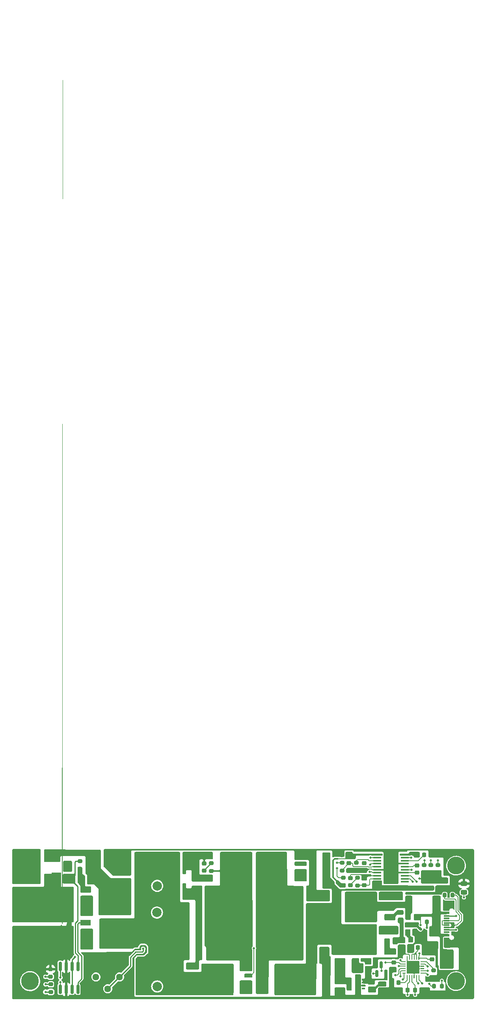
<source format=gtl>
%TF.GenerationSoftware,KiCad,Pcbnew,(5.99.0-10682-g4bb4606811)*%
%TF.CreationDate,2021-08-27T09:32:19+01:00*%
%TF.ProjectId,dc-to-pd-2,64632d74-6f2d-4706-942d-322e6b696361,rev?*%
%TF.SameCoordinates,Original*%
%TF.FileFunction,Copper,L1,Top*%
%TF.FilePolarity,Positive*%
%FSLAX46Y46*%
G04 Gerber Fmt 4.6, Leading zero omitted, Abs format (unit mm)*
G04 Created by KiCad (PCBNEW (5.99.0-10682-g4bb4606811)) date 2021-08-27 09:32:19*
%MOMM*%
%LPD*%
G01*
G04 APERTURE LIST*
G04 Aperture macros list*
%AMRoundRect*
0 Rectangle with rounded corners*
0 $1 Rounding radius*
0 $2 $3 $4 $5 $6 $7 $8 $9 X,Y pos of 4 corners*
0 Add a 4 corners polygon primitive as box body*
4,1,4,$2,$3,$4,$5,$6,$7,$8,$9,$2,$3,0*
0 Add four circle primitives for the rounded corners*
1,1,$1+$1,$2,$3*
1,1,$1+$1,$4,$5*
1,1,$1+$1,$6,$7*
1,1,$1+$1,$8,$9*
0 Add four rect primitives between the rounded corners*
20,1,$1+$1,$2,$3,$4,$5,0*
20,1,$1+$1,$4,$5,$6,$7,0*
20,1,$1+$1,$6,$7,$8,$9,0*
20,1,$1+$1,$8,$9,$2,$3,0*%
%AMFreePoly0*
4,1,23,0.500000,-0.750000,0.000000,-0.750000,0.000000,-0.747038,-0.093691,-0.741144,-0.212890,-0.702414,-0.318712,-0.635257,-0.404508,-0.543893,-0.464888,-0.434062,-0.496057,-0.312667,-0.496057,-0.250000,-0.500000,-0.250000,-0.500000,0.250000,-0.496057,0.250000,-0.496057,0.312667,-0.464888,0.434062,-0.404508,0.543893,-0.318712,0.635257,-0.212890,0.702414,-0.093691,0.741144,0.000000,0.747038,
0.000000,0.750000,0.500000,0.750000,0.500000,-0.750000,0.500000,-0.750000,$1*%
%AMFreePoly1*
4,1,21,0.000000,0.747038,0.031395,0.749013,0.154508,0.725528,0.267913,0.672164,0.364484,0.592274,0.438153,0.490877,0.484292,0.374345,0.500000,0.250000,0.500000,-0.250000,0.484292,-0.374345,0.438153,-0.490877,0.364484,-0.592274,0.267913,-0.672164,0.154508,-0.725528,0.031395,-0.749013,0.000000,-0.747038,0.000000,-0.750000,-0.500000,-0.750000,-0.500000,0.750000,0.000000,0.750000,
0.000000,0.747038,0.000000,0.747038,$1*%
%AMFreePoly2*
4,1,52,2.135355,7.464855,2.150000,7.429500,2.150000,3.175000,2.148124,3.170471,2.148343,3.170047,2.149457,3.156966,2.153880,3.144602,1.999473,0.008374,2.000000,0.000000,1.984229,-0.250666,1.937166,-0.497380,1.859553,-0.736249,1.752613,-0.963507,1.618034,-1.175571,1.457937,-1.369094,1.274848,-1.541026,1.071654,-1.688656,0.851559,-1.809654,0.618034,-1.902113,0.374763,-1.964575,
0.125581,-1.996053,-0.125581,-1.996053,-0.374763,-1.964575,-0.618034,-1.902113,-0.851559,-1.809654,-1.071654,-1.688656,-1.274848,-1.541026,-1.457937,-1.369094,-1.618034,-1.175571,-1.752613,-0.963507,-1.859553,-0.736249,-1.937166,-0.497380,-1.984229,-0.250666,-2.000000,0.000000,-1.984229,0.250666,-1.937166,0.497380,-1.859553,0.736249,-1.776167,0.913453,-1.775454,0.916957,-1.772357,0.921549,
-1.752613,0.963507,-1.618034,1.175571,-1.526061,1.286747,0.066046,3.647457,0.079502,3.656364,0.091689,3.666934,0.167860,3.692324,0.167860,7.429500,0.182505,7.464855,0.217860,7.479500,2.100000,7.479500,2.135355,7.464855,2.135355,7.464855,$1*%
%AMFreePoly3*
4,1,49,-0.199145,7.464855,-0.184500,7.429500,-0.184500,3.805567,-0.165806,3.789025,-0.162929,3.783124,-0.157457,3.779494,1.488463,1.333474,1.488806,1.331781,1.618034,1.175571,1.752613,0.963507,1.859553,0.736249,1.937166,0.497380,1.984229,0.250666,2.000000,0.000000,1.984229,-0.250666,1.937166,-0.497380,1.859553,-0.736249,1.752613,-0.963507,1.618034,-1.175571,1.457937,-1.369094,
1.274848,-1.541026,1.071654,-1.688656,0.851559,-1.809654,0.618034,-1.902113,0.374763,-1.964575,0.125581,-1.996053,-0.125581,-1.996053,-0.374763,-1.964575,-0.618034,-1.902113,-0.851559,-1.809654,-1.071654,-1.688656,-1.274848,-1.541026,-1.457937,-1.369094,-1.618034,-1.175571,-1.752613,-0.963507,-1.859553,-0.736249,-1.937166,-0.497380,-1.984229,-0.250666,-1.990503,-0.150941,-1.995069,-0.146434,
-1.995127,-0.137495,-1.998942,-0.129411,-2.157387,3.152662,-2.166640,3.175000,-2.166640,7.429500,-2.151995,7.464855,-2.116640,7.479500,-0.234500,7.479500,-0.199145,7.464855,-0.199145,7.464855,$1*%
G04 Aperture macros list end*
%TA.AperFunction,SMDPad,CuDef*%
%ADD10RoundRect,0.225000X-0.225000X-0.250000X0.225000X-0.250000X0.225000X0.250000X-0.225000X0.250000X0*%
%TD*%
%TA.AperFunction,ComponentPad*%
%ADD11C,3.800000*%
%TD*%
%TA.AperFunction,SMDPad,CuDef*%
%ADD12RoundRect,0.225000X-0.250000X0.225000X-0.250000X-0.225000X0.250000X-0.225000X0.250000X0.225000X0*%
%TD*%
%TA.AperFunction,SMDPad,CuDef*%
%ADD13R,6.400000X5.800000*%
%TD*%
%TA.AperFunction,SMDPad,CuDef*%
%ADD14R,2.200000X1.200000*%
%TD*%
%TA.AperFunction,SMDPad,CuDef*%
%ADD15R,1.780000X0.420000*%
%TD*%
%TA.AperFunction,SMDPad,CuDef*%
%ADD16R,3.000000X4.200000*%
%TD*%
%TA.AperFunction,SMDPad,CuDef*%
%ADD17RoundRect,0.200000X-0.275000X0.200000X-0.275000X-0.200000X0.275000X-0.200000X0.275000X0.200000X0*%
%TD*%
%TA.AperFunction,SMDPad,CuDef*%
%ADD18RoundRect,0.200000X0.275000X-0.200000X0.275000X0.200000X-0.275000X0.200000X-0.275000X-0.200000X0*%
%TD*%
%TA.AperFunction,SMDPad,CuDef*%
%ADD19FreePoly0,270.000000*%
%TD*%
%TA.AperFunction,SMDPad,CuDef*%
%ADD20FreePoly1,270.000000*%
%TD*%
%TA.AperFunction,SMDPad,CuDef*%
%ADD21RoundRect,0.250000X-0.325000X-0.650000X0.325000X-0.650000X0.325000X0.650000X-0.325000X0.650000X0*%
%TD*%
%TA.AperFunction,SMDPad,CuDef*%
%ADD22R,2.500000X2.300000*%
%TD*%
%TA.AperFunction,SMDPad,CuDef*%
%ADD23RoundRect,0.048000X0.072000X-0.292000X0.072000X0.292000X-0.072000X0.292000X-0.072000X-0.292000X0*%
%TD*%
%TA.AperFunction,SMDPad,CuDef*%
%ADD24RoundRect,0.048000X0.292000X0.072000X-0.292000X0.072000X-0.292000X-0.072000X0.292000X-0.072000X0*%
%TD*%
%TA.AperFunction,SMDPad,CuDef*%
%ADD25RoundRect,0.051300X1.298700X-1.298700X1.298700X1.298700X-1.298700X1.298700X-1.298700X-1.298700X0*%
%TD*%
%TA.AperFunction,SMDPad,CuDef*%
%ADD26RoundRect,0.225000X0.225000X0.250000X-0.225000X0.250000X-0.225000X-0.250000X0.225000X-0.250000X0*%
%TD*%
%TA.AperFunction,SMDPad,CuDef*%
%ADD27RoundRect,0.250000X0.650000X-0.325000X0.650000X0.325000X-0.650000X0.325000X-0.650000X-0.325000X0*%
%TD*%
%TA.AperFunction,ComponentPad*%
%ADD28R,1.600000X1.600000*%
%TD*%
%TA.AperFunction,ComponentPad*%
%ADD29C,1.600000*%
%TD*%
%TA.AperFunction,SMDPad,CuDef*%
%ADD30RoundRect,0.200000X0.200000X0.275000X-0.200000X0.275000X-0.200000X-0.275000X0.200000X-0.275000X0*%
%TD*%
%TA.AperFunction,SMDPad,CuDef*%
%ADD31RoundRect,0.225000X0.250000X-0.225000X0.250000X0.225000X-0.250000X0.225000X-0.250000X-0.225000X0*%
%TD*%
%TA.AperFunction,SMDPad,CuDef*%
%ADD32RoundRect,0.250000X0.312500X1.075000X-0.312500X1.075000X-0.312500X-1.075000X0.312500X-1.075000X0*%
%TD*%
%TA.AperFunction,SMDPad,CuDef*%
%ADD33RoundRect,0.150000X0.150000X-0.587500X0.150000X0.587500X-0.150000X0.587500X-0.150000X-0.587500X0*%
%TD*%
%TA.AperFunction,SMDPad,CuDef*%
%ADD34R,0.900000X1.200000*%
%TD*%
%TA.AperFunction,SMDPad,CuDef*%
%ADD35R,2.500000X3.300000*%
%TD*%
%TA.AperFunction,SMDPad,CuDef*%
%ADD36RoundRect,0.250000X-0.650000X0.325000X-0.650000X-0.325000X0.650000X-0.325000X0.650000X0.325000X0*%
%TD*%
%TA.AperFunction,SMDPad,CuDef*%
%ADD37RoundRect,0.200000X-0.200000X-0.275000X0.200000X-0.275000X0.200000X0.275000X-0.200000X0.275000X0*%
%TD*%
%TA.AperFunction,ComponentPad*%
%ADD38C,1.440000*%
%TD*%
%TA.AperFunction,ComponentPad*%
%ADD39C,2.200000*%
%TD*%
%TA.AperFunction,ComponentPad*%
%ADD40O,2.800000X1.600000*%
%TD*%
%TA.AperFunction,ComponentPad*%
%ADD41FreePoly2,90.000000*%
%TD*%
%TA.AperFunction,ComponentPad*%
%ADD42FreePoly3,90.000000*%
%TD*%
%TA.AperFunction,SMDPad,CuDef*%
%ADD43RoundRect,0.243750X-0.456250X0.243750X-0.456250X-0.243750X0.456250X-0.243750X0.456250X0.243750X0*%
%TD*%
%TA.AperFunction,SMDPad,CuDef*%
%ADD44RoundRect,0.659850X1.415150X5.590150X-1.415150X5.590150X-1.415150X-5.590150X1.415150X-5.590150X0*%
%TD*%
%TA.AperFunction,ComponentPad*%
%ADD45R,2.000000X2.000000*%
%TD*%
%TA.AperFunction,ComponentPad*%
%ADD46C,2.000000*%
%TD*%
%TA.AperFunction,SMDPad,CuDef*%
%ADD47RoundRect,0.250000X1.425000X-0.362500X1.425000X0.362500X-1.425000X0.362500X-1.425000X-0.362500X0*%
%TD*%
%TA.AperFunction,SMDPad,CuDef*%
%ADD48RoundRect,0.150000X0.150000X-0.825000X0.150000X0.825000X-0.150000X0.825000X-0.150000X-0.825000X0*%
%TD*%
%TA.AperFunction,SMDPad,CuDef*%
%ADD49RoundRect,0.050000X-0.240000X0.150000X-0.240000X-0.150000X0.240000X-0.150000X0.240000X0.150000X0*%
%TD*%
%TA.AperFunction,SMDPad,CuDef*%
%ADD50RoundRect,0.050000X-0.312500X0.150000X-0.312500X-0.150000X0.312500X-0.150000X0.312500X0.150000X0*%
%TD*%
%TA.AperFunction,SMDPad,CuDef*%
%ADD51RoundRect,0.099185X-0.498315X-1.650815X0.498315X-1.650815X0.498315X1.650815X-0.498315X1.650815X0*%
%TD*%
%TA.AperFunction,SMDPad,CuDef*%
%ADD52RoundRect,0.250000X0.325000X0.650000X-0.325000X0.650000X-0.325000X-0.650000X0.325000X-0.650000X0*%
%TD*%
%TA.AperFunction,SMDPad,CuDef*%
%ADD53R,1.160000X0.600000*%
%TD*%
%TA.AperFunction,SMDPad,CuDef*%
%ADD54R,1.160000X0.300000*%
%TD*%
%TA.AperFunction,ComponentPad*%
%ADD55O,2.000000X0.900000*%
%TD*%
%TA.AperFunction,ComponentPad*%
%ADD56O,1.700000X0.900000*%
%TD*%
%TA.AperFunction,SMDPad,CuDef*%
%ADD57RoundRect,0.250000X-0.362500X-1.425000X0.362500X-1.425000X0.362500X1.425000X-0.362500X1.425000X0*%
%TD*%
%TA.AperFunction,SMDPad,CuDef*%
%ADD58R,1.200000X0.900000*%
%TD*%
%TA.AperFunction,SMDPad,CuDef*%
%ADD59RoundRect,0.408000X-1.092000X0.592000X-1.092000X-0.592000X1.092000X-0.592000X1.092000X0.592000X0*%
%TD*%
%TA.AperFunction,ViaPad*%
%ADD60C,0.460000*%
%TD*%
%TA.AperFunction,ViaPad*%
%ADD61C,0.600000*%
%TD*%
%TA.AperFunction,Conductor*%
%ADD62C,0.200000*%
%TD*%
%TA.AperFunction,Conductor*%
%ADD63C,0.300000*%
%TD*%
%TA.AperFunction,Conductor*%
%ADD64C,0.250000*%
%TD*%
G04 APERTURE END LIST*
D10*
%TO.P,Crx2,1*%
%TO.N,/CC2*%
X117225000Y-60200000D03*
%TO.P,Crx2,2*%
%TO.N,GND*%
X118775000Y-60200000D03*
%TD*%
D11*
%TO.P,H1,1*%
%TO.N,GND*%
X34500000Y-33750000D03*
%TD*%
D12*
%TO.P,Cvpwr1,1*%
%TO.N,V_SRC*%
X112600000Y-54225000D03*
%TO.P,Cvpwr1,2*%
%TO.N,GND*%
X112600000Y-55775000D03*
%TD*%
D13*
%TO.P,Dboost1,1,K*%
%TO.N,V_SRC*%
X90600000Y-57750000D03*
D14*
%TO.P,Dboost1,2,A*%
%TO.N,Net-(Dboost1-Pad2)*%
X84300000Y-55470000D03*
X84300000Y-60030000D03*
%TD*%
D15*
%TO.P,U1,1,VIN*%
%TO.N,/VIN_PROTECTED*%
X109030000Y-31075000D03*
%TO.P,U1,2,UVLO*%
%TO.N,Net-(RV1-Pad2)*%
X109030000Y-31725000D03*
%TO.P,U1,3,RT*%
%TO.N,Net-(Rt1-Pad1)*%
X109030000Y-32375000D03*
%TO.P,U1,4,EN*%
%TO.N,Net-(R10-Pad2)*%
X109030000Y-33025000D03*
%TO.P,U1,5,RAMP*%
%TO.N,Net-(Cramp1-Pad1)*%
X109030000Y-33675000D03*
%TO.P,U1,6,AGND*%
%TO.N,GND*%
X109030000Y-34325000D03*
%TO.P,U1,7,SS*%
%TO.N,Net-(Css1-Pad1)*%
X109030000Y-34975000D03*
%TO.P,U1,8,FB*%
%TO.N,/FB*%
X109030000Y-35625000D03*
%TO.P,U1,9,COMP*%
%TO.N,Net-(Ccomp1-Pad2)*%
X109030000Y-36275000D03*
%TO.P,U1,10,VOUT*%
%TO.N,V_SRC*%
X109030000Y-36925000D03*
%TO.P,U1,11,SYNC*%
%TO.N,unconnected-(U1-Pad11)*%
X114970000Y-36925000D03*
%TO.P,U1,12,CS*%
%TO.N,/CS*%
X114970000Y-36275000D03*
%TO.P,U1,13,CSG*%
%TO.N,/CSG*%
X114970000Y-35625000D03*
%TO.P,U1,14,PGND*%
%TO.N,GND*%
X114970000Y-34975000D03*
%TO.P,U1,15,LO*%
%TO.N,/boost_gate*%
X114970000Y-34325000D03*
%TO.P,U1,16,VCC*%
%TO.N,Net-(Cvcc1-Pad1)*%
X114970000Y-33675000D03*
%TO.P,U1,17,VCCX*%
%TO.N,GND*%
X114970000Y-33025000D03*
%TO.P,U1,18,HB*%
%TO.N,Net-(C10-Pad2)*%
X114970000Y-32375000D03*
%TO.P,U1,19,HO*%
%TO.N,/buck_gate*%
X114970000Y-31725000D03*
%TO.P,U1,20,HS*%
%TO.N,/HS*%
X114970000Y-31075000D03*
D16*
%TO.P,U1,21,EP*%
%TO.N,GND*%
X112000000Y-34000000D03*
%TD*%
D17*
%TO.P,Rt1,1*%
%TO.N,Net-(Rt1-Pad1)*%
X104600000Y-32875000D03*
%TO.P,Rt1,2*%
%TO.N,GND*%
X104600000Y-34525000D03*
%TD*%
D14*
%TO.P,Q4,1,G*%
%TO.N,/GATE_A+*%
X46450000Y-45720000D03*
D13*
%TO.P,Q4,2,D*%
%TO.N,/VIN_PROTECTED*%
X52750000Y-48000000D03*
D14*
%TO.P,Q4,3,S*%
%TO.N,/GATE_-*%
X46450000Y-50280000D03*
%TD*%
%TO.P,Q2,1,G*%
%TO.N,/GATE_B_+*%
X46450000Y-38620000D03*
D13*
%TO.P,Q2,2,D*%
%TO.N,/VIN_FUSED*%
X52750000Y-40900000D03*
D14*
%TO.P,Q2,3,S*%
%TO.N,/GATE_-*%
X46450000Y-43180000D03*
%TD*%
D17*
%TO.P,Rsel1,1*%
%TO.N,Net-(IC2-Pad12)*%
X121200000Y-55975000D03*
%TO.P,Rsel1,2*%
%TO.N,GND*%
X121200000Y-57625000D03*
%TD*%
D18*
%TO.P,Ruv1,1*%
%TO.N,/VIN_PROTECTED*%
X38950000Y-60575000D03*
%TO.P,Ruv1,2*%
%TO.N,Net-(RV1-Pad2)*%
X38950000Y-58925000D03*
%TD*%
D19*
%TO.P,JP1,1,A*%
%TO.N,POWER_EN_L*%
X110100000Y-58900000D03*
D20*
%TO.P,JP1,2,B*%
%TO.N,GND*%
X110100000Y-60200000D03*
%TD*%
D21*
%TO.P,C4,1*%
%TO.N,/VIN_PROTECTED*%
X67825000Y-42600000D03*
%TO.P,C4,2*%
%TO.N,GND*%
X70775000Y-42600000D03*
%TD*%
D22*
%TO.P,D5,1,K*%
%TO.N,/VBUS_OUT*%
X123850000Y-53700000D03*
%TO.P,D5,2,A*%
%TO.N,GND*%
X128150000Y-53700000D03*
%TD*%
D21*
%TO.P,C6,1*%
%TO.N,/VIN_PROTECTED*%
X67825000Y-47600000D03*
%TO.P,C6,2*%
%TO.N,GND*%
X70775000Y-47600000D03*
%TD*%
D14*
%TO.P,Q1,1,G*%
%TO.N,Net-(Q1-Pad1)*%
X111850000Y-51880000D03*
D13*
%TO.P,Q1,2,D*%
%TO.N,V_SRC*%
X105550000Y-49600000D03*
D14*
%TO.P,Q1,3,S*%
%TO.N,Net-(IC2-Pad23)*%
X111850000Y-47320000D03*
%TD*%
D21*
%TO.P,C5,1*%
%TO.N,/VIN_PROTECTED*%
X67825000Y-45100000D03*
%TO.P,C5,2*%
%TO.N,GND*%
X70775000Y-45100000D03*
%TD*%
D17*
%TO.P,Rcomp1,1*%
%TO.N,Net-(Ccomp2-Pad2)*%
X104800000Y-36075000D03*
%TO.P,Rcomp1,2*%
%TO.N,Net-(Ccomp1-Pad2)*%
X104800000Y-37725000D03*
%TD*%
D23*
%TO.P,IC2,1,VTX*%
%TO.N,Net-(Cvtx1-Pad1)*%
X115500000Y-57262500D03*
%TO.P,IC2,2,CC1*%
%TO.N,/CC1*%
X116000000Y-57262500D03*
%TO.P,IC2,3,CC2*%
%TO.N,/CC2*%
X116500000Y-57262500D03*
%TO.P,IC2,4,GND*%
%TO.N,GND*%
X117000000Y-57262500D03*
%TO.P,IC2,5,HIPWR*%
%TO.N,Net-(Cdvdd1-Pad1)*%
X117500000Y-57262500D03*
%TO.P,IC2,6,CTL1*%
%TO.N,CTL1*%
X118000000Y-57262500D03*
D24*
%TO.P,IC2,7,CTL2*%
%TO.N,CTL2*%
X118712500Y-56550000D03*
%TO.P,IC2,8,CTL3*%
%TO.N,CTL3*%
X118712500Y-56050000D03*
%TO.P,IC2,9,GND*%
%TO.N,GND*%
X118712500Y-55550000D03*
%TO.P,IC2,10,GND*%
X118712500Y-55050000D03*
%TO.P,IC2,11,~ENSRC*%
%TO.N,POWER_EN_L*%
X118712500Y-54550000D03*
%TO.P,IC2,12,PSEL*%
%TO.N,Net-(IC2-Pad12)*%
X118712500Y-54050000D03*
D23*
%TO.P,IC2,13,DVDD*%
%TO.N,Net-(Cdvdd1-Pad1)*%
X118000000Y-53337500D03*
%TO.P,IC2,14,PCTRL*%
%TO.N,Net-(Cvaux1-Pad1)*%
X117500000Y-53337500D03*
%TO.P,IC2,15,~GD*%
X117000000Y-53337500D03*
%TO.P,IC2,16,VAUX*%
X116500000Y-53337500D03*
%TO.P,IC2,17,VDD*%
%TO.N,+5V*%
X116000000Y-53337500D03*
%TO.P,IC2,18,AGND*%
%TO.N,GND*%
X115500000Y-53337500D03*
D24*
%TO.P,IC2,19,ISNS*%
%TO.N,Net-(Cf1-Pad1)*%
X114787500Y-54050000D03*
%TO.P,IC2,20,VPWR*%
%TO.N,V_SRC*%
X114787500Y-54550000D03*
%TO.P,IC2,21,VBUS*%
%TO.N,/VBUS_OUT*%
X114787500Y-55050000D03*
%TO.P,IC2,22,GDNG*%
%TO.N,Net-(IC2-Pad22)*%
X114787500Y-55550000D03*
%TO.P,IC2,23,GDNS*%
%TO.N,Net-(IC2-Pad23)*%
X114787500Y-56050000D03*
%TO.P,IC2,24,DSCG*%
%TO.N,Net-(IC2-Pad24)*%
X114787500Y-56550000D03*
D25*
%TO.P,IC2,25,EPAD*%
%TO.N,GND*%
X116750000Y-55300000D03*
%TD*%
D26*
%TO.P,Cvtx1,1*%
%TO.N,Net-(Cvtx1-Pad1)*%
X113650000Y-58600000D03*
%TO.P,Cvtx1,2*%
%TO.N,GND*%
X112100000Y-58600000D03*
%TD*%
D27*
%TO.P,C9,1*%
%TO.N,/VIN_PROTECTED*%
X69200000Y-58075000D03*
%TO.P,C9,2*%
%TO.N,GND*%
X69200000Y-55125000D03*
%TD*%
D28*
%TO.P,Cout2,1*%
%TO.N,V_SRC*%
X97700000Y-48400000D03*
D29*
%TO.P,Cout2,2*%
%TO.N,GND*%
X97700000Y-51900000D03*
%TD*%
D30*
%TO.P,R6,1*%
%TO.N,/VBUS_OUT*%
X121350000Y-45550000D03*
%TO.P,R6,2*%
%TO.N,Net-(IC2-Pad24)*%
X119700000Y-45550000D03*
%TD*%
D31*
%TO.P,C2,1*%
%TO.N,+5V*%
X107100000Y-55625000D03*
%TO.P,C2,2*%
%TO.N,GND*%
X107100000Y-54075000D03*
%TD*%
D26*
%TO.P,Cinx1,1*%
%TO.N,/VIN_PROTECTED*%
X102975000Y-31100000D03*
%TO.P,Cinx1,2*%
%TO.N,GND*%
X101425000Y-31100000D03*
%TD*%
D32*
%TO.P,R1,1*%
%TO.N,Net-(D2-Pad1)*%
X104362500Y-54900000D03*
%TO.P,R1,2*%
%TO.N,Net-(C1-Pad1)*%
X101437500Y-54900000D03*
%TD*%
D21*
%TO.P,C8,1*%
%TO.N,/VIN_PROTECTED*%
X67825000Y-52600000D03*
%TO.P,C8,2*%
%TO.N,GND*%
X70775000Y-52600000D03*
%TD*%
D14*
%TO.P,Qbuck1,1,G*%
%TO.N,Net-(Qbuck1-Pad1)*%
X80900000Y-60030000D03*
D13*
%TO.P,Qbuck1,2,D*%
%TO.N,/VIN_PROTECTED*%
X74600000Y-57750000D03*
D14*
%TO.P,Qbuck1,3,S*%
%TO.N,/HS*%
X80900000Y-55470000D03*
%TD*%
D33*
%TO.P,Q5,1,G*%
%TO.N,POWER_EN_L*%
X109000000Y-56637500D03*
%TO.P,Q5,2,S*%
%TO.N,+5V*%
X110900000Y-56637500D03*
%TO.P,Q5,3,D*%
%TO.N,Net-(IC3-Pad8)*%
X109950000Y-54762500D03*
%TD*%
D34*
%TO.P,D3,1,K*%
%TO.N,Net-(D3-Pad1)*%
X42200000Y-36400000D03*
%TO.P,D3,2,A*%
%TO.N,/GATE_B_+*%
X45500000Y-36400000D03*
%TD*%
D35*
%TO.P,D1,1,A1*%
%TO.N,GND*%
X54800000Y-33500000D03*
%TO.P,D1,2,A2*%
%TO.N,/VIN_FUSED*%
X48000000Y-33500000D03*
%TD*%
D26*
%TO.P,Crx1,1*%
%TO.N,/CC1*%
X115575000Y-60200000D03*
%TO.P,Crx1,2*%
%TO.N,GND*%
X114025000Y-60200000D03*
%TD*%
D36*
%TO.P,C1,1*%
%TO.N,Net-(C1-Pad1)*%
X101000000Y-57525000D03*
%TO.P,C1,2*%
%TO.N,GND*%
X101000000Y-60475000D03*
%TD*%
D18*
%TO.P,R4,1*%
%TO.N,/GATE_B_+*%
X45200000Y-34175000D03*
%TO.P,R4,2*%
%TO.N,Net-(D3-Pad1)*%
X45200000Y-32525000D03*
%TD*%
%TO.P,Rfbl2,1*%
%TO.N,/FB*%
X120600000Y-35025000D03*
%TO.P,Rfbl2,2*%
%TO.N,CTL2*%
X120600000Y-33375000D03*
%TD*%
D10*
%TO.P,Cvaux1,1*%
%TO.N,Net-(Cvaux1-Pad1)*%
X117775000Y-51050000D03*
%TO.P,Cvaux1,2*%
%TO.N,GND*%
X119325000Y-51050000D03*
%TD*%
D21*
%TO.P,C12,1*%
%TO.N,V_SRC*%
X95125000Y-60150000D03*
%TO.P,C12,2*%
%TO.N,GND*%
X98075000Y-60150000D03*
%TD*%
%TO.P,C14,1*%
%TO.N,V_SRC*%
X95125000Y-55500000D03*
%TO.P,C14,2*%
%TO.N,GND*%
X98075000Y-55500000D03*
%TD*%
D31*
%TO.P,Cslu1,1*%
%TO.N,V_SRC*%
X119100000Y-38275000D03*
%TO.P,Cslu1,2*%
%TO.N,/FB*%
X119100000Y-36725000D03*
%TD*%
D36*
%TO.P,C3,1*%
%TO.N,/VBUS_OUT*%
X121250000Y-47475000D03*
%TO.P,C3,2*%
%TO.N,GND*%
X121250000Y-50425000D03*
%TD*%
D37*
%TO.P,Rslew1,1*%
%TO.N,Net-(IC2-Pad22)*%
X114600000Y-49400000D03*
%TO.P,Rslew1,2*%
%TO.N,Net-(Cslew1-Pad1)*%
X116250000Y-49400000D03*
%TD*%
D12*
%TO.P,Csll1,1*%
%TO.N,/FB*%
X122100000Y-36725000D03*
%TO.P,Csll1,2*%
%TO.N,GND*%
X122100000Y-38275000D03*
%TD*%
D17*
%TO.P,R3,1*%
%TO.N,Net-(Q3-Pad1)*%
X114100000Y-43475000D03*
%TO.P,R3,2*%
%TO.N,Net-(IC2-Pad22)*%
X114100000Y-45125000D03*
%TD*%
D28*
%TO.P,Cout1,1*%
%TO.N,V_SRC*%
X97700000Y-43302651D03*
D29*
%TO.P,Cout1,2*%
%TO.N,GND*%
X97700000Y-39802651D03*
%TD*%
D38*
%TO.P,RV1,1,1*%
%TO.N,Net-(RV1-Pad1)*%
X48650000Y-57350000D03*
%TO.P,RV1,2,2*%
%TO.N,Net-(RV1-Pad2)*%
X51190000Y-59890000D03*
%TO.P,RV1,3,3*%
X53730000Y-57350000D03*
%TD*%
D37*
%TO.P,R7,1*%
%TO.N,Net-(IC3-Pad8)*%
X121295000Y-59320000D03*
%TO.P,R7,2*%
%TO.N,Net-(D4-Pad2)*%
X122945000Y-59320000D03*
%TD*%
D18*
%TO.P,R14,1*%
%TO.N,/HS*%
X73400000Y-34575000D03*
%TO.P,R14,2*%
%TO.N,Net-(C11-Pad2)*%
X73400000Y-32925000D03*
%TD*%
D39*
%TO.P,J1,1,Pin_1*%
%TO.N,GND*%
X38125000Y-48540000D03*
D40*
X35300000Y-52750000D03*
D41*
X41300000Y-49600000D03*
D39*
%TO.P,J1,2,Pin_2*%
%TO.N,/VIN_CONN*%
X38125000Y-43460000D03*
D42*
X41300000Y-42400000D03*
D40*
X35300000Y-39250000D03*
%TD*%
D17*
%TO.P,R8,1*%
%TO.N,+5V*%
X107800000Y-58500000D03*
%TO.P,R8,2*%
%TO.N,POWER_EN_L*%
X107800000Y-60150000D03*
%TD*%
D43*
%TO.P,D4,1,K*%
%TO.N,GND*%
X127700000Y-37312500D03*
%TO.P,D4,2,A*%
%TO.N,Net-(D4-Pad2)*%
X127700000Y-39187500D03*
%TD*%
D21*
%TO.P,C13,1*%
%TO.N,V_SRC*%
X95125000Y-57850000D03*
%TO.P,C13,2*%
%TO.N,GND*%
X98075000Y-57850000D03*
%TD*%
D11*
%TO.P,H2,1*%
%TO.N,N/C*%
X34500000Y-58250000D03*
%TD*%
D30*
%TO.P,R9,1*%
%TO.N,Net-(J2-PadA7)*%
X125225000Y-39800000D03*
%TO.P,R9,2*%
%TO.N,Net-(J2-PadA6)*%
X123575000Y-39800000D03*
%TD*%
D12*
%TO.P,C11,1*%
%TO.N,/CS*%
X71900000Y-32975000D03*
%TO.P,C11,2*%
%TO.N,Net-(C11-Pad2)*%
X71900000Y-34525000D03*
%TD*%
D21*
%TO.P,C7,1*%
%TO.N,/VIN_PROTECTED*%
X67825000Y-50100000D03*
%TO.P,C7,2*%
%TO.N,GND*%
X70775000Y-50100000D03*
%TD*%
D18*
%TO.P,Rfbl3,1*%
%TO.N,/FB*%
X122100000Y-35025000D03*
%TO.P,Rfbl3,2*%
%TO.N,CTL3*%
X122100000Y-33375000D03*
%TD*%
D44*
%TO.P,L1,1,1*%
%TO.N,Net-(Dboost1-Pad2)*%
X90775000Y-45900000D03*
%TO.P,L1,2,2*%
%TO.N,/HS*%
X74425000Y-45900000D03*
%TD*%
D37*
%TO.P,R2,1*%
%TO.N,Net-(Q1-Pad1)*%
X111275000Y-49750000D03*
%TO.P,R2,2*%
%TO.N,Net-(IC2-Pad22)*%
X112925000Y-49750000D03*
%TD*%
D10*
%TO.P,Cslew1,1*%
%TO.N,Net-(Cslew1-Pad1)*%
X115675000Y-47775000D03*
%TO.P,Cslew1,2*%
%TO.N,GND*%
X117225000Y-47775000D03*
%TD*%
D45*
%TO.P,Cinbulk3,1*%
%TO.N,/VIN_PROTECTED*%
X61800000Y-54400000D03*
D46*
%TO.P,Cinbulk3,2*%
%TO.N,GND*%
X61800000Y-59400000D03*
%TD*%
D18*
%TO.P,Rfbt1,1*%
%TO.N,V_SRC*%
X120600000Y-38325000D03*
%TO.P,Rfbt1,2*%
%TO.N,/FB*%
X120600000Y-36675000D03*
%TD*%
D47*
%TO.P,Rsense1,1*%
%TO.N,GND*%
X69100000Y-39312500D03*
%TO.P,Rsense1,2*%
%TO.N,/CS*%
X69100000Y-33387500D03*
%TD*%
D11*
%TO.P,H3,1*%
%TO.N,N/C*%
X126000000Y-33450000D03*
%TD*%
D48*
%TO.P,IC3,1,A*%
%TO.N,+5V*%
X40960000Y-60010000D03*
%TO.P,IC3,2,CLK*%
%TO.N,GND*%
X42230000Y-60010000D03*
%TO.P,IC3,3,-VOUTA*%
%TO.N,/GATE_-*%
X43500000Y-60010000D03*
%TO.P,IC3,4,+VOUTA*%
%TO.N,/GATE_A+*%
X44770000Y-60010000D03*
%TO.P,IC3,5,+VOUTB*%
%TO.N,Net-(D3-Pad1)*%
X44770000Y-55060000D03*
%TO.P,IC3,6,-VOUTB*%
%TO.N,/GATE_-*%
X43500000Y-55060000D03*
%TO.P,IC3,7,GND*%
%TO.N,GND*%
X42230000Y-55060000D03*
%TO.P,IC3,8,B*%
%TO.N,Net-(IC3-Pad8)*%
X40960000Y-55060000D03*
%TD*%
D11*
%TO.P,H4,1*%
%TO.N,N/C*%
X126000000Y-58250000D03*
%TD*%
D45*
%TO.P,Cinbulk1,1*%
%TO.N,/VIN_PROTECTED*%
X61800000Y-32800000D03*
D46*
%TO.P,Cinbulk1,2*%
%TO.N,GND*%
X61800000Y-37800000D03*
%TD*%
D10*
%TO.P,Cvdd1,1*%
%TO.N,+5V*%
X114625000Y-51050000D03*
%TO.P,Cvdd1,2*%
%TO.N,GND*%
X116175000Y-51050000D03*
%TD*%
D17*
%TO.P,Rramp1,1*%
%TO.N,Net-(Cvcc1-Pad1)*%
X101500000Y-32875000D03*
%TO.P,Rramp1,2*%
%TO.N,Net-(Cramp1-Pad1)*%
X101500000Y-34525000D03*
%TD*%
D49*
%TO.P,IC1,1,IN*%
%TO.N,Net-(C1-Pad1)*%
X103020000Y-57920000D03*
%TO.P,IC1,2,EN*%
X103020000Y-59870000D03*
D50*
%TO.P,IC1,3,NC*%
%TO.N,unconnected-(IC1-Pad3)*%
X106110000Y-59870000D03*
%TO.P,IC1,4,GND*%
%TO.N,GND*%
X106110000Y-59220000D03*
%TO.P,IC1,5,OUT*%
%TO.N,+5V*%
X106110000Y-58570000D03*
%TO.P,IC1,6,ADJ/SEN*%
X106110000Y-57920000D03*
D51*
%TO.P,IC1,7,EP*%
%TO.N,GND*%
X105010000Y-58895000D03*
%TD*%
D31*
%TO.P,Cf1,1*%
%TO.N,Net-(Cf1-Pad1)*%
X117450000Y-46175000D03*
%TO.P,Cf1,2*%
%TO.N,/VBUS_OUT*%
X117450000Y-44625000D03*
%TD*%
D52*
%TO.P,C16,1*%
%TO.N,V_SRC*%
X98075000Y-33900000D03*
%TO.P,C16,2*%
%TO.N,GND*%
X95125000Y-33900000D03*
%TD*%
D14*
%TO.P,Q3,1,G*%
%TO.N,Net-(Q3-Pad1)*%
X111800000Y-44530000D03*
D13*
%TO.P,Q3,2,D*%
%TO.N,Net-(Q3-Pad2)*%
X105500000Y-42250000D03*
D14*
%TO.P,Q3,3,S*%
%TO.N,Net-(IC2-Pad23)*%
X111800000Y-39970000D03*
%TD*%
D12*
%TO.P,Css1,1*%
%TO.N,Net-(Css1-Pad1)*%
X106300000Y-32925000D03*
%TO.P,Css1,2*%
%TO.N,GND*%
X106300000Y-34475000D03*
%TD*%
D53*
%TO.P,J2,A1,GND*%
%TO.N,GND*%
X123990000Y-49200000D03*
%TO.P,J2,A4,VBUS*%
%TO.N,/VBUS_OUT*%
X123990000Y-48400000D03*
D54*
%TO.P,J2,A5,CC1*%
%TO.N,/CC1*%
X123990000Y-47250000D03*
%TO.P,J2,A6,D+*%
%TO.N,Net-(J2-PadA6)*%
X123990000Y-46250000D03*
%TO.P,J2,A7,D-*%
%TO.N,Net-(J2-PadA7)*%
X123990000Y-45750000D03*
%TO.P,J2,A8,SBU1*%
%TO.N,unconnected-(J2-PadA8)*%
X123990000Y-44750000D03*
D53*
%TO.P,J2,A9,VBUS*%
%TO.N,/VBUS_OUT*%
X123990000Y-43600000D03*
%TO.P,J2,A12,GND*%
%TO.N,GND*%
X123990000Y-42800000D03*
%TO.P,J2,B1,GND*%
X123990000Y-42800000D03*
%TO.P,J2,B4,VBUS*%
%TO.N,/VBUS_OUT*%
X123990000Y-43600000D03*
D54*
%TO.P,J2,B5,CC2*%
%TO.N,/CC2*%
X123990000Y-44250000D03*
%TO.P,J2,B6,D+*%
%TO.N,Net-(J2-PadA6)*%
X123990000Y-45250000D03*
%TO.P,J2,B7,D-*%
%TO.N,Net-(J2-PadA7)*%
X123990000Y-46750000D03*
%TO.P,J2,B8,SBU2*%
%TO.N,unconnected-(J2-PadB8)*%
X123990000Y-47750000D03*
D53*
%TO.P,J2,B9,VBUS*%
%TO.N,/VBUS_OUT*%
X123990000Y-48400000D03*
%TO.P,J2,B12,GND*%
%TO.N,GND*%
X123990000Y-49200000D03*
D55*
%TO.P,J2,S1,SHIELD*%
X124570000Y-50320000D03*
X124570000Y-41680000D03*
D56*
X128740000Y-41680000D03*
X128740000Y-50320000D03*
%TD*%
D12*
%TO.P,Ccomp2,1*%
%TO.N,/FB*%
X103300000Y-36125000D03*
%TO.P,Ccomp2,2*%
%TO.N,Net-(Ccomp2-Pad2)*%
X103300000Y-37675000D03*
%TD*%
D17*
%TO.P,R12,1*%
%TO.N,/boost_gate*%
X92900000Y-33075000D03*
%TO.P,R12,2*%
%TO.N,Net-(Qboost1-Pad1)*%
X92900000Y-34725000D03*
%TD*%
D14*
%TO.P,Qboost1,1,G*%
%TO.N,Net-(Qboost1-Pad1)*%
X92600000Y-36030000D03*
D13*
%TO.P,Qboost1,2,D*%
%TO.N,Net-(Dboost1-Pad2)*%
X86300000Y-33750000D03*
D14*
%TO.P,Qboost1,3,S*%
%TO.N,GND*%
X92600000Y-31470000D03*
%TD*%
D52*
%TO.P,C15,1*%
%TO.N,V_SRC*%
X98075000Y-36200000D03*
%TO.P,C15,2*%
%TO.N,GND*%
X95125000Y-36200000D03*
%TD*%
D12*
%TO.P,Ccomp1,1*%
%TO.N,/FB*%
X106300000Y-36125000D03*
%TO.P,Ccomp1,2*%
%TO.N,Net-(Ccomp1-Pad2)*%
X106300000Y-37675000D03*
%TD*%
D18*
%TO.P,Ruv2,1*%
%TO.N,Net-(RV1-Pad1)*%
X38900000Y-57325000D03*
%TO.P,Ruv2,2*%
%TO.N,GND*%
X38900000Y-55675000D03*
%TD*%
D57*
%TO.P,R5,1*%
%TO.N,Net-(Q3-Pad2)*%
X115837500Y-41800000D03*
%TO.P,R5,2*%
%TO.N,/VBUS_OUT*%
X121762500Y-41800000D03*
%TD*%
D17*
%TO.P,R13,1*%
%TO.N,/FB*%
X123600000Y-36675000D03*
%TO.P,R13,2*%
%TO.N,GND*%
X123600000Y-38325000D03*
%TD*%
D12*
%TO.P,Cvcc1,1*%
%TO.N,Net-(Cvcc1-Pad1)*%
X117600000Y-33425000D03*
%TO.P,Cvcc1,2*%
%TO.N,GND*%
X117600000Y-34975000D03*
%TD*%
D58*
%TO.P,D2,1,K*%
%TO.N,Net-(D2-Pad1)*%
X42650000Y-34150000D03*
%TO.P,D2,2,A*%
%TO.N,/VIN_FUSED*%
X42650000Y-30850000D03*
%TD*%
D59*
%TO.P,F1,1*%
%TO.N,/VIN_FUSED*%
X39300000Y-31487500D03*
%TO.P,F1,2*%
%TO.N,/VIN_CONN*%
X39300000Y-36550000D03*
%TD*%
D10*
%TO.P,C10,1*%
%TO.N,/HS*%
X117625000Y-31100000D03*
%TO.P,C10,2*%
%TO.N,Net-(C10-Pad2)*%
X119175000Y-31100000D03*
%TD*%
D45*
%TO.P,Cinbulk2,1*%
%TO.N,/VIN_PROTECTED*%
X61750000Y-48535354D03*
D46*
%TO.P,Cinbulk2,2*%
%TO.N,GND*%
X61750000Y-43535354D03*
%TD*%
D18*
%TO.P,Rfbl1,1*%
%TO.N,/FB*%
X119100000Y-35025000D03*
%TO.P,Rfbl1,2*%
%TO.N,CTL1*%
X119100000Y-33375000D03*
%TD*%
D13*
%TO.P,Dbuck1,1,K*%
%TO.N,/HS*%
X78850000Y-33750000D03*
D14*
%TO.P,Dbuck1,2,A*%
%TO.N,/CS*%
X72550000Y-31470000D03*
X72550000Y-36030000D03*
%TD*%
D31*
%TO.P,Cdvdd1,1*%
%TO.N,Net-(Cdvdd1-Pad1)*%
X120800000Y-53600000D03*
%TO.P,Cdvdd1,2*%
%TO.N,GND*%
X120800000Y-52050000D03*
%TD*%
D17*
%TO.P,R11,1*%
%TO.N,/buck_gate*%
X81200000Y-57075000D03*
%TO.P,R11,2*%
%TO.N,Net-(Qbuck1-Pad1)*%
X81200000Y-58725000D03*
%TD*%
%TO.P,Rf1,1*%
%TO.N,Net-(Q3-Pad2)*%
X115700000Y-44575000D03*
%TO.P,Rf1,2*%
%TO.N,Net-(Cf1-Pad1)*%
X115700000Y-46225000D03*
%TD*%
D18*
%TO.P,R10,1*%
%TO.N,/VIN_PROTECTED*%
X101800000Y-37725000D03*
%TO.P,R10,2*%
%TO.N,Net-(R10-Pad2)*%
X101800000Y-36075000D03*
%TD*%
D52*
%TO.P,C17,1*%
%TO.N,V_SRC*%
X98075000Y-31600000D03*
%TO.P,C17,2*%
%TO.N,GND*%
X95125000Y-31600000D03*
%TD*%
D12*
%TO.P,Cramp1,1*%
%TO.N,Net-(Cramp1-Pad1)*%
X103000000Y-32925000D03*
%TO.P,Cramp1,2*%
%TO.N,GND*%
X103000000Y-34475000D03*
%TD*%
D60*
%TO.N,GND*%
X119050000Y-48100000D03*
D61*
X95700000Y-40100000D03*
D60*
X67600000Y-37600000D03*
D61*
X52300000Y-30700000D03*
X70800000Y-45200000D03*
D60*
X98100000Y-56000000D03*
X111200000Y-34000000D03*
X111200000Y-32400000D03*
X111200000Y-33200000D03*
X98100000Y-57900000D03*
D61*
X51400000Y-30700000D03*
D60*
X112800000Y-34800000D03*
X106000000Y-53700000D03*
X119200000Y-52200000D03*
X112000000Y-33200000D03*
D61*
X54200000Y-30700000D03*
X52300000Y-34400000D03*
X51400000Y-32600000D03*
X70800000Y-47700000D03*
X70800000Y-50200000D03*
D60*
X112000000Y-35600000D03*
D61*
X51400000Y-31600000D03*
D60*
X117700000Y-55300000D03*
X98100000Y-60200000D03*
D61*
X94700000Y-40100000D03*
D60*
X115450000Y-39400000D03*
X112800000Y-33200000D03*
X51350000Y-52450000D03*
D61*
X68000000Y-39300000D03*
D60*
X116750000Y-56250000D03*
X116750000Y-54350000D03*
X112000000Y-32400000D03*
D61*
X69100000Y-39300000D03*
X53300000Y-30700000D03*
D60*
X111200000Y-35600000D03*
X118700000Y-50000000D03*
X115800000Y-55300000D03*
D61*
X70800000Y-42700000D03*
D60*
X112800000Y-32400000D03*
D61*
X70200000Y-39300000D03*
D60*
X112800000Y-35600000D03*
D61*
X52300000Y-33500000D03*
X70200000Y-39300000D03*
D60*
X95200000Y-33900000D03*
D61*
X52300000Y-31600000D03*
D60*
X112000000Y-34000000D03*
X112000000Y-34800000D03*
X112800000Y-34000000D03*
X119950000Y-57850000D03*
X95200000Y-31700000D03*
D61*
X52300000Y-32600000D03*
D60*
X111200000Y-34800000D03*
D61*
X51400000Y-33500000D03*
%TO.N,V_SRC*%
X89150000Y-59100000D03*
X90950000Y-59100000D03*
X107750000Y-50100000D03*
X104150000Y-48300000D03*
X90050000Y-56400000D03*
X88250000Y-60000000D03*
X90950000Y-60000000D03*
X90050000Y-59100000D03*
X90050000Y-55500000D03*
X90950000Y-57300000D03*
X106850000Y-51900000D03*
X107750000Y-49200000D03*
X88250000Y-55500000D03*
X106850000Y-49200000D03*
X89150000Y-55500000D03*
X107750000Y-51900000D03*
X90950000Y-58200000D03*
X89150000Y-56400000D03*
X88250000Y-56400000D03*
X105050000Y-47400000D03*
X91850000Y-60000000D03*
X88250000Y-59100000D03*
X90950000Y-55500000D03*
X90050000Y-58200000D03*
X106850000Y-47400000D03*
X105050000Y-50100000D03*
X103250000Y-50100000D03*
X104150000Y-49200000D03*
X90050000Y-60000000D03*
X91850000Y-56400000D03*
X103250000Y-48300000D03*
X90950000Y-56400000D03*
X91850000Y-58200000D03*
X90050000Y-57300000D03*
X89150000Y-60000000D03*
X107750000Y-51000000D03*
X103250000Y-47400000D03*
X106850000Y-51000000D03*
X103250000Y-51900000D03*
X91850000Y-59100000D03*
X105950000Y-51000000D03*
X91850000Y-57300000D03*
X105950000Y-47400000D03*
X92750000Y-60000000D03*
X88250000Y-57300000D03*
X106850000Y-48300000D03*
X89150000Y-57300000D03*
X105050000Y-51000000D03*
X105950000Y-48300000D03*
X103250000Y-51000000D03*
X91850000Y-55500000D03*
X104150000Y-47400000D03*
X105050000Y-48300000D03*
X92750000Y-55500000D03*
X107750000Y-48300000D03*
X107750000Y-47400000D03*
X92750000Y-59100000D03*
X105050000Y-49200000D03*
X104150000Y-51000000D03*
X89150000Y-58200000D03*
D60*
X110800000Y-54225000D03*
D61*
X106850000Y-50100000D03*
X92750000Y-56400000D03*
X88250000Y-58200000D03*
X103250000Y-49200000D03*
X105950000Y-51900000D03*
X104150000Y-50100000D03*
X105050000Y-51900000D03*
X92750000Y-58200000D03*
X92750000Y-57300000D03*
X105950000Y-50100000D03*
X104150000Y-51900000D03*
X105950000Y-49200000D03*
%TO.N,/HS*%
X79300000Y-36000000D03*
X76600000Y-32400000D03*
X77500000Y-32400000D03*
X76600000Y-33300000D03*
X79300000Y-35100000D03*
X76600000Y-31500000D03*
X73600000Y-45900000D03*
X74900000Y-47200000D03*
X77500000Y-34200000D03*
X74900000Y-42000000D03*
X74900000Y-45900000D03*
X76600000Y-36000000D03*
X81100000Y-34200000D03*
X80200000Y-36000000D03*
X80200000Y-32400000D03*
X78400000Y-36000000D03*
X76600000Y-35100000D03*
X78400000Y-34200000D03*
X73600000Y-44600000D03*
X79300000Y-31500000D03*
X74900000Y-48500000D03*
X81100000Y-32400000D03*
X78400000Y-32400000D03*
X77500000Y-36000000D03*
X79300000Y-33300000D03*
X80200000Y-34200000D03*
X80200000Y-33300000D03*
X77500000Y-31500000D03*
X81100000Y-31500000D03*
X79300000Y-34200000D03*
X76600000Y-34200000D03*
X77500000Y-35100000D03*
X77500000Y-33300000D03*
X78400000Y-35100000D03*
X74900000Y-44600000D03*
X73600000Y-43300000D03*
D60*
X116500000Y-30800000D03*
D61*
X73600000Y-49800000D03*
X73600000Y-42000000D03*
X81100000Y-36000000D03*
X73600000Y-47200000D03*
X80200000Y-31500000D03*
X80200000Y-35100000D03*
X78400000Y-33300000D03*
X78400000Y-31500000D03*
X81100000Y-33300000D03*
X79300000Y-32400000D03*
X74900000Y-49800000D03*
X74900000Y-43300000D03*
X81100000Y-35100000D03*
X73600000Y-48500000D03*
D60*
%TO.N,+5V*%
X40995000Y-58505000D03*
X107100000Y-57100000D03*
%TO.N,/VBUS_OUT*%
X113750000Y-55050000D03*
X118400000Y-46200000D03*
D61*
%TO.N,/VIN_PROTECTED*%
X51400000Y-48500000D03*
X72250000Y-58200000D03*
X54100000Y-46700000D03*
D60*
X58000000Y-60700000D03*
D61*
X55000000Y-48500000D03*
X50500000Y-47600000D03*
X72250000Y-59100000D03*
X52300000Y-48500000D03*
X75850000Y-56400000D03*
X74050000Y-58200000D03*
X52300000Y-49400000D03*
X55000000Y-49400000D03*
X52300000Y-46700000D03*
X76750000Y-55500000D03*
X55000000Y-45800000D03*
D60*
X100600000Y-37000000D03*
D61*
X50500000Y-49400000D03*
X73150000Y-55500000D03*
X73150000Y-56400000D03*
X55000000Y-47600000D03*
X74050000Y-57300000D03*
X50500000Y-46700000D03*
X74950000Y-55500000D03*
X72250000Y-55500000D03*
X52300000Y-45800000D03*
X74050000Y-55500000D03*
X76750000Y-57300000D03*
X54100000Y-49400000D03*
X74050000Y-59100000D03*
X73150000Y-59100000D03*
X50500000Y-48500000D03*
X54100000Y-45800000D03*
X54100000Y-48500000D03*
X53200000Y-47600000D03*
D60*
X37825000Y-60575000D03*
D61*
X53200000Y-45800000D03*
X76750000Y-58200000D03*
X53200000Y-49400000D03*
X72250000Y-56400000D03*
X50500000Y-50300000D03*
D60*
X65000000Y-40600000D03*
D61*
X75850000Y-59100000D03*
X53200000Y-48500000D03*
X73150000Y-58200000D03*
X51400000Y-49400000D03*
X74950000Y-56400000D03*
X72250000Y-60000000D03*
X74050000Y-56400000D03*
X73150000Y-57300000D03*
X55000000Y-46700000D03*
X51400000Y-45800000D03*
X76750000Y-60000000D03*
X50500000Y-45800000D03*
X76750000Y-56400000D03*
X74950000Y-59100000D03*
X54100000Y-50300000D03*
X52300000Y-47600000D03*
X52300000Y-50300000D03*
X51400000Y-47600000D03*
X53200000Y-46700000D03*
X76750000Y-59100000D03*
X75850000Y-60000000D03*
X72250000Y-57300000D03*
X74950000Y-58200000D03*
X55000000Y-50300000D03*
X53200000Y-50300000D03*
X51400000Y-50300000D03*
X51400000Y-46700000D03*
X74050000Y-60000000D03*
X73150000Y-60000000D03*
X74950000Y-57300000D03*
X75850000Y-55500000D03*
X54100000Y-47600000D03*
X75850000Y-58200000D03*
X74950000Y-60000000D03*
X75850000Y-57300000D03*
D60*
%TO.N,/FB*%
X118100000Y-36250000D03*
X107450000Y-35550000D03*
%TO.N,Net-(Cdvdd1-Pad1)*%
X117900000Y-58700000D03*
X118150000Y-52300000D03*
%TO.N,/CC1*%
X115575000Y-61200000D03*
X126000000Y-47250000D03*
%TO.N,/CC2*%
X126000000Y-44250000D03*
X117225000Y-61200000D03*
%TO.N,/CS*%
X116700000Y-36900000D03*
X67600000Y-34900000D03*
%TO.N,Net-(Css1-Pad1)*%
X107450000Y-34800000D03*
X106300000Y-33000000D03*
%TO.N,Net-(Cvcc1-Pad1)*%
X100400000Y-32875000D03*
X117600000Y-33400000D03*
D61*
%TO.N,Net-(Dboost1-Pad2)*%
X85800000Y-33300000D03*
X87600000Y-32400000D03*
X87600000Y-33300000D03*
X84900000Y-32400000D03*
X86700000Y-34200000D03*
X90100000Y-47200000D03*
X84000000Y-33300000D03*
X88500000Y-33300000D03*
X84900000Y-34200000D03*
X84000000Y-35100000D03*
X91400000Y-45900000D03*
X84000000Y-36000000D03*
X86700000Y-36000000D03*
X84900000Y-31500000D03*
X91400000Y-42000000D03*
X84900000Y-35100000D03*
X91400000Y-44600000D03*
X84000000Y-31500000D03*
X90100000Y-42000000D03*
X91400000Y-47200000D03*
X86700000Y-32400000D03*
X85800000Y-32400000D03*
X91400000Y-48500000D03*
X84900000Y-33300000D03*
X85800000Y-31500000D03*
X87600000Y-36000000D03*
X86700000Y-33300000D03*
X91400000Y-43300000D03*
X85800000Y-36000000D03*
X88500000Y-35100000D03*
X90100000Y-45900000D03*
X87600000Y-34200000D03*
X90100000Y-44600000D03*
X84000000Y-34200000D03*
X85800000Y-35100000D03*
X84000000Y-32400000D03*
X86700000Y-31500000D03*
X88500000Y-32400000D03*
X90100000Y-43300000D03*
X87600000Y-31500000D03*
X86700000Y-35100000D03*
X88500000Y-31500000D03*
X88500000Y-36000000D03*
X88500000Y-34200000D03*
X87600000Y-35100000D03*
X90100000Y-48500000D03*
X84900000Y-36000000D03*
X85800000Y-34200000D03*
%TO.N,/VIN_FUSED*%
X53200000Y-38700000D03*
X54100000Y-43200000D03*
X53200000Y-39600000D03*
X50500000Y-40500000D03*
X54100000Y-41400000D03*
X52300000Y-39600000D03*
X51400000Y-38700000D03*
X50500000Y-41400000D03*
X54100000Y-42300000D03*
X54100000Y-39600000D03*
X51400000Y-43200000D03*
X50500000Y-42300000D03*
X52300000Y-43200000D03*
X52300000Y-41400000D03*
X51400000Y-39600000D03*
X55000000Y-43200000D03*
X52300000Y-42300000D03*
X53200000Y-42300000D03*
X50500000Y-39600000D03*
X55000000Y-40500000D03*
X53200000Y-40500000D03*
X52300000Y-38700000D03*
X50500000Y-38700000D03*
X51400000Y-40500000D03*
X50500000Y-43200000D03*
X51400000Y-41400000D03*
X55000000Y-38700000D03*
X53200000Y-43200000D03*
X55000000Y-42300000D03*
X53200000Y-41400000D03*
X55000000Y-41400000D03*
X54100000Y-40500000D03*
X54100000Y-38700000D03*
X51400000Y-42300000D03*
X55000000Y-39600000D03*
X52300000Y-40500000D03*
D60*
%TO.N,Net-(D2-Pad1)*%
X105600000Y-55000000D03*
X105600000Y-55800000D03*
X42900000Y-33100000D03*
X42100000Y-33100000D03*
%TO.N,Net-(D4-Pad2)*%
X122945000Y-58155000D03*
X127700000Y-40300000D03*
%TO.N,CTL1*%
X118700000Y-58700000D03*
X119200000Y-32300000D03*
%TO.N,CTL2*%
X120600000Y-32300000D03*
X119900000Y-56900000D03*
%TO.N,CTL3*%
X119900000Y-56050000D03*
X122100000Y-32300000D03*
%TO.N,POWER_EN_L*%
X108250000Y-56637500D03*
X119900000Y-55100000D03*
X108900000Y-59500000D03*
%TO.N,Net-(Cf1-Pad1)*%
X118400000Y-47100000D03*
X114050000Y-53750000D03*
%TO.N,Net-(IC2-Pad22)*%
X112950000Y-56925000D03*
X113775000Y-49425000D03*
%TO.N,Net-(IC2-Pad23)*%
X111400000Y-40000000D03*
X112300000Y-40000000D03*
X112300000Y-47250000D03*
X110000000Y-47250000D03*
X114100000Y-57200000D03*
X113850000Y-40000000D03*
X111400000Y-47250000D03*
X110000000Y-40000000D03*
%TO.N,Net-(IC2-Pad24)*%
X119700000Y-46825000D03*
X114575000Y-57900000D03*
%TO.N,Net-(IC3-Pad8)*%
X110000000Y-56000000D03*
X120200000Y-58850000D03*
X40995000Y-57495000D03*
%TO.N,/buck_gate*%
X82600000Y-51200000D03*
X116375000Y-31725000D03*
%TO.N,Net-(RV1-Pad1)*%
X37800000Y-57325000D03*
%TO.N,Net-(RV1-Pad2)*%
X107600000Y-31725000D03*
X58800000Y-51300000D03*
X37825000Y-58925000D03*
%TO.N,/GATE_-*%
X44100000Y-53100000D03*
D61*
X47100000Y-41800000D03*
X47100000Y-48900000D03*
X46200000Y-40900000D03*
X47100000Y-48000000D03*
X46200000Y-48000000D03*
X46200000Y-41800000D03*
X47100000Y-40900000D03*
X46200000Y-48900000D03*
D60*
%TO.N,/boost_gate*%
X116400000Y-34325000D03*
X91750000Y-33050000D03*
D61*
%TO.N,Net-(Q3-Pad2)*%
X107750000Y-41800000D03*
X105950000Y-41800000D03*
X104150000Y-42700000D03*
X104150000Y-41800000D03*
X106850000Y-41800000D03*
X105950000Y-40900000D03*
X106850000Y-40900000D03*
X107750000Y-42700000D03*
X107750000Y-40900000D03*
X105050000Y-43600000D03*
X104150000Y-40000000D03*
X107750000Y-44500000D03*
X106850000Y-44500000D03*
X103250000Y-43600000D03*
X105950000Y-40000000D03*
X106850000Y-40000000D03*
X107750000Y-40000000D03*
X105050000Y-41800000D03*
X103250000Y-40900000D03*
X105050000Y-44500000D03*
X104150000Y-44500000D03*
X105950000Y-44500000D03*
X103250000Y-44500000D03*
X105050000Y-40000000D03*
X103250000Y-42700000D03*
X105950000Y-43600000D03*
X106850000Y-42700000D03*
X103250000Y-41800000D03*
X104150000Y-40900000D03*
X105050000Y-42700000D03*
X103250000Y-40000000D03*
X107750000Y-43600000D03*
X104150000Y-43600000D03*
X106850000Y-43600000D03*
X105950000Y-42700000D03*
X105050000Y-40900000D03*
D60*
%TO.N,/CSG*%
X117500000Y-36900000D03*
%TO.N,Net-(R10-Pad2)*%
X100400000Y-34000000D03*
X107512500Y-33262500D03*
%TD*%
D62*
%TO.N,GND*%
X116775000Y-34975000D02*
X117600000Y-34975000D01*
X104600000Y-34525000D02*
X106250000Y-34525000D01*
X107900000Y-34200000D02*
X107200000Y-34200000D01*
D63*
X112975000Y-33025000D02*
X112800000Y-33200000D01*
X114970000Y-34975000D02*
X112975000Y-34975000D01*
D62*
X106925000Y-34475000D02*
X106300000Y-34475000D01*
X109030000Y-34325000D02*
X108025000Y-34325000D01*
X103000000Y-34475000D02*
X104550000Y-34475000D01*
X106250000Y-34525000D02*
X106300000Y-34475000D01*
X104550000Y-34475000D02*
X104600000Y-34525000D01*
D63*
X112975000Y-34975000D02*
X112800000Y-34800000D01*
X110875000Y-34325000D02*
X111200000Y-34000000D01*
X109030000Y-34325000D02*
X110875000Y-34325000D01*
D62*
X107200000Y-34200000D02*
X106925000Y-34475000D01*
X107200000Y-34200000D02*
X107100000Y-34300000D01*
X108025000Y-34325000D02*
X107900000Y-34200000D01*
X114970000Y-34975000D02*
X117600000Y-34975000D01*
D63*
X114970000Y-33025000D02*
X112975000Y-33025000D01*
D62*
%TO.N,V_SRC*%
X113741323Y-54225000D02*
X114066323Y-54550000D01*
X110800000Y-54225000D02*
X111175000Y-54225000D01*
X114066323Y-54550000D02*
X114787500Y-54550000D01*
X112575000Y-54550000D02*
X112500000Y-54475000D01*
X110800000Y-54225000D02*
X112600000Y-54225000D01*
X112775000Y-54550000D02*
X112700000Y-54475000D01*
X112600000Y-54225000D02*
X113741323Y-54225000D01*
%TO.N,/HS*%
X116700000Y-30800000D02*
X117000000Y-31100000D01*
X117000000Y-31100000D02*
X117625000Y-31100000D01*
X116225000Y-31075000D02*
X116500000Y-30800000D01*
X114970000Y-31075000D02*
X116225000Y-31075000D01*
X116500000Y-30800000D02*
X116700000Y-30800000D01*
%TO.N,Net-(C10-Pad2)*%
X117900000Y-32375000D02*
X119175000Y-31100000D01*
X114970000Y-32375000D02*
X117900000Y-32375000D01*
%TO.N,+5V*%
X116000000Y-53337500D02*
X116000000Y-52700000D01*
X114625000Y-52325000D02*
X114625000Y-51050000D01*
X116000000Y-52700000D02*
X115800000Y-52500000D01*
X40995000Y-59975000D02*
X40960000Y-60010000D01*
X115800000Y-52500000D02*
X114800000Y-52500000D01*
X114800000Y-52500000D02*
X114625000Y-52325000D01*
X40995000Y-58505000D02*
X40995000Y-59975000D01*
%TO.N,/VBUS_OUT*%
X114787500Y-55050000D02*
X113750000Y-55050000D01*
X118125000Y-44625000D02*
X118400000Y-44900000D01*
X117450000Y-44625000D02*
X118125000Y-44625000D01*
X118400000Y-44900000D02*
X118400000Y-46200000D01*
D63*
%TO.N,/VIN_PROTECTED*%
X101325000Y-37725000D02*
X101800000Y-37725000D01*
D62*
X100600000Y-32000000D02*
X103900000Y-32000000D01*
X104100000Y-31800000D02*
X104100000Y-31100000D01*
D63*
X99600000Y-36000000D02*
X99600000Y-32300000D01*
D62*
X71800000Y-54700000D02*
X72250000Y-55150000D01*
D63*
X99600000Y-32300000D02*
X99900000Y-32000000D01*
X99900000Y-32000000D02*
X100600000Y-32000000D01*
D64*
X38950000Y-60575000D02*
X37825000Y-60575000D01*
D62*
X72250000Y-55150000D02*
X72250000Y-55500000D01*
D63*
X100600000Y-37000000D02*
X99600000Y-36000000D01*
D62*
X71800000Y-54700000D02*
X71900000Y-54800000D01*
X103900000Y-32000000D02*
X104100000Y-31800000D01*
D63*
X100600000Y-37000000D02*
X101325000Y-37725000D01*
D62*
%TO.N,/FB*%
X109030000Y-35625000D02*
X107525000Y-35625000D01*
X107525000Y-35625000D02*
X107450000Y-35550000D01*
X103300000Y-35500000D02*
X103424520Y-35375480D01*
X103424520Y-35375480D02*
X106725480Y-35375480D01*
X103300000Y-36125000D02*
X103300000Y-35500000D01*
X106725480Y-35375480D02*
X106900000Y-35550000D01*
X107450000Y-35550000D02*
X107400000Y-35500000D01*
X106900000Y-35550000D02*
X107450000Y-35550000D01*
D64*
X118100000Y-36250000D02*
X118500000Y-36250000D01*
D62*
%TO.N,Net-(Ccomp1-Pad2)*%
X107275000Y-37675000D02*
X106300000Y-37675000D01*
X107450000Y-37500000D02*
X107275000Y-37675000D01*
X106300000Y-37675000D02*
X104850000Y-37675000D01*
X109030000Y-36275000D02*
X107600000Y-36275000D01*
X107600000Y-36275000D02*
X107450000Y-36425000D01*
X107450000Y-36425000D02*
X107450000Y-37500000D01*
X104850000Y-37675000D02*
X104800000Y-37725000D01*
%TO.N,Net-(Ccomp2-Pad2)*%
X104800000Y-36075000D02*
X103300000Y-37575000D01*
X103300000Y-37575000D02*
X103300000Y-37675000D01*
%TO.N,Net-(Cdvdd1-Pad1)*%
X118150000Y-52700000D02*
X118150000Y-52300000D01*
X118000000Y-53337500D02*
X118000000Y-52850000D01*
X118000000Y-53337500D02*
X119637500Y-53337500D01*
X119637500Y-53337500D02*
X119900000Y-53600000D01*
X117500000Y-57262500D02*
X117500000Y-58300000D01*
X118000000Y-52850000D02*
X118150000Y-52700000D01*
X117500000Y-58300000D02*
X117900000Y-58700000D01*
X119900000Y-53600000D02*
X120900000Y-53600000D01*
%TO.N,Net-(Cramp1-Pad1)*%
X101500000Y-34425000D02*
X103000000Y-32925000D01*
X103975000Y-33675000D02*
X107075000Y-33675000D01*
X108025000Y-33675000D02*
X109030000Y-33675000D01*
X103800000Y-33500000D02*
X103975000Y-33675000D01*
X101500000Y-34525000D02*
X101500000Y-34425000D01*
X102950000Y-32875000D02*
X103000000Y-32925000D01*
X107900000Y-33800000D02*
X108025000Y-33675000D01*
X107200000Y-33800000D02*
X107900000Y-33800000D01*
X103800000Y-33050000D02*
X103800000Y-33500000D01*
X107075000Y-33675000D02*
X107200000Y-33800000D01*
X103000000Y-32925000D02*
X103675000Y-32925000D01*
X103675000Y-32925000D02*
X103800000Y-33050000D01*
%TO.N,/CC1*%
X116000000Y-57262500D02*
X116000000Y-58400000D01*
X115575000Y-58825000D02*
X115575000Y-60200000D01*
X116000000Y-58400000D02*
X115575000Y-58825000D01*
D64*
X126000000Y-47250000D02*
X123990000Y-47250000D01*
D62*
X115575000Y-61200000D02*
X115575000Y-60200000D01*
%TO.N,/CC2*%
X116500000Y-58400000D02*
X117225000Y-59125000D01*
X116500000Y-58400000D02*
X116500000Y-57262500D01*
D64*
X123990000Y-44250000D02*
X126000000Y-44250000D01*
D62*
X117225000Y-61200000D02*
X117225000Y-60200000D01*
X117225000Y-60200000D02*
X117225000Y-59125000D01*
%TO.N,/CS*%
X116075000Y-36275000D02*
X116700000Y-36900000D01*
X114970000Y-36275000D02*
X116075000Y-36275000D01*
%TO.N,Net-(Css1-Pad1)*%
X108025000Y-34975000D02*
X109030000Y-34975000D01*
X107850000Y-34800000D02*
X108025000Y-34975000D01*
X107450000Y-34800000D02*
X107850000Y-34800000D01*
%TO.N,Net-(Cvaux1-Pad1)*%
X117400000Y-52500000D02*
X117500000Y-52600000D01*
X116600000Y-52500000D02*
X117000000Y-52500000D01*
X116500000Y-53337500D02*
X116500000Y-52600000D01*
X117500000Y-52600000D02*
X117500000Y-53337500D01*
X117000000Y-52500000D02*
X117250000Y-52250000D01*
X117250000Y-52250000D02*
X117775000Y-51725000D01*
X117000000Y-52500000D02*
X117400000Y-52500000D01*
X116500000Y-52600000D02*
X116600000Y-52500000D01*
X117000000Y-53337500D02*
X117000000Y-52500000D01*
X117775000Y-51725000D02*
X117775000Y-51050000D01*
%TO.N,Net-(Cvcc1-Pad1)*%
X100400000Y-32875000D02*
X101500000Y-32875000D01*
X114970000Y-33675000D02*
X116725000Y-33675000D01*
X100475000Y-32875000D02*
X100425000Y-32875000D01*
X116975000Y-33425000D02*
X117600000Y-33425000D01*
X116725000Y-33675000D02*
X116975000Y-33425000D01*
%TO.N,Net-(Cvtx1-Pad1)*%
X115500000Y-57262500D02*
X115500000Y-58100000D01*
X115000000Y-58600000D02*
X113650000Y-58600000D01*
X115500000Y-58100000D02*
X115000000Y-58600000D01*
D64*
%TO.N,Net-(D3-Pad1)*%
X44700000Y-37900000D02*
X43200000Y-36400000D01*
X44770000Y-52770000D02*
X44770000Y-55060000D01*
X43200000Y-36400000D02*
X42200000Y-36400000D01*
X44250480Y-52250480D02*
X44770000Y-52770000D01*
X44700000Y-45300000D02*
X44700000Y-37900000D01*
X44100000Y-35500000D02*
X44000000Y-35600000D01*
X45200000Y-32525000D02*
X44275000Y-32525000D01*
X44250480Y-52250480D02*
X44250480Y-45749520D01*
X44100000Y-35500000D02*
X43200000Y-36400000D01*
X44250480Y-45749520D02*
X44700000Y-45300000D01*
X44275000Y-32525000D02*
X44100000Y-32700000D01*
X44100000Y-32700000D02*
X44100000Y-35500000D01*
D62*
%TO.N,Net-(D4-Pad2)*%
X122945000Y-59320000D02*
X122945000Y-58155000D01*
X127700000Y-39187500D02*
X127700000Y-40300000D01*
%TO.N,CTL1*%
X119200000Y-32800000D02*
X119200000Y-32300000D01*
X118000000Y-57262500D02*
X118000000Y-58000000D01*
X119100000Y-32900000D02*
X119200000Y-32800000D01*
X119100000Y-33375000D02*
X119100000Y-32900000D01*
X118000000Y-58000000D02*
X118700000Y-58700000D01*
%TO.N,CTL2*%
X118712500Y-56550000D02*
X119550000Y-56550000D01*
X120600000Y-33375000D02*
X120600000Y-32300000D01*
X119550000Y-56550000D02*
X119900000Y-56900000D01*
%TO.N,CTL3*%
X118712500Y-56050000D02*
X119900000Y-56050000D01*
X122100000Y-33375000D02*
X122100000Y-32300000D01*
%TO.N,POWER_EN_L*%
X108250000Y-56637500D02*
X109050000Y-56637500D01*
X118712500Y-54550000D02*
X119350000Y-54550000D01*
X119350000Y-54550000D02*
X119900000Y-55100000D01*
%TO.N,Net-(Cf1-Pad1)*%
X117450000Y-46175000D02*
X117475000Y-46175000D01*
X114787500Y-54050000D02*
X114350000Y-54050000D01*
X114350000Y-54050000D02*
X114050000Y-53750000D01*
X117450000Y-46175000D02*
X117450000Y-46250000D01*
%TO.N,Net-(IC2-Pad12)*%
X118712500Y-54050000D02*
X119675000Y-54050000D01*
X119675000Y-54050000D02*
X121200000Y-55575000D01*
%TO.N,Net-(IC2-Pad22)*%
X112925000Y-49750000D02*
X113450000Y-49750000D01*
X113400000Y-56925000D02*
X113700000Y-56625000D01*
X113450000Y-49750000D02*
X113775000Y-49425000D01*
X114025000Y-55550000D02*
X114787500Y-55550000D01*
X113800000Y-49400000D02*
X114600000Y-49400000D01*
X113700000Y-56625000D02*
X113700000Y-55875000D01*
X113700000Y-55875000D02*
X114025000Y-55550000D01*
X112950000Y-56925000D02*
X113400000Y-56925000D01*
X113775000Y-49425000D02*
X113800000Y-49400000D01*
%TO.N,Net-(IC2-Pad23)*%
X114100000Y-56175000D02*
X114100000Y-57200000D01*
X114225000Y-56050000D02*
X114100000Y-56175000D01*
X114787500Y-56050000D02*
X114225000Y-56050000D01*
%TO.N,Net-(J2-PadA7)*%
X126399520Y-40199520D02*
X126399520Y-43184514D01*
X127199520Y-43984514D02*
X127199519Y-45250481D01*
X126200000Y-46250000D02*
X125200000Y-46250000D01*
X127199519Y-45250481D02*
X126200000Y-46250000D01*
X125225000Y-39800000D02*
X126000000Y-39800000D01*
X126399520Y-43184514D02*
X127199520Y-43984514D01*
X126000000Y-39800000D02*
X126399520Y-40199520D01*
%TO.N,Net-(J2-PadA6)*%
X126800000Y-44150000D02*
X126800000Y-44950000D01*
X123990000Y-45250000D02*
X123150000Y-45250000D01*
X123050000Y-45350000D02*
X123050000Y-46150000D01*
X126500000Y-45250000D02*
X123990000Y-45250000D01*
X123575000Y-39800000D02*
X123575000Y-40525000D01*
X123700000Y-40650000D02*
X125750000Y-40650000D01*
X123150000Y-45250000D02*
X123050000Y-45350000D01*
X126800000Y-44950000D02*
X126500000Y-45250000D01*
X126000000Y-43350000D02*
X126800000Y-44150000D01*
X123575000Y-40525000D02*
X123700000Y-40650000D01*
X126000000Y-40900000D02*
X126000000Y-43350000D01*
X123050000Y-46150000D02*
X123150000Y-46250000D01*
X123150000Y-46250000D02*
X123990000Y-46250000D01*
X125750000Y-40650000D02*
X126000000Y-40900000D01*
D63*
%TO.N,Net-(IC2-Pad24)*%
X119700000Y-46825000D02*
X119700000Y-45550000D01*
D62*
X114787500Y-56550000D02*
X114787500Y-57687500D01*
X114787500Y-57687500D02*
X114575000Y-57900000D01*
D64*
%TO.N,Net-(IC3-Pad8)*%
X40960000Y-57460000D02*
X40995000Y-57495000D01*
D62*
X121295000Y-59320000D02*
X120670000Y-59320000D01*
D64*
X40960000Y-55060000D02*
X40960000Y-57460000D01*
D62*
X110000000Y-56000000D02*
X110000000Y-54762500D01*
X120670000Y-59320000D02*
X120200000Y-58850000D01*
%TO.N,/buck_gate*%
X82200000Y-56800000D02*
X82600000Y-56400000D01*
X82600000Y-56400000D02*
X82600000Y-51400000D01*
X82000000Y-56800000D02*
X82200000Y-56800000D01*
X114970000Y-31725000D02*
X116375000Y-31725000D01*
D64*
%TO.N,Net-(RV1-Pad1)*%
X38900000Y-57325000D02*
X37800000Y-57325000D01*
%TO.N,Net-(RV1-Pad2)*%
X57200000Y-52000000D02*
X56080000Y-53120000D01*
D63*
X53730000Y-57350000D02*
X51190000Y-59890000D01*
D62*
X109030000Y-31725000D02*
X107525000Y-31725000D01*
D64*
X56080000Y-53120000D02*
X56080000Y-55000000D01*
X58600000Y-52000000D02*
X57200000Y-52000000D01*
X58800000Y-51800000D02*
X58800000Y-51300000D01*
X56080000Y-55000000D02*
X53730000Y-57350000D01*
X58600000Y-52000000D02*
X58800000Y-51800000D01*
X38950000Y-58925000D02*
X37825000Y-58925000D01*
D62*
%TO.N,Net-(Rt1-Pad1)*%
X104600000Y-32400000D02*
X104824520Y-32175480D01*
X107275000Y-32375000D02*
X107325000Y-32375000D01*
X107275000Y-32375000D02*
X109030000Y-32375000D01*
X107075480Y-32175480D02*
X107275000Y-32375000D01*
X104600000Y-32875000D02*
X104600000Y-32400000D01*
X104824520Y-32175480D02*
X107075480Y-32175480D01*
D64*
%TO.N,/GATE_A+*%
X44700000Y-46000000D02*
X44980000Y-45720000D01*
X44980000Y-45720000D02*
X46450000Y-45720000D01*
X45600000Y-57700000D02*
X45565000Y-57735000D01*
X44770000Y-58530000D02*
X44770000Y-60010000D01*
X45600000Y-52900000D02*
X45600000Y-57700000D01*
X45600000Y-57700000D02*
X44770000Y-58530000D01*
X44700000Y-52000000D02*
X44700000Y-51564283D01*
X44700000Y-52000000D02*
X45600000Y-52900000D01*
X44700000Y-52000000D02*
X44700000Y-46000000D01*
%TO.N,/GATE_-*%
X43500000Y-53700000D02*
X44100000Y-53100000D01*
X46450000Y-50280000D02*
X46220000Y-50280000D01*
X43500000Y-55060000D02*
X43500000Y-53700000D01*
X43500000Y-60010000D02*
X43500000Y-55060000D01*
X45620000Y-50280000D02*
X46050000Y-50280000D01*
D62*
%TO.N,/boost_gate*%
X114970000Y-34325000D02*
X116400000Y-34325000D01*
%TO.N,/CSG*%
X114970000Y-35625000D02*
X116225000Y-35625000D01*
X116225000Y-35625000D02*
X117500000Y-36900000D01*
%TO.N,Net-(R10-Pad2)*%
X101800000Y-36075000D02*
X100775000Y-36075000D01*
X107512500Y-33262500D02*
X107537500Y-33262500D01*
X107537500Y-33262500D02*
X107775000Y-33025000D01*
X100775000Y-36075000D02*
X100400000Y-35700000D01*
X107775000Y-33025000D02*
X109030000Y-33025000D01*
X100400000Y-35700000D02*
X100400000Y-34000000D01*
D64*
%TO.N,Net-(C11-Pad2)*%
X73400000Y-32925000D02*
X73400000Y-33025000D01*
X73400000Y-32925000D02*
X73375000Y-32925000D01*
X71900000Y-34400000D02*
X71900000Y-34525000D01*
X73375000Y-32925000D02*
X71900000Y-34400000D01*
%TD*%
%TA.AperFunction,Conductor*%
%TO.N,/FB*%
G36*
X122662170Y-34402421D02*
G01*
X122686073Y-34407175D01*
X122721091Y-34414141D01*
X122766510Y-34432954D01*
X122786329Y-34446196D01*
X122805939Y-34459300D01*
X122840700Y-34494061D01*
X122867045Y-34533488D01*
X122885860Y-34578911D01*
X122897579Y-34637830D01*
X122900000Y-34662410D01*
X122900000Y-35750000D01*
X122919030Y-35845671D01*
X122925924Y-35855989D01*
X122925925Y-35855991D01*
X122966330Y-35916461D01*
X122973223Y-35926777D01*
X122983539Y-35933670D01*
X123044009Y-35974075D01*
X123044011Y-35974076D01*
X123054329Y-35980970D01*
X123150000Y-36000000D01*
X124037590Y-36000000D01*
X124062170Y-36002421D01*
X124086073Y-36007175D01*
X124121091Y-36014141D01*
X124166510Y-36032954D01*
X124179664Y-36041743D01*
X124205939Y-36059300D01*
X124240700Y-36094061D01*
X124267045Y-36133488D01*
X124285859Y-36178909D01*
X124292825Y-36213927D01*
X124297579Y-36237830D01*
X124300000Y-36262410D01*
X124300000Y-37037590D01*
X124297579Y-37062170D01*
X124285860Y-37121089D01*
X124267045Y-37166512D01*
X124240700Y-37205939D01*
X124205939Y-37240700D01*
X124186329Y-37253804D01*
X124166510Y-37267046D01*
X124121091Y-37285859D01*
X124086073Y-37292825D01*
X124062170Y-37297579D01*
X124037590Y-37300000D01*
X118762410Y-37300000D01*
X118737830Y-37297579D01*
X118713927Y-37292825D01*
X118678909Y-37285859D01*
X118633490Y-37267046D01*
X118613671Y-37253804D01*
X118594061Y-37240700D01*
X118559300Y-37205939D01*
X118532955Y-37166512D01*
X118514140Y-37121089D01*
X118502421Y-37062170D01*
X118500000Y-37037590D01*
X118500000Y-36450000D01*
X118486603Y-36400000D01*
X118450000Y-36363397D01*
X118433992Y-36359108D01*
X118387884Y-36313000D01*
X118371003Y-36250000D01*
X118387884Y-36187000D01*
X118433992Y-36140892D01*
X118450000Y-36136603D01*
X118486603Y-36100000D01*
X118500000Y-36050000D01*
X118500000Y-34662410D01*
X118502421Y-34637830D01*
X118514140Y-34578911D01*
X118532955Y-34533488D01*
X118559300Y-34494061D01*
X118594061Y-34459300D01*
X118613671Y-34446196D01*
X118633490Y-34432954D01*
X118678909Y-34414141D01*
X118713927Y-34407175D01*
X118737830Y-34402421D01*
X118762410Y-34400000D01*
X122637590Y-34400000D01*
X122662170Y-34402421D01*
G37*
%TD.AperFunction*%
%TD*%
%TA.AperFunction,Conductor*%
%TO.N,Net-(D2-Pad1)*%
G36*
X104962170Y-53302421D02*
G01*
X104986073Y-53307175D01*
X105021091Y-53314141D01*
X105066510Y-53332954D01*
X105086329Y-53346196D01*
X105105939Y-53359300D01*
X105140700Y-53394061D01*
X105167045Y-53433488D01*
X105185860Y-53478911D01*
X105197579Y-53537830D01*
X105200000Y-53562410D01*
X105200000Y-54150000D01*
X105219030Y-54245671D01*
X105225924Y-54255989D01*
X105225925Y-54255991D01*
X105266330Y-54316461D01*
X105273223Y-54326777D01*
X105283539Y-54333670D01*
X105344009Y-54374075D01*
X105344011Y-54374076D01*
X105354329Y-54380970D01*
X105450000Y-54400000D01*
X105837590Y-54400000D01*
X105862170Y-54402421D01*
X105886073Y-54407175D01*
X105921091Y-54414141D01*
X105966510Y-54432954D01*
X105986329Y-54446196D01*
X106005939Y-54459300D01*
X106040700Y-54494061D01*
X106067045Y-54533488D01*
X106085860Y-54578911D01*
X106097579Y-54637830D01*
X106100000Y-54662410D01*
X106100000Y-56237590D01*
X106097579Y-56262170D01*
X106085860Y-56321089D01*
X106067045Y-56366512D01*
X106040700Y-56405939D01*
X106005939Y-56440700D01*
X105986329Y-56453804D01*
X105966510Y-56467046D01*
X105921091Y-56485859D01*
X105886073Y-56492825D01*
X105862170Y-56497579D01*
X105837590Y-56500000D01*
X103862410Y-56500000D01*
X103837830Y-56497579D01*
X103813927Y-56492825D01*
X103778909Y-56485859D01*
X103733490Y-56467046D01*
X103713671Y-56453804D01*
X103694061Y-56440700D01*
X103659300Y-56405939D01*
X103632955Y-56366512D01*
X103614140Y-56321089D01*
X103602421Y-56262170D01*
X103600000Y-56237590D01*
X103600000Y-53562410D01*
X103602421Y-53537830D01*
X103614140Y-53478911D01*
X103632955Y-53433488D01*
X103659300Y-53394061D01*
X103694061Y-53359300D01*
X103713671Y-53346196D01*
X103733490Y-53332954D01*
X103778909Y-53314141D01*
X103813927Y-53307175D01*
X103837830Y-53302421D01*
X103862410Y-53300000D01*
X104937590Y-53300000D01*
X104962170Y-53302421D01*
G37*
%TD.AperFunction*%
%TD*%
%TA.AperFunction,Conductor*%
%TO.N,Net-(C1-Pad1)*%
G36*
X101962170Y-53302421D02*
G01*
X101986073Y-53307175D01*
X102021091Y-53314141D01*
X102066510Y-53332954D01*
X102086329Y-53346196D01*
X102105939Y-53359300D01*
X102140700Y-53394061D01*
X102167045Y-53433488D01*
X102185860Y-53478911D01*
X102197579Y-53537830D01*
X102200000Y-53562410D01*
X102200000Y-57250000D01*
X102219030Y-57345671D01*
X102225924Y-57355989D01*
X102225925Y-57355991D01*
X102266330Y-57416461D01*
X102273223Y-57426777D01*
X102283539Y-57433670D01*
X102344009Y-57474075D01*
X102344011Y-57474076D01*
X102354329Y-57480970D01*
X102450000Y-57500000D01*
X103337590Y-57500000D01*
X103362170Y-57502421D01*
X103386073Y-57507175D01*
X103421091Y-57514141D01*
X103466510Y-57532954D01*
X103486329Y-57546196D01*
X103505939Y-57559300D01*
X103540700Y-57594061D01*
X103567045Y-57633488D01*
X103585860Y-57678911D01*
X103597579Y-57737830D01*
X103600000Y-57762410D01*
X103600000Y-60037590D01*
X103597579Y-60062170D01*
X103585860Y-60121089D01*
X103567045Y-60166512D01*
X103540700Y-60205939D01*
X103505939Y-60240700D01*
X103486329Y-60253804D01*
X103466510Y-60267046D01*
X103421091Y-60285859D01*
X103386073Y-60292825D01*
X103362170Y-60297579D01*
X103337590Y-60300000D01*
X102762410Y-60300000D01*
X102737830Y-60297579D01*
X102713927Y-60292825D01*
X102678909Y-60285859D01*
X102633490Y-60267046D01*
X102613671Y-60253804D01*
X102594061Y-60240700D01*
X102559300Y-60205939D01*
X102532955Y-60166512D01*
X102514140Y-60121089D01*
X102502421Y-60062170D01*
X102500000Y-60037590D01*
X102500000Y-59150000D01*
X102480970Y-59054329D01*
X102474076Y-59044011D01*
X102474075Y-59044009D01*
X102433670Y-58983539D01*
X102426777Y-58973223D01*
X102416461Y-58966330D01*
X102355991Y-58925925D01*
X102355989Y-58925924D01*
X102345671Y-58919030D01*
X102250000Y-58900000D01*
X100162410Y-58900000D01*
X100137830Y-58897579D01*
X100113927Y-58892825D01*
X100078909Y-58885859D01*
X100033490Y-58867046D01*
X100013671Y-58853804D01*
X99994061Y-58840700D01*
X99959300Y-58805939D01*
X99932955Y-58766512D01*
X99914140Y-58721089D01*
X99902421Y-58662170D01*
X99900000Y-58637590D01*
X99900000Y-53562410D01*
X99902421Y-53537830D01*
X99914140Y-53478911D01*
X99932955Y-53433488D01*
X99959300Y-53394061D01*
X99994061Y-53359300D01*
X100013671Y-53346196D01*
X100033490Y-53332954D01*
X100078909Y-53314141D01*
X100113927Y-53307175D01*
X100137830Y-53302421D01*
X100162410Y-53300000D01*
X101937590Y-53300000D01*
X101962170Y-53302421D01*
G37*
%TD.AperFunction*%
%TD*%
%TA.AperFunction,Conductor*%
%TO.N,/HS*%
G36*
X117962170Y-30502421D02*
G01*
X117986073Y-30507175D01*
X118021091Y-30514141D01*
X118066510Y-30532954D01*
X118073061Y-30537331D01*
X118105939Y-30559300D01*
X118140700Y-30594061D01*
X118167045Y-30633488D01*
X118185860Y-30678911D01*
X118197579Y-30737830D01*
X118200000Y-30762410D01*
X118200000Y-31437590D01*
X118197579Y-31462170D01*
X118185860Y-31521089D01*
X118167045Y-31566512D01*
X118140700Y-31605939D01*
X118105939Y-31640700D01*
X118086329Y-31653804D01*
X118066510Y-31667046D01*
X118021091Y-31685859D01*
X117986073Y-31692825D01*
X117962170Y-31697579D01*
X117937590Y-31700000D01*
X117112410Y-31700000D01*
X117087829Y-31697579D01*
X117048047Y-31689666D01*
X117002626Y-31670852D01*
X116979418Y-31655345D01*
X116944655Y-31620582D01*
X116929148Y-31597374D01*
X116910334Y-31551953D01*
X116887197Y-31435633D01*
X116887196Y-31435632D01*
X116884776Y-31423463D01*
X116841421Y-31358579D01*
X116776537Y-31315224D01*
X116764368Y-31312804D01*
X116764367Y-31312803D01*
X116706068Y-31301207D01*
X116700000Y-31300000D01*
X116629250Y-31300000D01*
X116581032Y-31290409D01*
X116508027Y-31260169D01*
X116500398Y-31257009D01*
X116375000Y-31240500D01*
X116249602Y-31257009D01*
X116241973Y-31260169D01*
X116168968Y-31290409D01*
X116120750Y-31300000D01*
X114087410Y-31300000D01*
X114062830Y-31297579D01*
X114026782Y-31290409D01*
X114013478Y-31287763D01*
X113968056Y-31268948D01*
X113936739Y-31248022D01*
X113901978Y-31213261D01*
X113881052Y-31181944D01*
X113862237Y-31136522D01*
X113854889Y-31099581D01*
X113854889Y-31050419D01*
X113862237Y-31013478D01*
X113881052Y-30968056D01*
X113901978Y-30936739D01*
X113936739Y-30901978D01*
X113968056Y-30881052D01*
X114013478Y-30862237D01*
X114033787Y-30858198D01*
X114062830Y-30852421D01*
X114087410Y-30850000D01*
X115725000Y-30850000D01*
X115791970Y-30836679D01*
X115802288Y-30829785D01*
X115802290Y-30829784D01*
X115838428Y-30805637D01*
X115848744Y-30798744D01*
X115855637Y-30788428D01*
X115879784Y-30752290D01*
X115879785Y-30752288D01*
X115886679Y-30741970D01*
X115908432Y-30632610D01*
X115927245Y-30587191D01*
X115937331Y-30572096D01*
X115972096Y-30537331D01*
X115978646Y-30532955D01*
X115987191Y-30527245D01*
X116032610Y-30508432D01*
X116051053Y-30504763D01*
X116062829Y-30502421D01*
X116087410Y-30500000D01*
X117937590Y-30500000D01*
X117962170Y-30502421D01*
G37*
%TD.AperFunction*%
%TD*%
%TA.AperFunction,Conductor*%
%TO.N,GND*%
G36*
X59108618Y-50502421D02*
G01*
X59167536Y-50514141D01*
X59212956Y-50532954D01*
X59253392Y-50559972D01*
X59262907Y-50566330D01*
X59282000Y-50582000D01*
X59518000Y-50818000D01*
X59533669Y-50837092D01*
X59565974Y-50885440D01*
X59567046Y-50887044D01*
X59585860Y-50932465D01*
X59597579Y-50991382D01*
X59600000Y-51015963D01*
X59600000Y-51971385D01*
X59597084Y-51998334D01*
X59583028Y-52062533D01*
X59560507Y-52111498D01*
X59520913Y-52163948D01*
X59502351Y-52183699D01*
X59012887Y-52603240D01*
X58978714Y-52632531D01*
X58960572Y-52645484D01*
X58954179Y-52649243D01*
X58913702Y-52673039D01*
X58872052Y-52688446D01*
X58818534Y-52698028D01*
X58796329Y-52700000D01*
X57503553Y-52700000D01*
X57407883Y-52719030D01*
X57397565Y-52725924D01*
X57397563Y-52725925D01*
X57331923Y-52769784D01*
X57331919Y-52769787D01*
X57326777Y-52773223D01*
X56973223Y-53126777D01*
X56969787Y-53131919D01*
X56969784Y-53131923D01*
X56925925Y-53197563D01*
X56925924Y-53197565D01*
X56919030Y-53207883D01*
X56900000Y-53303553D01*
X56900000Y-62100000D01*
X44800000Y-62100000D01*
X44800000Y-61235500D01*
X44947930Y-61235500D01*
X44996493Y-61228545D01*
X45024643Y-61224514D01*
X45024645Y-61224513D01*
X45033530Y-61223241D01*
X45137933Y-61175772D01*
X45224816Y-61100908D01*
X45229697Y-61093377D01*
X45229700Y-61093374D01*
X45282315Y-61012199D01*
X45282316Y-61012197D01*
X45287196Y-61004668D01*
X45320057Y-60894789D01*
X45320500Y-60888828D01*
X45320500Y-59951189D01*
X50217423Y-59951189D01*
X50218272Y-59956735D01*
X50242112Y-60112528D01*
X50243630Y-60122451D01*
X50245447Y-60127758D01*
X50291099Y-60261096D01*
X50299750Y-60286365D01*
X50384010Y-60437750D01*
X50387563Y-60442090D01*
X50387565Y-60442094D01*
X50481578Y-60556956D01*
X50493746Y-60571822D01*
X50498009Y-60575463D01*
X50498014Y-60575468D01*
X50610374Y-60671432D01*
X50625490Y-60684342D01*
X50652286Y-60700000D01*
X50770231Y-60768922D01*
X50770234Y-60768923D01*
X50775078Y-60771754D01*
X50780348Y-60773683D01*
X50780349Y-60773683D01*
X50932517Y-60829369D01*
X50932521Y-60829370D01*
X50937781Y-60831295D01*
X50943297Y-60832258D01*
X50943302Y-60832259D01*
X51097397Y-60859152D01*
X51108456Y-60861082D01*
X51114062Y-60861053D01*
X51114066Y-60861053D01*
X51192305Y-60860643D01*
X51281709Y-60860175D01*
X51452062Y-60828602D01*
X51457307Y-60826620D01*
X51457311Y-60826619D01*
X51608883Y-60769345D01*
X51608885Y-60769344D01*
X51614133Y-60767361D01*
X51762797Y-60678387D01*
X51893355Y-60564494D01*
X51903740Y-60551532D01*
X51998176Y-60433657D01*
X51998179Y-60433652D01*
X52001682Y-60429280D01*
X52084352Y-60277021D01*
X52138753Y-60112528D01*
X52163164Y-59941001D01*
X52164500Y-59890000D01*
X52149099Y-59717431D01*
X52121124Y-59615173D01*
X52120782Y-59549952D01*
X52153563Y-59492830D01*
X53331095Y-58315297D01*
X53387579Y-58282685D01*
X53452801Y-58282685D01*
X53463488Y-58286065D01*
X53470422Y-58288602D01*
X53477781Y-58291295D01*
X53483297Y-58292258D01*
X53483302Y-58292259D01*
X53637397Y-58319152D01*
X53648456Y-58321082D01*
X53654062Y-58321053D01*
X53654066Y-58321053D01*
X53732305Y-58320643D01*
X53821709Y-58320175D01*
X53992062Y-58288602D01*
X53997307Y-58286620D01*
X53997311Y-58286619D01*
X54148883Y-58229345D01*
X54148885Y-58229344D01*
X54154133Y-58227361D01*
X54302797Y-58138387D01*
X54433355Y-58024494D01*
X54477844Y-57968963D01*
X54538176Y-57893657D01*
X54538179Y-57893652D01*
X54541682Y-57889280D01*
X54624352Y-57737021D01*
X54678753Y-57572528D01*
X54703164Y-57401001D01*
X54704500Y-57350000D01*
X54689099Y-57177431D01*
X54653529Y-57047411D01*
X54653187Y-56982191D01*
X54685968Y-56925069D01*
X56307218Y-55303819D01*
X56314650Y-55296960D01*
X56318370Y-55293794D01*
X56325962Y-55289004D01*
X56353084Y-55258294D01*
X56358430Y-55252607D01*
X56365269Y-55245768D01*
X56368533Y-55241414D01*
X56374907Y-55233584D01*
X56391248Y-55215081D01*
X56397189Y-55208354D01*
X56401004Y-55200229D01*
X56404469Y-55194953D01*
X56407495Y-55189426D01*
X56412877Y-55182245D01*
X56424698Y-55150714D01*
X56428609Y-55141433D01*
X56442918Y-55110955D01*
X56444299Y-55102086D01*
X56446145Y-55096048D01*
X56447498Y-55089896D01*
X56450648Y-55081492D01*
X56451313Y-55072542D01*
X56451314Y-55072538D01*
X56453144Y-55047919D01*
X56454296Y-55037879D01*
X56454752Y-55034951D01*
X56455500Y-55030146D01*
X56455500Y-55020871D01*
X56455846Y-55011535D01*
X56457956Y-54983136D01*
X56458621Y-54974188D01*
X56456748Y-54965413D01*
X56456137Y-54956454D01*
X56456572Y-54956424D01*
X56455500Y-54946267D01*
X56455500Y-53327728D01*
X56472381Y-53264728D01*
X56492405Y-53238632D01*
X57318634Y-52412404D01*
X57375118Y-52379793D01*
X57407729Y-52375500D01*
X58545846Y-52375500D01*
X58555951Y-52375906D01*
X58560810Y-52376297D01*
X58569565Y-52378278D01*
X58610439Y-52375742D01*
X58618242Y-52375500D01*
X58627931Y-52375500D01*
X58633315Y-52374729D01*
X58643371Y-52373699D01*
X58664620Y-52372380D01*
X58667996Y-52372171D01*
X58676958Y-52371615D01*
X58685403Y-52368566D01*
X58691585Y-52367286D01*
X58697631Y-52365518D01*
X58706513Y-52364246D01*
X58737145Y-52350319D01*
X58746506Y-52346508D01*
X58769720Y-52338128D01*
X58769722Y-52338127D01*
X58778165Y-52335079D01*
X58785413Y-52329784D01*
X58790973Y-52326827D01*
X58796288Y-52323428D01*
X58804464Y-52319711D01*
X58829958Y-52297744D01*
X58837872Y-52291460D01*
X58840271Y-52289707D01*
X58840272Y-52289706D01*
X58844202Y-52286835D01*
X58850757Y-52280280D01*
X58857604Y-52273922D01*
X58885977Y-52249474D01*
X58890861Y-52241940D01*
X58896760Y-52235177D01*
X58897089Y-52235464D01*
X58903515Y-52227522D01*
X59027218Y-52103819D01*
X59034650Y-52096960D01*
X59038370Y-52093794D01*
X59045962Y-52089004D01*
X59073084Y-52058294D01*
X59078430Y-52052607D01*
X59085269Y-52045768D01*
X59088533Y-52041414D01*
X59094907Y-52033584D01*
X59111248Y-52015081D01*
X59117189Y-52008354D01*
X59121004Y-52000229D01*
X59124469Y-51994953D01*
X59127495Y-51989426D01*
X59132877Y-51982245D01*
X59144698Y-51950714D01*
X59148609Y-51941433D01*
X59162918Y-51910955D01*
X59164299Y-51902086D01*
X59166145Y-51896048D01*
X59167498Y-51889896D01*
X59170648Y-51881492D01*
X59171313Y-51872542D01*
X59171314Y-51872538D01*
X59173144Y-51847919D01*
X59174296Y-51837879D01*
X59174752Y-51834951D01*
X59175500Y-51830146D01*
X59175500Y-51820871D01*
X59175846Y-51811535D01*
X59177956Y-51783136D01*
X59178621Y-51774188D01*
X59176748Y-51765412D01*
X59176137Y-51756456D01*
X59176572Y-51756426D01*
X59175500Y-51746269D01*
X59175500Y-51642480D01*
X59192381Y-51579480D01*
X59201537Y-51565776D01*
X59214562Y-51548801D01*
X59219589Y-51542250D01*
X59267991Y-51425398D01*
X59284500Y-51300000D01*
X59267991Y-51174602D01*
X59219589Y-51057750D01*
X59142593Y-50957407D01*
X59042250Y-50880411D01*
X58925398Y-50832009D01*
X58800000Y-50815500D01*
X58674602Y-50832009D01*
X58557750Y-50880411D01*
X58457407Y-50957407D01*
X58380411Y-51057750D01*
X58332009Y-51174602D01*
X58315500Y-51300000D01*
X58332009Y-51425398D01*
X58335169Y-51433026D01*
X58335170Y-51433031D01*
X58342316Y-51450283D01*
X58350829Y-51514948D01*
X58325869Y-51575205D01*
X58274124Y-51614909D01*
X58225907Y-51624500D01*
X57254154Y-51624500D01*
X57244049Y-51624094D01*
X57239190Y-51623703D01*
X57230435Y-51621722D01*
X57194848Y-51623930D01*
X57189560Y-51624258D01*
X57181758Y-51624500D01*
X57172069Y-51624500D01*
X57166685Y-51625271D01*
X57156629Y-51626301D01*
X57135380Y-51627620D01*
X57132004Y-51627829D01*
X57123042Y-51628385D01*
X57114597Y-51631434D01*
X57108415Y-51632714D01*
X57102369Y-51634482D01*
X57093487Y-51635754D01*
X57062855Y-51649681D01*
X57053494Y-51653492D01*
X57030280Y-51661872D01*
X57030278Y-51661873D01*
X57021835Y-51664921D01*
X57014587Y-51670216D01*
X57009027Y-51673173D01*
X57003712Y-51676572D01*
X56995536Y-51680289D01*
X56988732Y-51686152D01*
X56970042Y-51702256D01*
X56962128Y-51708540D01*
X56959729Y-51710293D01*
X56955798Y-51713165D01*
X56949243Y-51719720D01*
X56942396Y-51726078D01*
X56914023Y-51750526D01*
X56909139Y-51758060D01*
X56903240Y-51764823D01*
X56902911Y-51764536D01*
X56896485Y-51772478D01*
X55852782Y-52816181D01*
X55845350Y-52823040D01*
X55841630Y-52826206D01*
X55834038Y-52830996D01*
X55828096Y-52837724D01*
X55828095Y-52837725D01*
X55806917Y-52861705D01*
X55801570Y-52867393D01*
X55794731Y-52874232D01*
X55791467Y-52878586D01*
X55785097Y-52886411D01*
X55762811Y-52911646D01*
X55758996Y-52919771D01*
X55755531Y-52925047D01*
X55752505Y-52930574D01*
X55747123Y-52937755D01*
X55735302Y-52969286D01*
X55731391Y-52978567D01*
X55717082Y-53009045D01*
X55715701Y-53017914D01*
X55713855Y-53023952D01*
X55712502Y-53030104D01*
X55709352Y-53038508D01*
X55708687Y-53047458D01*
X55708686Y-53047462D01*
X55706856Y-53072081D01*
X55705704Y-53082117D01*
X55704500Y-53089854D01*
X55704500Y-53099129D01*
X55704154Y-53108464D01*
X55701379Y-53145812D01*
X55703252Y-53154587D01*
X55703863Y-53163546D01*
X55703428Y-53163576D01*
X55704500Y-53173733D01*
X55704500Y-54792273D01*
X55687619Y-54855273D01*
X55667595Y-54881368D01*
X54156635Y-56392328D01*
X54100151Y-56424940D01*
X54038127Y-56425752D01*
X53872358Y-56385954D01*
X53805758Y-56382114D01*
X53704997Y-56376304D01*
X53704994Y-56376304D01*
X53699390Y-56375981D01*
X53527390Y-56396795D01*
X53361794Y-56447739D01*
X53356814Y-56450309D01*
X53356810Y-56450311D01*
X53212820Y-56524630D01*
X53207837Y-56527202D01*
X53070384Y-56632673D01*
X52953782Y-56760818D01*
X52861714Y-56907586D01*
X52859622Y-56912790D01*
X52859620Y-56912794D01*
X52818243Y-57015723D01*
X52797092Y-57068339D01*
X52761958Y-57237994D01*
X52757423Y-57411189D01*
X52783630Y-57582451D01*
X52785447Y-57587758D01*
X52785450Y-57587769D01*
X52795803Y-57618009D01*
X52800239Y-57683080D01*
X52771544Y-57741652D01*
X52765691Y-57747916D01*
X51588124Y-58925483D01*
X51531640Y-58958095D01*
X51469616Y-58958907D01*
X51332358Y-58925954D01*
X51266053Y-58922131D01*
X51164997Y-58916304D01*
X51164994Y-58916304D01*
X51159390Y-58915981D01*
X50987390Y-58936795D01*
X50821794Y-58987739D01*
X50816814Y-58990309D01*
X50816810Y-58990311D01*
X50768333Y-59015332D01*
X50667837Y-59067202D01*
X50530384Y-59172673D01*
X50413782Y-59300818D01*
X50321714Y-59447586D01*
X50319622Y-59452790D01*
X50319620Y-59452794D01*
X50259188Y-59603125D01*
X50257092Y-59608339D01*
X50221958Y-59777994D01*
X50217423Y-59951189D01*
X45320500Y-59951189D01*
X45320500Y-59157070D01*
X45308241Y-59071470D01*
X45260772Y-58967067D01*
X45185908Y-58880184D01*
X45185914Y-58880179D01*
X45152294Y-58830150D01*
X45145500Y-58789334D01*
X45145500Y-58737728D01*
X45162381Y-58674728D01*
X45182405Y-58648632D01*
X45495534Y-58335504D01*
X45827232Y-58003806D01*
X45834664Y-57996948D01*
X45838369Y-57993795D01*
X45845962Y-57989004D01*
X45873076Y-57958303D01*
X45878422Y-57952616D01*
X45885269Y-57945769D01*
X45888535Y-57941411D01*
X45894913Y-57933577D01*
X45911249Y-57915080D01*
X45917189Y-57908354D01*
X45921002Y-57900233D01*
X45924467Y-57894958D01*
X45927495Y-57889426D01*
X45932877Y-57882245D01*
X45944698Y-57850714D01*
X45948609Y-57841433D01*
X45962918Y-57810955D01*
X45964299Y-57802086D01*
X45966145Y-57796048D01*
X45967498Y-57789896D01*
X45970648Y-57781492D01*
X45971313Y-57772542D01*
X45971314Y-57772538D01*
X45973144Y-57747919D01*
X45974296Y-57737879D01*
X45974752Y-57734951D01*
X45975500Y-57730146D01*
X45975500Y-57720872D01*
X45975846Y-57711535D01*
X45978621Y-57674189D01*
X45976748Y-57665413D01*
X45976137Y-57656457D01*
X45976572Y-57656427D01*
X45975500Y-57646270D01*
X45975500Y-57411189D01*
X47677423Y-57411189D01*
X47678272Y-57416735D01*
X47702781Y-57576900D01*
X47703630Y-57582451D01*
X47705447Y-57587758D01*
X47756845Y-57737879D01*
X47759750Y-57746365D01*
X47844010Y-57897750D01*
X47847563Y-57902090D01*
X47847565Y-57902094D01*
X47902297Y-57968963D01*
X47953746Y-58031822D01*
X47958009Y-58035463D01*
X47958014Y-58035468D01*
X48070374Y-58131432D01*
X48085490Y-58144342D01*
X48160284Y-58188048D01*
X48230231Y-58228922D01*
X48230234Y-58228923D01*
X48235078Y-58231754D01*
X48240348Y-58233683D01*
X48240349Y-58233683D01*
X48392517Y-58289369D01*
X48392521Y-58289370D01*
X48397781Y-58291295D01*
X48403297Y-58292258D01*
X48403302Y-58292259D01*
X48557397Y-58319152D01*
X48568456Y-58321082D01*
X48574062Y-58321053D01*
X48574066Y-58321053D01*
X48652305Y-58320643D01*
X48741709Y-58320175D01*
X48912062Y-58288602D01*
X48917307Y-58286620D01*
X48917311Y-58286619D01*
X49068883Y-58229345D01*
X49068885Y-58229344D01*
X49074133Y-58227361D01*
X49222797Y-58138387D01*
X49353355Y-58024494D01*
X49397844Y-57968963D01*
X49458176Y-57893657D01*
X49458179Y-57893652D01*
X49461682Y-57889280D01*
X49544352Y-57737021D01*
X49598753Y-57572528D01*
X49623164Y-57401001D01*
X49624500Y-57350000D01*
X49609099Y-57177431D01*
X49573530Y-57047413D01*
X49564860Y-57015723D01*
X49564860Y-57015722D01*
X49563381Y-57010317D01*
X49488793Y-56853939D01*
X49387692Y-56713242D01*
X49263273Y-56592671D01*
X49165845Y-56527202D01*
X49124122Y-56499165D01*
X49124116Y-56499162D01*
X49119469Y-56496039D01*
X48960826Y-56426400D01*
X48955375Y-56425091D01*
X48955371Y-56425090D01*
X48797815Y-56387264D01*
X48797814Y-56387264D01*
X48792358Y-56385954D01*
X48725758Y-56382114D01*
X48624997Y-56376304D01*
X48624994Y-56376304D01*
X48619390Y-56375981D01*
X48447390Y-56396795D01*
X48281794Y-56447739D01*
X48276814Y-56450309D01*
X48276810Y-56450311D01*
X48132820Y-56524630D01*
X48127837Y-56527202D01*
X47990384Y-56632673D01*
X47873782Y-56760818D01*
X47781714Y-56907586D01*
X47779622Y-56912790D01*
X47779620Y-56912794D01*
X47738243Y-57015723D01*
X47717092Y-57068339D01*
X47681958Y-57237994D01*
X47677423Y-57411189D01*
X45975500Y-57411189D01*
X45975500Y-52954154D01*
X45975906Y-52944049D01*
X45976297Y-52939190D01*
X45978278Y-52930435D01*
X45975742Y-52889560D01*
X45975500Y-52881758D01*
X45975500Y-52872069D01*
X45974729Y-52866685D01*
X45973698Y-52856623D01*
X45972171Y-52832004D01*
X45971615Y-52823042D01*
X45968566Y-52814597D01*
X45967286Y-52808415D01*
X45965518Y-52802369D01*
X45964246Y-52793487D01*
X45950319Y-52762855D01*
X45946508Y-52753494D01*
X45938128Y-52730280D01*
X45938127Y-52730278D01*
X45935079Y-52721835D01*
X45929784Y-52714587D01*
X45926827Y-52709027D01*
X45923428Y-52703712D01*
X45919711Y-52695536D01*
X45897744Y-52670042D01*
X45891460Y-52662128D01*
X45889707Y-52659729D01*
X45889706Y-52659728D01*
X45886835Y-52655798D01*
X45880280Y-52649243D01*
X45873922Y-52642396D01*
X45855335Y-52620825D01*
X45849474Y-52614023D01*
X45841940Y-52609139D01*
X45835177Y-52603240D01*
X45835464Y-52602911D01*
X45827522Y-52596485D01*
X45492735Y-52261698D01*
X45460123Y-52205214D01*
X45460123Y-52139992D01*
X45492735Y-52083508D01*
X45549219Y-52050896D01*
X45581282Y-52046604D01*
X56190932Y-52000474D01*
X56190935Y-52000474D01*
X56197084Y-52000447D01*
X56203113Y-51999227D01*
X56203116Y-51999227D01*
X56280075Y-51983658D01*
X56280076Y-51983658D01*
X56292170Y-51981211D01*
X56311460Y-51968292D01*
X56367658Y-51930653D01*
X56367659Y-51930652D01*
X56372773Y-51927227D01*
X56918000Y-51382000D01*
X56937093Y-51366330D01*
X56987044Y-51332954D01*
X57032464Y-51314141D01*
X57091382Y-51302421D01*
X57115963Y-51300000D01*
X57800000Y-51300000D01*
X57808651Y-51298279D01*
X57864367Y-51287197D01*
X57864368Y-51287196D01*
X57876537Y-51284776D01*
X57941421Y-51241421D01*
X57984776Y-51176537D01*
X58000000Y-51100000D01*
X58000000Y-50993490D01*
X58001627Y-50973307D01*
X58009554Y-50924459D01*
X58022318Y-50886166D01*
X58045285Y-50842331D01*
X58056091Y-50825211D01*
X58219151Y-50607798D01*
X58231978Y-50593196D01*
X58266056Y-50559970D01*
X58297664Y-50537491D01*
X58331394Y-50520626D01*
X58368346Y-50508826D01*
X58415359Y-50501502D01*
X58434755Y-50500000D01*
X59084037Y-50500000D01*
X59108618Y-50502421D01*
G37*
%TD.AperFunction*%
%TD*%
%TA.AperFunction,Conductor*%
%TO.N,/VIN_CONN*%
G36*
X40862170Y-35202421D02*
G01*
X40886073Y-35207175D01*
X40921091Y-35214141D01*
X40966510Y-35232954D01*
X40986329Y-35246196D01*
X41005939Y-35259300D01*
X41040700Y-35294061D01*
X41067045Y-35333488D01*
X41085860Y-35378911D01*
X41097579Y-35437830D01*
X41100000Y-35462410D01*
X41100000Y-37750000D01*
X41119030Y-37845671D01*
X41125924Y-37855989D01*
X41125925Y-37855991D01*
X41166330Y-37916461D01*
X41173223Y-37926777D01*
X41183539Y-37933670D01*
X41244009Y-37974075D01*
X41244011Y-37974076D01*
X41254329Y-37980970D01*
X41350000Y-38000000D01*
X43637590Y-38000000D01*
X43662170Y-38002421D01*
X43686073Y-38007175D01*
X43721091Y-38014141D01*
X43766510Y-38032954D01*
X43786329Y-38046196D01*
X43805939Y-38059300D01*
X43840700Y-38094061D01*
X43867045Y-38133488D01*
X43885860Y-38178911D01*
X43897579Y-38237830D01*
X43900000Y-38262410D01*
X43900000Y-45337590D01*
X43897579Y-45362170D01*
X43885860Y-45421089D01*
X43867045Y-45466512D01*
X43840700Y-45505939D01*
X43805939Y-45540700D01*
X43786329Y-45553804D01*
X43766510Y-45567046D01*
X43721091Y-45585859D01*
X43686073Y-45592825D01*
X43662170Y-45597579D01*
X43637590Y-45600000D01*
X30912410Y-45600000D01*
X30887830Y-45597579D01*
X30863927Y-45592825D01*
X30828909Y-45585859D01*
X30783490Y-45567046D01*
X30763671Y-45553804D01*
X30744061Y-45540700D01*
X30709300Y-45505939D01*
X30682955Y-45466512D01*
X30664140Y-45421089D01*
X30652421Y-45362170D01*
X30650000Y-45337590D01*
X30650000Y-38262410D01*
X30652421Y-38237830D01*
X30664140Y-38178911D01*
X30682955Y-38133488D01*
X30709300Y-38094061D01*
X30744061Y-38059300D01*
X30763671Y-38046196D01*
X30783490Y-38032954D01*
X30828909Y-38014141D01*
X30863927Y-38007175D01*
X30887830Y-38002421D01*
X30912410Y-38000000D01*
X37250000Y-38000000D01*
X37345671Y-37980970D01*
X37355989Y-37974076D01*
X37355991Y-37974075D01*
X37416461Y-37933670D01*
X37426777Y-37926777D01*
X37433670Y-37916461D01*
X37474075Y-37855991D01*
X37474076Y-37855989D01*
X37480970Y-37845671D01*
X37500000Y-37750000D01*
X37500000Y-35462410D01*
X37502421Y-35437830D01*
X37514140Y-35378911D01*
X37532955Y-35333488D01*
X37559300Y-35294061D01*
X37594061Y-35259300D01*
X37613671Y-35246196D01*
X37633490Y-35232954D01*
X37678909Y-35214141D01*
X37713927Y-35207175D01*
X37737830Y-35202421D01*
X37762410Y-35200000D01*
X40837590Y-35200000D01*
X40862170Y-35202421D01*
G37*
%TD.AperFunction*%
%TD*%
%TA.AperFunction,Conductor*%
%TO.N,Net-(IC2-Pad23)*%
G36*
X113362170Y-46402421D02*
G01*
X113386073Y-46407175D01*
X113421091Y-46414141D01*
X113466510Y-46432954D01*
X113486329Y-46446196D01*
X113505939Y-46459300D01*
X113540700Y-46494061D01*
X113567045Y-46533488D01*
X113585860Y-46578911D01*
X113597579Y-46637830D01*
X113600000Y-46662410D01*
X113600000Y-47987590D01*
X113597579Y-48012170D01*
X113585860Y-48071089D01*
X113567045Y-48116512D01*
X113540700Y-48155939D01*
X113505939Y-48190700D01*
X113486329Y-48203804D01*
X113466510Y-48217046D01*
X113421091Y-48235859D01*
X113386073Y-48242825D01*
X113362170Y-48247579D01*
X113337590Y-48250000D01*
X109662410Y-48250000D01*
X109637830Y-48247579D01*
X109613927Y-48242825D01*
X109578909Y-48235859D01*
X109533490Y-48217046D01*
X109513671Y-48203804D01*
X109494061Y-48190700D01*
X109459300Y-48155939D01*
X109432955Y-48116512D01*
X109414140Y-48071089D01*
X109402421Y-48012170D01*
X109400000Y-47987590D01*
X109400000Y-46662410D01*
X109402421Y-46637830D01*
X109414140Y-46578911D01*
X109432955Y-46533488D01*
X109459300Y-46494061D01*
X109494061Y-46459300D01*
X109513671Y-46446196D01*
X109533490Y-46432954D01*
X109578909Y-46414141D01*
X109613927Y-46407175D01*
X109637830Y-46402421D01*
X109662410Y-46400000D01*
X113337590Y-46400000D01*
X113362170Y-46402421D01*
G37*
%TD.AperFunction*%
%TD*%
%TA.AperFunction,Conductor*%
%TO.N,GND*%
G36*
X98562170Y-50902421D02*
G01*
X98586073Y-50907175D01*
X98621091Y-50914141D01*
X98666510Y-50932954D01*
X98686329Y-50946196D01*
X98705939Y-50959300D01*
X98740700Y-50994061D01*
X98767045Y-51033488D01*
X98785860Y-51078911D01*
X98797579Y-51137830D01*
X98800000Y-51162410D01*
X98800000Y-52775000D01*
X98816747Y-52837500D01*
X98862500Y-52883253D01*
X98878522Y-52887546D01*
X98925000Y-52900000D01*
X98924996Y-52900013D01*
X98925101Y-52900027D01*
X98952873Y-52907495D01*
X99009327Y-52940156D01*
X99042000Y-52997089D01*
X99045111Y-53008904D01*
X99049262Y-53041643D01*
X99007292Y-61100000D01*
X99007038Y-61148720D01*
X99025693Y-61244791D01*
X99079801Y-61326340D01*
X99161069Y-61380869D01*
X99173278Y-61383305D01*
X99173279Y-61383306D01*
X99215372Y-61391706D01*
X99257041Y-61400022D01*
X99263254Y-61400022D01*
X99374969Y-61400018D01*
X99715883Y-61400006D01*
X99750000Y-61400005D01*
X99825000Y-61379906D01*
X99879904Y-61325001D01*
X99900000Y-61250000D01*
X99900000Y-61100000D01*
X100400000Y-61100000D01*
X100400000Y-62100000D01*
X56900000Y-62100000D01*
X56900000Y-61350000D01*
X56919030Y-61445671D01*
X56925924Y-61455989D01*
X56925925Y-61455991D01*
X56966330Y-61516461D01*
X56973223Y-61526777D01*
X56983539Y-61533670D01*
X57044009Y-61574075D01*
X57044011Y-61574076D01*
X57054329Y-61580970D01*
X57150000Y-61600000D01*
X96950000Y-61600000D01*
X97045671Y-61580970D01*
X97055989Y-61574076D01*
X97055991Y-61574075D01*
X97116461Y-61533670D01*
X97126777Y-61526777D01*
X97133670Y-61516461D01*
X97174075Y-61455991D01*
X97174076Y-61455989D01*
X97180970Y-61445671D01*
X97200000Y-61350000D01*
X97200000Y-54750000D01*
X97180970Y-54654329D01*
X97174076Y-54644011D01*
X97174075Y-54644009D01*
X97133670Y-54583539D01*
X97126777Y-54573223D01*
X97116461Y-54566330D01*
X97055991Y-54525925D01*
X97055989Y-54525924D01*
X97045671Y-54519030D01*
X96950000Y-54500000D01*
X96862410Y-54500000D01*
X96837830Y-54497579D01*
X96813927Y-54492825D01*
X96778909Y-54485859D01*
X96733490Y-54467046D01*
X96713671Y-54453804D01*
X96694061Y-54440700D01*
X96659300Y-54405939D01*
X96632955Y-54366512D01*
X96614140Y-54321089D01*
X96602421Y-54262170D01*
X96600000Y-54237590D01*
X96600000Y-51162410D01*
X96602421Y-51137830D01*
X96614140Y-51078911D01*
X96632955Y-51033488D01*
X96659300Y-50994061D01*
X96694061Y-50959300D01*
X96713671Y-50946196D01*
X96733490Y-50932954D01*
X96778909Y-50914141D01*
X96813927Y-50907175D01*
X96837830Y-50902421D01*
X96862410Y-50900000D01*
X98537590Y-50900000D01*
X98562170Y-50902421D01*
G37*
%TD.AperFunction*%
%TD*%
%TA.AperFunction,Conductor*%
%TO.N,GND*%
G36*
X56200000Y-35337590D02*
G01*
X56197579Y-35362170D01*
X56185860Y-35421089D01*
X56167045Y-35466512D01*
X56140700Y-35505939D01*
X56105939Y-35540700D01*
X56086329Y-35553804D01*
X56066510Y-35567046D01*
X56021091Y-35585859D01*
X55986073Y-35592825D01*
X55962170Y-35597579D01*
X55937590Y-35600000D01*
X52411822Y-35600000D01*
X52388034Y-35597734D01*
X52366813Y-35593654D01*
X52330903Y-35586750D01*
X52286719Y-35569108D01*
X52237737Y-35537725D01*
X52218929Y-35522983D01*
X50387106Y-33782750D01*
X50370489Y-33763405D01*
X50335078Y-33712553D01*
X50315059Y-33665924D01*
X50302581Y-33605228D01*
X50300000Y-33579855D01*
X50300000Y-30162410D01*
X50302421Y-30137830D01*
X50314140Y-30078911D01*
X50332955Y-30033488D01*
X50337959Y-30026000D01*
X50359300Y-29994061D01*
X50394061Y-29959300D01*
X50413671Y-29946196D01*
X50433490Y-29932954D01*
X50478909Y-29914141D01*
X50513927Y-29907175D01*
X50537830Y-29902421D01*
X50562410Y-29900000D01*
X56200000Y-29900000D01*
X56200000Y-35337590D01*
G37*
%TD.AperFunction*%
%TD*%
%TA.AperFunction,Conductor*%
%TO.N,/VIN_PROTECTED*%
G36*
X66512170Y-30502421D02*
G01*
X66536073Y-30507175D01*
X66571091Y-30514141D01*
X66616510Y-30532954D01*
X66636329Y-30546196D01*
X66655939Y-30559300D01*
X66690700Y-30594061D01*
X66717045Y-30633488D01*
X66735860Y-30678911D01*
X66747579Y-30737830D01*
X66750000Y-30762410D01*
X66750000Y-41050000D01*
X66769030Y-41145671D01*
X66775924Y-41155989D01*
X66775925Y-41155991D01*
X66816330Y-41216461D01*
X66823223Y-41226777D01*
X66833539Y-41233670D01*
X66894009Y-41274075D01*
X66894011Y-41274076D01*
X66904329Y-41280970D01*
X67000000Y-41300000D01*
X68487590Y-41300000D01*
X68512170Y-41302421D01*
X68536073Y-41307175D01*
X68571091Y-41314141D01*
X68616510Y-41332954D01*
X68636329Y-41346196D01*
X68655939Y-41359300D01*
X68690700Y-41394061D01*
X68717045Y-41433488D01*
X68735860Y-41478911D01*
X68747579Y-41537830D01*
X68750000Y-41562410D01*
X68750000Y-53487590D01*
X68747579Y-53512170D01*
X68735860Y-53571089D01*
X68717045Y-53616512D01*
X68690700Y-53655939D01*
X68655939Y-53690700D01*
X68636329Y-53703804D01*
X68616510Y-53717046D01*
X68571091Y-53735859D01*
X68536073Y-53742825D01*
X68512170Y-53747579D01*
X68487590Y-53750000D01*
X67750000Y-53750000D01*
X67654329Y-53769030D01*
X67644011Y-53775924D01*
X67644009Y-53775925D01*
X67583539Y-53816330D01*
X67573223Y-53823223D01*
X67566330Y-53833539D01*
X67525925Y-53894009D01*
X67525924Y-53894011D01*
X67519030Y-53904329D01*
X67500000Y-54000000D01*
X67500000Y-56000000D01*
X67519030Y-56095671D01*
X67525924Y-56105989D01*
X67525925Y-56105991D01*
X67566330Y-56166461D01*
X67573223Y-56176777D01*
X67583539Y-56183670D01*
X67644009Y-56224075D01*
X67644011Y-56224076D01*
X67654329Y-56230970D01*
X67750000Y-56250000D01*
X71050000Y-56250000D01*
X71145671Y-56230970D01*
X71155989Y-56224076D01*
X71155991Y-56224075D01*
X71216461Y-56183670D01*
X71226777Y-56176777D01*
X71233670Y-56166461D01*
X71274075Y-56105991D01*
X71274076Y-56105989D01*
X71280970Y-56095671D01*
X71300000Y-56000000D01*
X71300000Y-54762410D01*
X71302421Y-54737830D01*
X71314140Y-54678911D01*
X71332955Y-54633488D01*
X71359300Y-54594061D01*
X71394061Y-54559300D01*
X71413671Y-54546196D01*
X71433490Y-54532954D01*
X71478909Y-54514141D01*
X71513927Y-54507175D01*
X71537830Y-54502421D01*
X71562410Y-54500000D01*
X77985688Y-54500000D01*
X78010383Y-54502444D01*
X78069553Y-54514270D01*
X78115149Y-54533255D01*
X78154680Y-54559827D01*
X78189475Y-54594878D01*
X78215754Y-54634601D01*
X78234403Y-54680336D01*
X78245794Y-54739594D01*
X78248056Y-54764305D01*
X78237620Y-56183670D01*
X78205411Y-60564213D01*
X78201916Y-61039488D01*
X78199337Y-61063940D01*
X78187293Y-61122513D01*
X78168319Y-61167616D01*
X78141908Y-61206752D01*
X78107180Y-61241225D01*
X78067852Y-61267346D01*
X78022608Y-61285989D01*
X77963950Y-61297601D01*
X77939482Y-61300000D01*
X57326000Y-61300000D01*
X57263000Y-61283119D01*
X57216881Y-61237000D01*
X57200000Y-61174000D01*
X57200000Y-59400000D01*
X60495500Y-59400000D01*
X60511561Y-59604069D01*
X60559347Y-59803113D01*
X60637682Y-59992231D01*
X60744637Y-60166766D01*
X60747848Y-60170526D01*
X60747852Y-60170531D01*
X60864292Y-60306864D01*
X60877579Y-60322421D01*
X60881341Y-60325634D01*
X61029469Y-60452148D01*
X61029474Y-60452152D01*
X61033234Y-60455363D01*
X61207769Y-60562318D01*
X61212339Y-60564211D01*
X61212343Y-60564213D01*
X61392314Y-60638759D01*
X61396887Y-60640653D01*
X61465954Y-60657235D01*
X61591118Y-60687284D01*
X61591124Y-60687285D01*
X61595931Y-60688439D01*
X61800000Y-60704500D01*
X62004069Y-60688439D01*
X62008876Y-60687285D01*
X62008882Y-60687284D01*
X62134046Y-60657235D01*
X62203113Y-60640653D01*
X62207686Y-60638759D01*
X62387657Y-60564213D01*
X62387661Y-60564211D01*
X62392231Y-60562318D01*
X62566766Y-60455363D01*
X62570526Y-60452152D01*
X62570531Y-60452148D01*
X62718659Y-60325634D01*
X62722421Y-60322421D01*
X62735708Y-60306864D01*
X62852148Y-60170531D01*
X62852152Y-60170526D01*
X62855363Y-60166766D01*
X62962318Y-59992231D01*
X63040653Y-59803113D01*
X63088439Y-59604069D01*
X63104500Y-59400000D01*
X63088439Y-59195931D01*
X63078980Y-59156529D01*
X63041808Y-59001699D01*
X63040653Y-58996887D01*
X63038759Y-58992314D01*
X62964213Y-58812343D01*
X62964211Y-58812339D01*
X62962318Y-58807769D01*
X62855363Y-58633234D01*
X62852152Y-58629474D01*
X62852148Y-58629469D01*
X62725634Y-58481341D01*
X62722421Y-58477579D01*
X62674324Y-58436500D01*
X62570531Y-58347852D01*
X62570526Y-58347848D01*
X62566766Y-58344637D01*
X62392231Y-58237682D01*
X62387661Y-58235789D01*
X62387657Y-58235787D01*
X62207686Y-58161241D01*
X62207684Y-58161240D01*
X62203113Y-58159347D01*
X62134046Y-58142765D01*
X62008882Y-58112716D01*
X62008876Y-58112715D01*
X62004069Y-58111561D01*
X61800000Y-58095500D01*
X61595931Y-58111561D01*
X61591124Y-58112715D01*
X61591118Y-58112716D01*
X61465954Y-58142765D01*
X61396887Y-58159347D01*
X61392316Y-58161240D01*
X61392314Y-58161241D01*
X61212343Y-58235787D01*
X61212339Y-58235789D01*
X61207769Y-58237682D01*
X61033234Y-58344637D01*
X61029474Y-58347848D01*
X61029469Y-58347852D01*
X60925676Y-58436500D01*
X60877579Y-58477579D01*
X60874366Y-58481341D01*
X60747852Y-58629469D01*
X60747848Y-58629474D01*
X60744637Y-58633234D01*
X60637682Y-58807769D01*
X60635789Y-58812339D01*
X60635787Y-58812343D01*
X60561241Y-58992314D01*
X60559347Y-58996887D01*
X60558192Y-59001699D01*
X60521021Y-59156529D01*
X60511561Y-59195931D01*
X60495500Y-59400000D01*
X57200000Y-59400000D01*
X57200000Y-53376454D01*
X57216881Y-53313454D01*
X57236905Y-53287359D01*
X57487359Y-53036905D01*
X57543843Y-53004293D01*
X57576454Y-53000000D01*
X58796329Y-53000000D01*
X58822867Y-52998824D01*
X58845072Y-52996852D01*
X58846456Y-52996667D01*
X58846465Y-52996666D01*
X58860961Y-52994728D01*
X58871406Y-52993332D01*
X58924924Y-52983750D01*
X58927617Y-52983017D01*
X58927626Y-52983015D01*
X58953498Y-52975973D01*
X58976134Y-52969812D01*
X58978753Y-52968843D01*
X58978763Y-52968840D01*
X58999159Y-52961295D01*
X59017784Y-52954405D01*
X59065742Y-52931658D01*
X59106219Y-52907862D01*
X59106237Y-52907851D01*
X59112630Y-52904092D01*
X59134894Y-52889640D01*
X59153036Y-52876687D01*
X59154133Y-52875828D01*
X59154145Y-52875819D01*
X59172863Y-52861161D01*
X59172869Y-52861156D01*
X59173952Y-52860308D01*
X59174985Y-52859422D01*
X59175004Y-52859407D01*
X59208125Y-52831017D01*
X59696282Y-52412597D01*
X59696297Y-52412584D01*
X59697589Y-52411476D01*
X59720961Y-52389149D01*
X59739523Y-52369398D01*
X59760350Y-52344697D01*
X59799944Y-52292247D01*
X59833060Y-52236856D01*
X59855581Y-52187891D01*
X59876086Y-52126696D01*
X59890142Y-52062497D01*
X59895343Y-52030607D01*
X59898259Y-52003658D01*
X59898349Y-52001981D01*
X59898351Y-52001962D01*
X59899909Y-51973074D01*
X59899909Y-51973070D01*
X59900000Y-51971385D01*
X59900000Y-51015963D01*
X59899283Y-51001369D01*
X59898631Y-50988097D01*
X59898630Y-50988082D01*
X59898555Y-50986558D01*
X59896134Y-50961977D01*
X59891815Y-50932856D01*
X59890303Y-50925252D01*
X59880698Y-50876964D01*
X59880697Y-50876958D01*
X59880096Y-50873939D01*
X59863024Y-50817660D01*
X59844210Y-50772239D01*
X59816470Y-50720347D01*
X59815398Y-50718743D01*
X59783110Y-50670421D01*
X59765569Y-50646770D01*
X59749900Y-50627678D01*
X59730132Y-50605868D01*
X59494132Y-50369868D01*
X59472324Y-50350102D01*
X59471138Y-50349129D01*
X59471128Y-50349120D01*
X59454441Y-50335425D01*
X59454439Y-50335424D01*
X59453231Y-50334432D01*
X59429583Y-50316893D01*
X59420068Y-50310535D01*
X59420061Y-50310530D01*
X59379625Y-50283512D01*
X59327758Y-50255789D01*
X59282338Y-50236976D01*
X59236406Y-50223043D01*
X59229019Y-50220802D01*
X59229018Y-50220802D01*
X59226065Y-50219906D01*
X59167147Y-50208186D01*
X59165609Y-50207958D01*
X59165604Y-50207957D01*
X59139556Y-50204093D01*
X59139540Y-50204091D01*
X59138023Y-50203866D01*
X59136491Y-50203715D01*
X59136482Y-50203714D01*
X59114978Y-50201596D01*
X59114967Y-50201595D01*
X59113442Y-50201445D01*
X59111918Y-50201370D01*
X59111903Y-50201369D01*
X59085588Y-50200076D01*
X59085579Y-50200076D01*
X59084037Y-50200000D01*
X58434755Y-50200000D01*
X58433566Y-50200046D01*
X58433563Y-50200046D01*
X58412826Y-50200847D01*
X58412808Y-50200848D01*
X58411593Y-50200895D01*
X58405472Y-50201369D01*
X58393409Y-50202303D01*
X58393402Y-50202304D01*
X58392197Y-50202397D01*
X58390999Y-50202536D01*
X58390973Y-50202539D01*
X58370395Y-50204935D01*
X58370368Y-50204939D01*
X58369180Y-50205077D01*
X58368005Y-50205260D01*
X58367976Y-50205264D01*
X58324593Y-50212023D01*
X58322167Y-50212401D01*
X58277086Y-50223043D01*
X58274765Y-50223784D01*
X58274762Y-50223785D01*
X58242447Y-50234104D01*
X58242438Y-50234107D01*
X58240134Y-50234843D01*
X58237895Y-50235754D01*
X58237881Y-50235759D01*
X58209009Y-50247506D01*
X58197230Y-50252298D01*
X58163500Y-50269163D01*
X58161416Y-50270415D01*
X58125886Y-50291756D01*
X58125875Y-50291763D01*
X58123796Y-50293012D01*
X58092188Y-50315491D01*
X58056626Y-50345170D01*
X58022548Y-50378396D01*
X58014647Y-50386718D01*
X58007403Y-50394349D01*
X58007389Y-50394365D01*
X58006590Y-50395206D01*
X57993763Y-50409808D01*
X57979151Y-50427798D01*
X57816091Y-50645211D01*
X57815380Y-50646243D01*
X57803107Y-50664056D01*
X57803095Y-50664075D01*
X57802400Y-50665083D01*
X57791594Y-50682203D01*
X57779550Y-50703101D01*
X57756583Y-50746936D01*
X57737712Y-50791300D01*
X57736911Y-50793703D01*
X57736908Y-50793711D01*
X57728313Y-50819497D01*
X57724948Y-50829593D01*
X57713428Y-50876404D01*
X57713024Y-50878895D01*
X57710543Y-50894182D01*
X57683789Y-50953665D01*
X57630878Y-50991801D01*
X57586170Y-51000000D01*
X57115963Y-51000000D01*
X57114421Y-51000076D01*
X57114412Y-51000076D01*
X57088097Y-51001369D01*
X57088082Y-51001370D01*
X57086558Y-51001445D01*
X57085033Y-51001595D01*
X57085022Y-51001596D01*
X57063518Y-51003714D01*
X57063509Y-51003715D01*
X57061977Y-51003866D01*
X57060460Y-51004091D01*
X57060444Y-51004093D01*
X57034396Y-51007957D01*
X57034391Y-51007958D01*
X57032853Y-51008186D01*
X56973935Y-51019906D01*
X56917662Y-51036976D01*
X56872242Y-51055789D01*
X56820374Y-51083513D01*
X56770423Y-51116889D01*
X56746769Y-51134432D01*
X56735751Y-51143474D01*
X56728872Y-51149120D01*
X56728862Y-51149129D01*
X56727676Y-51150102D01*
X56705868Y-51169868D01*
X56612641Y-51263095D01*
X56556157Y-51295707D01*
X56523546Y-51300000D01*
X49662410Y-51300000D01*
X49637830Y-51297579D01*
X49613927Y-51292825D01*
X49578909Y-51285859D01*
X49533490Y-51267046D01*
X49513671Y-51253804D01*
X49494061Y-51240700D01*
X49459300Y-51205939D01*
X49432955Y-51166512D01*
X49414140Y-51121089D01*
X49402421Y-51062170D01*
X49400000Y-51037590D01*
X49400000Y-45062410D01*
X49402421Y-45037830D01*
X49414140Y-44978911D01*
X49432955Y-44933488D01*
X49459300Y-44894061D01*
X49494061Y-44859300D01*
X49523744Y-44839466D01*
X49533490Y-44832954D01*
X49578909Y-44814141D01*
X49613927Y-44807175D01*
X49637830Y-44802421D01*
X49662410Y-44800000D01*
X56650000Y-44800000D01*
X56745671Y-44780970D01*
X56755989Y-44774076D01*
X56755991Y-44774075D01*
X56816461Y-44733670D01*
X56826777Y-44726777D01*
X56847952Y-44695086D01*
X56874075Y-44655991D01*
X56874076Y-44655989D01*
X56880970Y-44645671D01*
X56900000Y-44550000D01*
X56900000Y-43535354D01*
X60445500Y-43535354D01*
X60461561Y-43739423D01*
X60509347Y-43938467D01*
X60511240Y-43943038D01*
X60511241Y-43943040D01*
X60571286Y-44088001D01*
X60587682Y-44127585D01*
X60694637Y-44302120D01*
X60697848Y-44305880D01*
X60697852Y-44305885D01*
X60792708Y-44416946D01*
X60827579Y-44457775D01*
X60831341Y-44460988D01*
X60979469Y-44587502D01*
X60979474Y-44587506D01*
X60983234Y-44590717D01*
X61157769Y-44697672D01*
X61162339Y-44699565D01*
X61162343Y-44699567D01*
X61342225Y-44774076D01*
X61346887Y-44776007D01*
X61415954Y-44792589D01*
X61541118Y-44822638D01*
X61541124Y-44822639D01*
X61545931Y-44823793D01*
X61750000Y-44839854D01*
X61954069Y-44823793D01*
X61958876Y-44822639D01*
X61958882Y-44822638D01*
X62084046Y-44792589D01*
X62153113Y-44776007D01*
X62157775Y-44774076D01*
X62337657Y-44699567D01*
X62337661Y-44699565D01*
X62342231Y-44697672D01*
X62516766Y-44590717D01*
X62520526Y-44587506D01*
X62520531Y-44587502D01*
X62668659Y-44460988D01*
X62672421Y-44457775D01*
X62707292Y-44416946D01*
X62802148Y-44305885D01*
X62802152Y-44305880D01*
X62805363Y-44302120D01*
X62912318Y-44127585D01*
X62928715Y-44088001D01*
X62988759Y-43943040D01*
X62988760Y-43943038D01*
X62990653Y-43938467D01*
X63038439Y-43739423D01*
X63054500Y-43535354D01*
X63038439Y-43331285D01*
X63034190Y-43313584D01*
X62991808Y-43137053D01*
X62990653Y-43132241D01*
X62912318Y-42943123D01*
X62805363Y-42768588D01*
X62802152Y-42764828D01*
X62802148Y-42764823D01*
X62675634Y-42616695D01*
X62672421Y-42612933D01*
X62656864Y-42599646D01*
X62520531Y-42483206D01*
X62520526Y-42483202D01*
X62516766Y-42479991D01*
X62342231Y-42373036D01*
X62337661Y-42371143D01*
X62337657Y-42371141D01*
X62157686Y-42296595D01*
X62157684Y-42296594D01*
X62153113Y-42294701D01*
X62084046Y-42278119D01*
X61958882Y-42248070D01*
X61958876Y-42248069D01*
X61954069Y-42246915D01*
X61750000Y-42230854D01*
X61545931Y-42246915D01*
X61541124Y-42248069D01*
X61541118Y-42248070D01*
X61415954Y-42278119D01*
X61346887Y-42294701D01*
X61342316Y-42296594D01*
X61342314Y-42296595D01*
X61162343Y-42371141D01*
X61162339Y-42371143D01*
X61157769Y-42373036D01*
X60983234Y-42479991D01*
X60979474Y-42483202D01*
X60979469Y-42483206D01*
X60843136Y-42599646D01*
X60827579Y-42612933D01*
X60824366Y-42616695D01*
X60697852Y-42764823D01*
X60697848Y-42764828D01*
X60694637Y-42768588D01*
X60587682Y-42943123D01*
X60509347Y-43132241D01*
X60508192Y-43137053D01*
X60465811Y-43313584D01*
X60461561Y-43331285D01*
X60445500Y-43535354D01*
X56900000Y-43535354D01*
X56900000Y-37800000D01*
X60495500Y-37800000D01*
X60511561Y-38004069D01*
X60512715Y-38008876D01*
X60512716Y-38008882D01*
X60533863Y-38096966D01*
X60559347Y-38203113D01*
X60637682Y-38392231D01*
X60744637Y-38566766D01*
X60747848Y-38570526D01*
X60747852Y-38570531D01*
X60852538Y-38693102D01*
X60877579Y-38722421D01*
X60881341Y-38725634D01*
X61029469Y-38852148D01*
X61029474Y-38852152D01*
X61033234Y-38855363D01*
X61207769Y-38962318D01*
X61212339Y-38964211D01*
X61212343Y-38964213D01*
X61392314Y-39038759D01*
X61396887Y-39040653D01*
X61465954Y-39057235D01*
X61591118Y-39087284D01*
X61591124Y-39087285D01*
X61595931Y-39088439D01*
X61800000Y-39104500D01*
X62004069Y-39088439D01*
X62008876Y-39087285D01*
X62008882Y-39087284D01*
X62134046Y-39057235D01*
X62203113Y-39040653D01*
X62207686Y-39038759D01*
X62387657Y-38964213D01*
X62387661Y-38964211D01*
X62392231Y-38962318D01*
X62566766Y-38855363D01*
X62570526Y-38852152D01*
X62570531Y-38852148D01*
X62718659Y-38725634D01*
X62722421Y-38722421D01*
X62747462Y-38693102D01*
X62852148Y-38570531D01*
X62852152Y-38570526D01*
X62855363Y-38566766D01*
X62962318Y-38392231D01*
X63040653Y-38203113D01*
X63066137Y-38096966D01*
X63087284Y-38008882D01*
X63087285Y-38008876D01*
X63088439Y-38004069D01*
X63104500Y-37800000D01*
X63088439Y-37595931D01*
X63040653Y-37396887D01*
X62962318Y-37207769D01*
X62855363Y-37033234D01*
X62852152Y-37029474D01*
X62852148Y-37029469D01*
X62725634Y-36881341D01*
X62722421Y-36877579D01*
X62627544Y-36796546D01*
X62570531Y-36747852D01*
X62570526Y-36747848D01*
X62566766Y-36744637D01*
X62392231Y-36637682D01*
X62387661Y-36635789D01*
X62387657Y-36635787D01*
X62207686Y-36561241D01*
X62207684Y-36561240D01*
X62203113Y-36559347D01*
X62134046Y-36542765D01*
X62008882Y-36512716D01*
X62008876Y-36512715D01*
X62004069Y-36511561D01*
X61800000Y-36495500D01*
X61595931Y-36511561D01*
X61591124Y-36512715D01*
X61591118Y-36512716D01*
X61465954Y-36542765D01*
X61396887Y-36559347D01*
X61392316Y-36561240D01*
X61392314Y-36561241D01*
X61212343Y-36635787D01*
X61212339Y-36635789D01*
X61207769Y-36637682D01*
X61033234Y-36744637D01*
X61029474Y-36747848D01*
X61029469Y-36747852D01*
X60972456Y-36796546D01*
X60877579Y-36877579D01*
X60874366Y-36881341D01*
X60747852Y-37029469D01*
X60747848Y-37029474D01*
X60744637Y-37033234D01*
X60637682Y-37207769D01*
X60559347Y-37396887D01*
X60511561Y-37595931D01*
X60495500Y-37800000D01*
X56900000Y-37800000D01*
X56900000Y-30762410D01*
X56902421Y-30737830D01*
X56914140Y-30678911D01*
X56932955Y-30633488D01*
X56959300Y-30594061D01*
X56994061Y-30559300D01*
X57013671Y-30546196D01*
X57033490Y-30532954D01*
X57078909Y-30514141D01*
X57113927Y-30507175D01*
X57137830Y-30502421D01*
X57162410Y-30500000D01*
X66487590Y-30500000D01*
X66512170Y-30502421D01*
G37*
%TD.AperFunction*%
%TD*%
%TA.AperFunction,Conductor*%
%TO.N,GND*%
G36*
X107559561Y-53301902D02*
G01*
X107626356Y-53315188D01*
X107662044Y-53329970D01*
X107710403Y-53362282D01*
X107737718Y-53389597D01*
X107770030Y-53437956D01*
X107784812Y-53473644D01*
X107798098Y-53540439D01*
X107800000Y-53559752D01*
X107800000Y-54440248D01*
X107798098Y-54459561D01*
X107784812Y-54526356D01*
X107770030Y-54562044D01*
X107737718Y-54610403D01*
X107710403Y-54637718D01*
X107662044Y-54670030D01*
X107626356Y-54684812D01*
X107559561Y-54698098D01*
X107540248Y-54700000D01*
X106659752Y-54700000D01*
X106640439Y-54698098D01*
X106573644Y-54684812D01*
X106537956Y-54670030D01*
X106489597Y-54637718D01*
X106462282Y-54610403D01*
X106429970Y-54562044D01*
X106415188Y-54526356D01*
X106401902Y-54459561D01*
X106400000Y-54440248D01*
X106400000Y-54350000D01*
X106380970Y-54254329D01*
X106326777Y-54173223D01*
X106245671Y-54119030D01*
X106150000Y-54100000D01*
X105759752Y-54100000D01*
X105740439Y-54098098D01*
X105673644Y-54084812D01*
X105637956Y-54070030D01*
X105589597Y-54037718D01*
X105562282Y-54010403D01*
X105529970Y-53962044D01*
X105515188Y-53926356D01*
X105501902Y-53859561D01*
X105500000Y-53840248D01*
X105500000Y-53559752D01*
X105501902Y-53540439D01*
X105515188Y-53473644D01*
X105529970Y-53437956D01*
X105562282Y-53389597D01*
X105589597Y-53362282D01*
X105637956Y-53329970D01*
X105673644Y-53315188D01*
X105740439Y-53301902D01*
X105759752Y-53300000D01*
X107540248Y-53300000D01*
X107559561Y-53301902D01*
G37*
%TD.AperFunction*%
%TD*%
%TA.AperFunction,Conductor*%
%TO.N,/HS*%
G36*
X82012645Y-30502415D02*
G01*
X82071494Y-30514106D01*
X82116868Y-30532874D01*
X82122996Y-30536962D01*
X82156270Y-30559160D01*
X82191022Y-30593844D01*
X82217386Y-30633197D01*
X82236242Y-30678532D01*
X82248048Y-30737360D01*
X82250511Y-30761906D01*
X82289598Y-50774304D01*
X82272840Y-50837337D01*
X82257560Y-50857290D01*
X82257407Y-50857407D01*
X82180411Y-50957750D01*
X82132009Y-51074602D01*
X82115500Y-51200000D01*
X82132009Y-51325398D01*
X82180411Y-51442250D01*
X82217026Y-51489967D01*
X82223462Y-51498355D01*
X82248422Y-51558613D01*
X82249500Y-51575059D01*
X82249500Y-55943895D01*
X82232619Y-56006895D01*
X82193580Y-56048608D01*
X82166151Y-56066965D01*
X82120683Y-56085825D01*
X82120507Y-56085860D01*
X82061697Y-56097573D01*
X82037085Y-56100000D01*
X79762410Y-56100000D01*
X79737830Y-56097579D01*
X79713927Y-56092825D01*
X79678909Y-56085859D01*
X79633490Y-56067046D01*
X79605896Y-56048608D01*
X79594061Y-56040700D01*
X79559300Y-56005939D01*
X79532955Y-55966512D01*
X79514140Y-55921089D01*
X79502421Y-55862170D01*
X79500000Y-55837590D01*
X79500000Y-54050000D01*
X79480970Y-53954329D01*
X79474076Y-53944011D01*
X79474075Y-53944009D01*
X79433670Y-53883539D01*
X79426777Y-53873223D01*
X79416461Y-53866330D01*
X79355991Y-53825925D01*
X79355989Y-53825924D01*
X79345671Y-53819030D01*
X79250000Y-53800000D01*
X72562410Y-53800000D01*
X72537830Y-53797579D01*
X72513927Y-53792825D01*
X72478909Y-53785859D01*
X72433490Y-53767046D01*
X72413671Y-53753804D01*
X72394061Y-53740700D01*
X72359300Y-53705939D01*
X72332955Y-53666512D01*
X72314140Y-53621089D01*
X72302421Y-53562170D01*
X72300000Y-53537590D01*
X72300000Y-51083333D01*
X72287171Y-51004276D01*
X72250000Y-50933333D01*
X72056091Y-50674789D01*
X72045285Y-50657669D01*
X72022318Y-50613834D01*
X72009554Y-50575541D01*
X72001627Y-50526693D01*
X72000000Y-50506510D01*
X72000000Y-38012410D01*
X72002421Y-37987830D01*
X72014140Y-37928911D01*
X72032955Y-37883488D01*
X72059300Y-37844061D01*
X72094061Y-37809300D01*
X72113671Y-37796196D01*
X72133490Y-37782954D01*
X72178909Y-37764141D01*
X72213927Y-37757175D01*
X72237830Y-37752421D01*
X72262410Y-37750000D01*
X75050000Y-37750000D01*
X75145671Y-37730970D01*
X75155989Y-37724076D01*
X75155991Y-37724075D01*
X75216461Y-37683670D01*
X75226777Y-37676777D01*
X75233670Y-37666461D01*
X75274075Y-37605991D01*
X75274076Y-37605989D01*
X75280970Y-37595671D01*
X75300000Y-37500000D01*
X75300000Y-35000000D01*
X75280970Y-34904329D01*
X75274076Y-34894011D01*
X75274075Y-34894009D01*
X75233670Y-34833539D01*
X75226777Y-34823223D01*
X75216461Y-34816330D01*
X75155991Y-34775925D01*
X75155989Y-34775924D01*
X75145671Y-34769030D01*
X75050000Y-34750000D01*
X73975000Y-34750000D01*
X73921967Y-34771967D01*
X73918681Y-34779900D01*
X73918680Y-34779901D01*
X73906529Y-34809235D01*
X73866824Y-34860979D01*
X73806566Y-34885938D01*
X73776207Y-34886245D01*
X73745739Y-34882860D01*
X73733619Y-34881513D01*
X73683854Y-34875984D01*
X73661361Y-34871380D01*
X73607773Y-34855203D01*
X73567116Y-34834258D01*
X73532117Y-34807196D01*
X73501611Y-34773113D01*
X73478579Y-34735339D01*
X73462251Y-34692614D01*
X73452093Y-34637580D01*
X73450000Y-34614710D01*
X73450000Y-34487410D01*
X73452421Y-34462830D01*
X73462237Y-34413479D01*
X73481052Y-34368056D01*
X73501978Y-34336739D01*
X73536739Y-34301978D01*
X73568056Y-34281052D01*
X73613478Y-34262237D01*
X73644881Y-34255991D01*
X73662830Y-34252421D01*
X73687410Y-34250000D01*
X73784743Y-34250000D01*
X73847743Y-34266881D01*
X73893862Y-34313000D01*
X73901152Y-34327780D01*
X73921967Y-34378033D01*
X73975000Y-34400000D01*
X75050000Y-34400000D01*
X75145671Y-34380970D01*
X75155989Y-34374076D01*
X75155991Y-34374075D01*
X75216461Y-34333670D01*
X75226777Y-34326777D01*
X75234044Y-34315901D01*
X75274075Y-34255991D01*
X75274076Y-34255989D01*
X75280970Y-34245671D01*
X75300000Y-34150000D01*
X75300000Y-30762410D01*
X75302421Y-30737830D01*
X75314140Y-30678911D01*
X75332955Y-30633488D01*
X75333152Y-30633194D01*
X75359300Y-30594061D01*
X75394061Y-30559300D01*
X75413671Y-30546196D01*
X75433490Y-30532954D01*
X75478909Y-30514141D01*
X75513927Y-30507175D01*
X75537830Y-30502421D01*
X75562410Y-30500000D01*
X81988094Y-30500000D01*
X82012645Y-30502415D01*
G37*
%TD.AperFunction*%
%TD*%
%TA.AperFunction,Conductor*%
%TO.N,V_SRC*%
G36*
X98761046Y-30602436D02*
G01*
X98820127Y-30614224D01*
X98865655Y-30633144D01*
X98905145Y-30659629D01*
X98939930Y-30694574D01*
X98966234Y-30734188D01*
X98984945Y-30779807D01*
X98996458Y-30838940D01*
X98998779Y-30863603D01*
X98975485Y-35895198D01*
X98994477Y-35991941D01*
X99049395Y-36073818D01*
X99053838Y-36078227D01*
X99053840Y-36078229D01*
X99207903Y-36231098D01*
X99219117Y-36243835D01*
X99238459Y-36269042D01*
X99278620Y-36321380D01*
X99296392Y-36335017D01*
X99308775Y-36345878D01*
X99863095Y-36900198D01*
X99895707Y-36956682D01*
X99900000Y-36989293D01*
X99900000Y-37184037D01*
X99900076Y-37185579D01*
X99900076Y-37185588D01*
X99900607Y-37196380D01*
X99901445Y-37213442D01*
X99901595Y-37214967D01*
X99901596Y-37214978D01*
X99901871Y-37217765D01*
X99903866Y-37238023D01*
X99908185Y-37267144D01*
X99908484Y-37268647D01*
X99908485Y-37268653D01*
X99918617Y-37319589D01*
X99919904Y-37326061D01*
X99936976Y-37382340D01*
X99955790Y-37427761D01*
X99957248Y-37430489D01*
X99957251Y-37430495D01*
X99981568Y-37475989D01*
X99983514Y-37479629D01*
X100011159Y-37521002D01*
X100011163Y-37521007D01*
X100016881Y-37529565D01*
X100034432Y-37553231D01*
X100050102Y-37572324D01*
X100069868Y-37594132D01*
X100805868Y-38330132D01*
X100827676Y-38349898D01*
X100828862Y-38350871D01*
X100828872Y-38350880D01*
X100831251Y-38352832D01*
X100846769Y-38365568D01*
X100870423Y-38383111D01*
X100920374Y-38416487D01*
X100923104Y-38417946D01*
X100923107Y-38417948D01*
X100927242Y-38420158D01*
X100972242Y-38444211D01*
X101017662Y-38463024D01*
X101073934Y-38480094D01*
X101127724Y-38490794D01*
X101127728Y-38490795D01*
X101127747Y-38490799D01*
X101127801Y-38490810D01*
X101131347Y-38491515D01*
X101131353Y-38491516D01*
X101132856Y-38491815D01*
X101134359Y-38492038D01*
X101134371Y-38492040D01*
X101160459Y-38495909D01*
X101160465Y-38495910D01*
X101161977Y-38496134D01*
X101163499Y-38496284D01*
X101163516Y-38496286D01*
X101185022Y-38498404D01*
X101185033Y-38498405D01*
X101186558Y-38498555D01*
X101188082Y-38498630D01*
X101188097Y-38498631D01*
X101214412Y-38499924D01*
X101214421Y-38499924D01*
X101215963Y-38500000D01*
X102037590Y-38500000D01*
X102039132Y-38499924D01*
X102039141Y-38499924D01*
X102050547Y-38499363D01*
X102066996Y-38498555D01*
X102068504Y-38498406D01*
X102068524Y-38498405D01*
X102090025Y-38496287D01*
X102090034Y-38496286D01*
X102091576Y-38496134D01*
X102093107Y-38495907D01*
X102119162Y-38492043D01*
X102119177Y-38492040D01*
X102120690Y-38491816D01*
X102144593Y-38487062D01*
X102144604Y-38487060D01*
X102179622Y-38480094D01*
X102182576Y-38479198D01*
X102232940Y-38463920D01*
X102232950Y-38463916D01*
X102235895Y-38463023D01*
X102248775Y-38457688D01*
X102278461Y-38445392D01*
X102278465Y-38445390D01*
X102281314Y-38444210D01*
X102284033Y-38442756D01*
X102284043Y-38442752D01*
X102326315Y-38420158D01*
X102385590Y-38405281D01*
X104439846Y-38403349D01*
X107744056Y-38400241D01*
X107744058Y-38400241D01*
X107750235Y-38400235D01*
X107756291Y-38399025D01*
X107756293Y-38399025D01*
X107794243Y-38391443D01*
X107845834Y-38381137D01*
X107926860Y-38326929D01*
X107980992Y-38245852D01*
X108000000Y-38150235D01*
X108000000Y-36862410D01*
X108002421Y-36837830D01*
X108014140Y-36778911D01*
X108032953Y-36733492D01*
X108058340Y-36695497D01*
X108107376Y-36652494D01*
X108163104Y-36639500D01*
X109920000Y-36639500D01*
X109924148Y-36638675D01*
X109987766Y-36649181D01*
X110005654Y-36659110D01*
X110005828Y-36659226D01*
X110040700Y-36694061D01*
X110067045Y-36733488D01*
X110085860Y-36778911D01*
X110097579Y-36837830D01*
X110100000Y-36862410D01*
X110100000Y-37450139D01*
X110101206Y-37456202D01*
X110101206Y-37456206D01*
X110114092Y-37521007D01*
X110119017Y-37545777D01*
X110173174Y-37626866D01*
X110254233Y-37681069D01*
X110349861Y-37700138D01*
X121037737Y-37706063D01*
X121062303Y-37708496D01*
X121121196Y-37720239D01*
X121166593Y-37739065D01*
X121206000Y-37765416D01*
X121240741Y-37800177D01*
X121267068Y-37839596D01*
X121285869Y-37885003D01*
X121297581Y-37943904D01*
X121300000Y-37968477D01*
X121300000Y-38543798D01*
X121297579Y-38568378D01*
X121285860Y-38627297D01*
X121267045Y-38672720D01*
X121240700Y-38712147D01*
X121205939Y-38746908D01*
X121186329Y-38760012D01*
X121166510Y-38773254D01*
X121121091Y-38792067D01*
X121086073Y-38799033D01*
X121062170Y-38803787D01*
X121037590Y-38806208D01*
X108104150Y-38806225D01*
X101650000Y-38806234D01*
X101554329Y-38825264D01*
X101544011Y-38832158D01*
X101544009Y-38832159D01*
X101483539Y-38872564D01*
X101473223Y-38879457D01*
X101466330Y-38889773D01*
X101425925Y-38950243D01*
X101425924Y-38950245D01*
X101419030Y-38960563D01*
X101400000Y-39056234D01*
X101400000Y-45750204D01*
X101419011Y-45845828D01*
X101425897Y-45856141D01*
X101425898Y-45856143D01*
X101466262Y-45916592D01*
X101473151Y-45926909D01*
X101483462Y-45933806D01*
X101543879Y-45974220D01*
X101543882Y-45974221D01*
X101554188Y-45981115D01*
X101649796Y-46000204D01*
X103811211Y-46001970D01*
X108737802Y-46005994D01*
X108762370Y-46008433D01*
X108821249Y-46020189D01*
X108866631Y-46039019D01*
X108906027Y-46065371D01*
X108940757Y-46100128D01*
X108967082Y-46139552D01*
X108985873Y-46184944D01*
X108997583Y-46243845D01*
X109000000Y-46268406D01*
X109000000Y-52343798D01*
X108997579Y-52368378D01*
X108985860Y-52427297D01*
X108967045Y-52472720D01*
X108940700Y-52512147D01*
X108905939Y-52546908D01*
X108886329Y-52560012D01*
X108866510Y-52573254D01*
X108821091Y-52592067D01*
X108786073Y-52599033D01*
X108762170Y-52603787D01*
X108737590Y-52606208D01*
X99512410Y-52606208D01*
X99487830Y-52603787D01*
X99463927Y-52599033D01*
X99428909Y-52592067D01*
X99383490Y-52573254D01*
X99363671Y-52560012D01*
X99344061Y-52546908D01*
X99309300Y-52512147D01*
X99282955Y-52472720D01*
X99264140Y-52427297D01*
X99252421Y-52368378D01*
X99250000Y-52343798D01*
X99250000Y-50706208D01*
X99230970Y-50610537D01*
X99224076Y-50600219D01*
X99224075Y-50600217D01*
X99183670Y-50539747D01*
X99176777Y-50529431D01*
X99166461Y-50522538D01*
X99105991Y-50482133D01*
X99105989Y-50482132D01*
X99095671Y-50475238D01*
X99000000Y-50456208D01*
X96450000Y-50456208D01*
X96354329Y-50475238D01*
X96344011Y-50482132D01*
X96344009Y-50482133D01*
X96283539Y-50522538D01*
X96273223Y-50529431D01*
X96266330Y-50539747D01*
X96225925Y-50600217D01*
X96225924Y-50600219D01*
X96219030Y-50610537D01*
X96200000Y-50706208D01*
X96200000Y-54376522D01*
X96183119Y-54439522D01*
X96137000Y-54485641D01*
X96106609Y-54498229D01*
X96099999Y-54500000D01*
X96099830Y-54500045D01*
X96049691Y-54513348D01*
X96012616Y-54549882D01*
X95998530Y-54599989D01*
X95998410Y-54608170D01*
X95903803Y-61041385D01*
X95901071Y-61065689D01*
X95888704Y-61123937D01*
X95869572Y-61168722D01*
X95843102Y-61207560D01*
X95808406Y-61241749D01*
X95769184Y-61267644D01*
X95724116Y-61286118D01*
X95665710Y-61297624D01*
X95641356Y-61300000D01*
X87262410Y-61300000D01*
X87237830Y-61297579D01*
X87213927Y-61292825D01*
X87178909Y-61285859D01*
X87133490Y-61267046D01*
X87113671Y-61253804D01*
X87094061Y-61240700D01*
X87059300Y-61205939D01*
X87032955Y-61166512D01*
X87014140Y-61121089D01*
X87002421Y-61062170D01*
X87000000Y-61037590D01*
X87000000Y-54768618D01*
X87002421Y-54744038D01*
X87014140Y-54685119D01*
X87032955Y-54639696D01*
X87059300Y-54600269D01*
X87094061Y-54565508D01*
X87117446Y-54549882D01*
X87133490Y-54539162D01*
X87178909Y-54520349D01*
X87214105Y-54513348D01*
X87237830Y-54508629D01*
X87262410Y-54506208D01*
X93500000Y-54506208D01*
X93595671Y-54487178D01*
X93605989Y-54480284D01*
X93605991Y-54480283D01*
X93666461Y-54439878D01*
X93676777Y-54432985D01*
X93698817Y-54400000D01*
X93724075Y-54362199D01*
X93724076Y-54362197D01*
X93730970Y-54351879D01*
X93750000Y-54256208D01*
X93750000Y-41768618D01*
X93752421Y-41744038D01*
X93764140Y-41685119D01*
X93782955Y-41639696D01*
X93809300Y-41600269D01*
X93844061Y-41565508D01*
X93863671Y-41552404D01*
X93883490Y-41539162D01*
X93928909Y-41520349D01*
X93963927Y-41513383D01*
X93987830Y-41508629D01*
X94012410Y-41506208D01*
X99050000Y-41506208D01*
X99145671Y-41487178D01*
X99155989Y-41480284D01*
X99155991Y-41480283D01*
X99216461Y-41439878D01*
X99226777Y-41432985D01*
X99233670Y-41422669D01*
X99274075Y-41362199D01*
X99274076Y-41362197D01*
X99280970Y-41351879D01*
X99300000Y-41256208D01*
X99300000Y-38650000D01*
X99280970Y-38554329D01*
X99274076Y-38544011D01*
X99274075Y-38544009D01*
X99233670Y-38483539D01*
X99226777Y-38473223D01*
X99209741Y-38461840D01*
X99155991Y-38425925D01*
X99155989Y-38425924D01*
X99145671Y-38419030D01*
X99050000Y-38400000D01*
X97562410Y-38400000D01*
X97537830Y-38397579D01*
X97513927Y-38392825D01*
X97478909Y-38385859D01*
X97433490Y-38367046D01*
X97406271Y-38348859D01*
X97394061Y-38340700D01*
X97359300Y-38305939D01*
X97332955Y-38266512D01*
X97314140Y-38221089D01*
X97302421Y-38162170D01*
X97300000Y-38137590D01*
X97300000Y-30862410D01*
X97302421Y-30837830D01*
X97314140Y-30778911D01*
X97332955Y-30733488D01*
X97359300Y-30694061D01*
X97394061Y-30659300D01*
X97413671Y-30646196D01*
X97433490Y-30632954D01*
X97478909Y-30614141D01*
X97513927Y-30607175D01*
X97537830Y-30602421D01*
X97562410Y-30600000D01*
X98736392Y-30600000D01*
X98761046Y-30602436D01*
G37*
%TD.AperFunction*%
%TD*%
%TA.AperFunction,Conductor*%
%TO.N,GND*%
G36*
X36562170Y-29902421D02*
G01*
X36586073Y-29907175D01*
X36621091Y-29914141D01*
X36666510Y-29932954D01*
X36686329Y-29946196D01*
X36705939Y-29959300D01*
X36740700Y-29994061D01*
X36767045Y-30033488D01*
X36785860Y-30078911D01*
X36797579Y-30137830D01*
X36800000Y-30162410D01*
X36800000Y-37137590D01*
X36797579Y-37162170D01*
X36785860Y-37221089D01*
X36767045Y-37266512D01*
X36740700Y-37305939D01*
X36705939Y-37340700D01*
X36686329Y-37353804D01*
X36666510Y-37367046D01*
X36621091Y-37385859D01*
X36586073Y-37392825D01*
X36562170Y-37397579D01*
X36537590Y-37400000D01*
X30912410Y-37400000D01*
X30887830Y-37397579D01*
X30863927Y-37392825D01*
X30828909Y-37385859D01*
X30783490Y-37367046D01*
X30763671Y-37353804D01*
X30744061Y-37340700D01*
X30709300Y-37305939D01*
X30682955Y-37266512D01*
X30664140Y-37221089D01*
X30652421Y-37162170D01*
X30650000Y-37137590D01*
X30650000Y-30162410D01*
X30652421Y-30137830D01*
X30664140Y-30078911D01*
X30682955Y-30033488D01*
X30709300Y-29994061D01*
X30744061Y-29959300D01*
X30763671Y-29946196D01*
X30783490Y-29932954D01*
X30828909Y-29914141D01*
X30863927Y-29907175D01*
X30887830Y-29902421D01*
X30912410Y-29900000D01*
X36537590Y-29900000D01*
X36562170Y-29902421D01*
G37*
%TD.AperFunction*%
%TD*%
%TA.AperFunction,Conductor*%
%TO.N,GND*%
G36*
X115547319Y-52912679D02*
G01*
X115569284Y-52925361D01*
X115594639Y-52950716D01*
X115607321Y-52972682D01*
X115618330Y-53013767D01*
X115620000Y-53026449D01*
X115620000Y-53632762D01*
X115605648Y-53667410D01*
X115589750Y-53678032D01*
X115560251Y-53690251D01*
X115550000Y-53715000D01*
X115550000Y-53815000D01*
X115568170Y-53881937D01*
X115572833Y-53886510D01*
X115572834Y-53886511D01*
X115612085Y-53925000D01*
X115617693Y-53930499D01*
X115624028Y-53932086D01*
X115624030Y-53932087D01*
X115681816Y-53946562D01*
X115684974Y-53947353D01*
X117940530Y-53903127D01*
X117953398Y-53904587D01*
X118010393Y-53918865D01*
X118032793Y-53931410D01*
X118069913Y-53967810D01*
X118082895Y-53989959D01*
X118098289Y-54046667D01*
X118100000Y-54059504D01*
X118100000Y-54855000D01*
X118100831Y-54858103D01*
X118100832Y-54858107D01*
X118116417Y-54916268D01*
X118118087Y-54922500D01*
X118167500Y-54971913D01*
X118173732Y-54973583D01*
X118231893Y-54989168D01*
X118231897Y-54989169D01*
X118235000Y-54990000D01*
X118335000Y-54990000D01*
X118359749Y-54979749D01*
X118371968Y-54950249D01*
X118398486Y-54923730D01*
X118417238Y-54920000D01*
X119023550Y-54920000D01*
X119036232Y-54921670D01*
X119082318Y-54934019D01*
X119104284Y-54946701D01*
X119133299Y-54975716D01*
X119145981Y-54997681D01*
X119156602Y-55037317D01*
X119156602Y-55062683D01*
X119145981Y-55102319D01*
X119133299Y-55124284D01*
X119104284Y-55153299D01*
X119082318Y-55165981D01*
X119036232Y-55178330D01*
X119023550Y-55180000D01*
X118419747Y-55180000D01*
X118400974Y-55176261D01*
X118400446Y-55176042D01*
X118373949Y-55149533D01*
X118362014Y-55120720D01*
X118362013Y-55120719D01*
X118358284Y-55111716D01*
X118330000Y-55100000D01*
X118235000Y-55100000D01*
X118231897Y-55100831D01*
X118231893Y-55100832D01*
X118173732Y-55116417D01*
X118167500Y-55118087D01*
X118118087Y-55167500D01*
X118116417Y-55173732D01*
X118100832Y-55231893D01*
X118100831Y-55231897D01*
X118100000Y-55235000D01*
X118100000Y-55365000D01*
X118100831Y-55368103D01*
X118100832Y-55368107D01*
X118116417Y-55426268D01*
X118118087Y-55432500D01*
X118167500Y-55481913D01*
X118173732Y-55483583D01*
X118231893Y-55499168D01*
X118231897Y-55499169D01*
X118235000Y-55500000D01*
X118335000Y-55500000D01*
X118359774Y-55489753D01*
X118370072Y-55465000D01*
X118370077Y-55464990D01*
X118372077Y-55460181D01*
X118398636Y-55433702D01*
X118417319Y-55430000D01*
X119033551Y-55430000D01*
X119046232Y-55431670D01*
X119053816Y-55433702D01*
X119087318Y-55442679D01*
X119109284Y-55455361D01*
X119134639Y-55480716D01*
X119147321Y-55502681D01*
X119156602Y-55537317D01*
X119156602Y-55562683D01*
X119147321Y-55597319D01*
X119134639Y-55619284D01*
X119109284Y-55644639D01*
X119087318Y-55657321D01*
X119078257Y-55659749D01*
X119049331Y-55667500D01*
X119046233Y-55668330D01*
X119033551Y-55670000D01*
X118417238Y-55670000D01*
X118382590Y-55655648D01*
X118371968Y-55639751D01*
X118363479Y-55619256D01*
X118359749Y-55610251D01*
X118335000Y-55600000D01*
X118235000Y-55600000D01*
X118231897Y-55600831D01*
X118231893Y-55600832D01*
X118173732Y-55616417D01*
X118167500Y-55618087D01*
X118118087Y-55667500D01*
X118116417Y-55673732D01*
X118100832Y-55731893D01*
X118100831Y-55731897D01*
X118100000Y-55735000D01*
X118100000Y-56493551D01*
X118098330Y-56506233D01*
X118083302Y-56562318D01*
X118070620Y-56584284D01*
X118034284Y-56620620D01*
X118012318Y-56633302D01*
X117956233Y-56648330D01*
X117943551Y-56650000D01*
X117195000Y-56650000D01*
X117191897Y-56650831D01*
X117191893Y-56650832D01*
X117133732Y-56666417D01*
X117127500Y-56668087D01*
X117078087Y-56717500D01*
X117076417Y-56723732D01*
X117060832Y-56781893D01*
X117060831Y-56781897D01*
X117060000Y-56785000D01*
X117060000Y-56885000D01*
X117070251Y-56909749D01*
X117079256Y-56913479D01*
X117099751Y-56921968D01*
X117126270Y-56948486D01*
X117130000Y-56967238D01*
X117130000Y-57543550D01*
X117128330Y-57556232D01*
X117115981Y-57602318D01*
X117103299Y-57624284D01*
X117074284Y-57653299D01*
X117052319Y-57665981D01*
X117012681Y-57676602D01*
X116987319Y-57676602D01*
X116947681Y-57665981D01*
X116925716Y-57653299D01*
X116896701Y-57624284D01*
X116884019Y-57602318D01*
X116871670Y-57556232D01*
X116870000Y-57543550D01*
X116870000Y-56967238D01*
X116884352Y-56932590D01*
X116900249Y-56921968D01*
X116920744Y-56913479D01*
X116929749Y-56909749D01*
X116940000Y-56885000D01*
X116940000Y-56785000D01*
X116939169Y-56781897D01*
X116939168Y-56781893D01*
X116923583Y-56723732D01*
X116921913Y-56717500D01*
X116872500Y-56668087D01*
X116866268Y-56666417D01*
X116808107Y-56650832D01*
X116808103Y-56650831D01*
X116805000Y-56650000D01*
X115556449Y-56650000D01*
X115543767Y-56648330D01*
X115487682Y-56633302D01*
X115465716Y-56620620D01*
X115429380Y-56584284D01*
X115416698Y-56562318D01*
X115401670Y-56506233D01*
X115400000Y-56493551D01*
X115400000Y-53993097D01*
X115414352Y-53958449D01*
X115430248Y-53947827D01*
X115433673Y-53946408D01*
X115442678Y-53942678D01*
X115450000Y-53925000D01*
X115450000Y-53715000D01*
X115439749Y-53690251D01*
X115410249Y-53678032D01*
X115383730Y-53651514D01*
X115380000Y-53632762D01*
X115380000Y-53026449D01*
X115381670Y-53013767D01*
X115392679Y-52972682D01*
X115405361Y-52950716D01*
X115430716Y-52925361D01*
X115452681Y-52912679D01*
X115487319Y-52903398D01*
X115512681Y-52903398D01*
X115547319Y-52912679D01*
G37*
%TD.AperFunction*%
%TD*%
%TA.AperFunction,Conductor*%
%TO.N,/buck_gate*%
G36*
X82012170Y-56652421D02*
G01*
X82036073Y-56657175D01*
X82071091Y-56664141D01*
X82116510Y-56682954D01*
X82136329Y-56696196D01*
X82155939Y-56709300D01*
X82190700Y-56744061D01*
X82217045Y-56783488D01*
X82235860Y-56828911D01*
X82247579Y-56887830D01*
X82250000Y-56912410D01*
X82250000Y-57237590D01*
X82247579Y-57262170D01*
X82235860Y-57321089D01*
X82217045Y-57366512D01*
X82190700Y-57405939D01*
X82155939Y-57440700D01*
X82136329Y-57453804D01*
X82116510Y-57467046D01*
X82071091Y-57485859D01*
X82036073Y-57492825D01*
X82012170Y-57497579D01*
X81987590Y-57500000D01*
X80762410Y-57500000D01*
X80737830Y-57497579D01*
X80713927Y-57492825D01*
X80678909Y-57485859D01*
X80633490Y-57467046D01*
X80613671Y-57453804D01*
X80594061Y-57440700D01*
X80559300Y-57405939D01*
X80532955Y-57366512D01*
X80514140Y-57321089D01*
X80502421Y-57262170D01*
X80500000Y-57237590D01*
X80500000Y-56912410D01*
X80502421Y-56887830D01*
X80514140Y-56828911D01*
X80532955Y-56783488D01*
X80559300Y-56744061D01*
X80594061Y-56709300D01*
X80613671Y-56696196D01*
X80633490Y-56682954D01*
X80678909Y-56664141D01*
X80713927Y-56657175D01*
X80737830Y-56652421D01*
X80762410Y-56650000D01*
X81987590Y-56650000D01*
X82012170Y-56652421D01*
G37*
%TD.AperFunction*%
%TD*%
%TA.AperFunction,Conductor*%
%TO.N,POWER_EN_L*%
G36*
X110809561Y-58351902D02*
G01*
X110876356Y-58365188D01*
X110912044Y-58379970D01*
X110960403Y-58412282D01*
X110987718Y-58439597D01*
X111020030Y-58487956D01*
X111034812Y-58523644D01*
X111048098Y-58590439D01*
X111050000Y-58609752D01*
X111050000Y-59140248D01*
X111048098Y-59159561D01*
X111034812Y-59226356D01*
X111020030Y-59262044D01*
X110987718Y-59310403D01*
X110960403Y-59337718D01*
X110912044Y-59370030D01*
X110876356Y-59384812D01*
X110809561Y-59398098D01*
X110790248Y-59400000D01*
X109403553Y-59400000D01*
X109307883Y-59419030D01*
X109226777Y-59473223D01*
X108873223Y-59826777D01*
X108819030Y-59907883D01*
X108800000Y-60003553D01*
X108800000Y-60440248D01*
X108798098Y-60459561D01*
X108784812Y-60526356D01*
X108770030Y-60562044D01*
X108737718Y-60610403D01*
X108710403Y-60637718D01*
X108662044Y-60670030D01*
X108626356Y-60684812D01*
X108559561Y-60698098D01*
X108540248Y-60700000D01*
X107359752Y-60700000D01*
X107340439Y-60698098D01*
X107273644Y-60684812D01*
X107237956Y-60670030D01*
X107189597Y-60637718D01*
X107162282Y-60610403D01*
X107129970Y-60562044D01*
X107115188Y-60526356D01*
X107101902Y-60459561D01*
X107100000Y-60440248D01*
X107100000Y-59659752D01*
X107101902Y-59640439D01*
X107115188Y-59573644D01*
X107129970Y-59537956D01*
X107162282Y-59489597D01*
X107189597Y-59462282D01*
X107237956Y-59429970D01*
X107273644Y-59415188D01*
X107340439Y-59401902D01*
X107359752Y-59400000D01*
X108546447Y-59400000D01*
X108642117Y-59380970D01*
X108723223Y-59326777D01*
X108941325Y-59108675D01*
X108952335Y-59099176D01*
X108993519Y-59068616D01*
X109019086Y-59054933D01*
X109067363Y-59037616D01*
X109081365Y-59033727D01*
X109094731Y-59031054D01*
X109119442Y-59026112D01*
X109119445Y-59026111D01*
X109125000Y-59025000D01*
X109189250Y-58995821D01*
X109196463Y-58987022D01*
X109196465Y-58987021D01*
X109226775Y-58950048D01*
X109233988Y-58941250D01*
X109236569Y-58930172D01*
X109236570Y-58930170D01*
X109248714Y-58878043D01*
X109250000Y-58872525D01*
X109250000Y-58609752D01*
X109251902Y-58590439D01*
X109265188Y-58523644D01*
X109279970Y-58487956D01*
X109312282Y-58439597D01*
X109339597Y-58412282D01*
X109387956Y-58379970D01*
X109423644Y-58365188D01*
X109490439Y-58351902D01*
X109509752Y-58350000D01*
X110790248Y-58350000D01*
X110809561Y-58351902D01*
G37*
%TD.AperFunction*%
%TD*%
%TA.AperFunction,Conductor*%
%TO.N,Net-(IC2-Pad23)*%
G36*
X114362170Y-39052421D02*
G01*
X114386073Y-39057175D01*
X114421091Y-39064141D01*
X114466510Y-39082954D01*
X114486329Y-39096196D01*
X114505939Y-39109300D01*
X114540700Y-39144061D01*
X114567045Y-39183488D01*
X114585860Y-39228911D01*
X114597579Y-39287830D01*
X114600000Y-39312410D01*
X114600000Y-40637590D01*
X114597579Y-40662170D01*
X114585860Y-40721089D01*
X114567045Y-40766512D01*
X114540700Y-40805939D01*
X114505939Y-40840700D01*
X114486329Y-40853804D01*
X114466510Y-40867046D01*
X114421091Y-40885859D01*
X114386073Y-40892825D01*
X114362170Y-40897579D01*
X114337590Y-40900000D01*
X109662410Y-40900000D01*
X109637830Y-40897579D01*
X109613927Y-40892825D01*
X109578909Y-40885859D01*
X109533490Y-40867046D01*
X109513671Y-40853804D01*
X109494061Y-40840700D01*
X109459300Y-40805939D01*
X109432955Y-40766512D01*
X109414140Y-40721089D01*
X109402421Y-40662170D01*
X109400000Y-40637590D01*
X109400000Y-39312410D01*
X109402421Y-39287830D01*
X109414140Y-39228911D01*
X109432955Y-39183488D01*
X109459300Y-39144061D01*
X109494061Y-39109300D01*
X109513671Y-39096196D01*
X109533490Y-39082954D01*
X109578909Y-39064141D01*
X109613927Y-39057175D01*
X109637830Y-39052421D01*
X109662410Y-39050000D01*
X114337590Y-39050000D01*
X114362170Y-39052421D01*
G37*
%TD.AperFunction*%
%TD*%
%TA.AperFunction,Conductor*%
%TO.N,/GATE_-*%
G36*
X47762170Y-47002421D02*
G01*
X47786073Y-47007175D01*
X47821091Y-47014141D01*
X47866510Y-47032954D01*
X47886329Y-47046196D01*
X47905939Y-47059300D01*
X47940700Y-47094061D01*
X47967045Y-47133488D01*
X47985860Y-47178911D01*
X47997579Y-47237830D01*
X48000000Y-47262410D01*
X48000000Y-51237590D01*
X47997579Y-51262170D01*
X47985860Y-51321089D01*
X47967045Y-51366512D01*
X47940700Y-51405939D01*
X47905939Y-51440700D01*
X47886329Y-51453804D01*
X47866510Y-51467046D01*
X47821091Y-51485859D01*
X47786073Y-51492825D01*
X47762170Y-51497579D01*
X47737590Y-51500000D01*
X45562410Y-51500000D01*
X45537830Y-51497579D01*
X45513927Y-51492825D01*
X45478909Y-51485859D01*
X45433490Y-51467046D01*
X45413671Y-51453804D01*
X45394061Y-51440700D01*
X45359300Y-51405939D01*
X45332955Y-51366512D01*
X45314140Y-51321089D01*
X45302421Y-51262170D01*
X45300000Y-51237590D01*
X45300000Y-47262410D01*
X45302421Y-47237830D01*
X45314140Y-47178911D01*
X45332955Y-47133488D01*
X45359300Y-47094061D01*
X45394061Y-47059300D01*
X45413671Y-47046196D01*
X45433490Y-47032954D01*
X45478909Y-47014141D01*
X45513927Y-47007175D01*
X45537830Y-47002421D01*
X45562410Y-47000000D01*
X47737590Y-47000000D01*
X47762170Y-47002421D01*
G37*
%TD.AperFunction*%
%TD*%
%TA.AperFunction,Conductor*%
%TO.N,/VIN_PROTECTED*%
G36*
X103612171Y-30502421D02*
G01*
X103623947Y-30504763D01*
X103642390Y-30508432D01*
X103687809Y-30527245D01*
X103696355Y-30532955D01*
X103702904Y-30537331D01*
X103737669Y-30572096D01*
X103747755Y-30587191D01*
X103766568Y-30632610D01*
X103788321Y-30741970D01*
X103795215Y-30752288D01*
X103795216Y-30752290D01*
X103819363Y-30788428D01*
X103826256Y-30798744D01*
X103836572Y-30805637D01*
X103872710Y-30829784D01*
X103872712Y-30829785D01*
X103883030Y-30836679D01*
X103950000Y-30850000D01*
X110012590Y-30850000D01*
X110037170Y-30852421D01*
X110066213Y-30858198D01*
X110086522Y-30862237D01*
X110131944Y-30881052D01*
X110163261Y-30901978D01*
X110198022Y-30936739D01*
X110218948Y-30968056D01*
X110237763Y-31013478D01*
X110245111Y-31050419D01*
X110245111Y-31099581D01*
X110237763Y-31136522D01*
X110218948Y-31181944D01*
X110198022Y-31213261D01*
X110163261Y-31248022D01*
X110131944Y-31268948D01*
X110086522Y-31287763D01*
X110066213Y-31291802D01*
X110037170Y-31297579D01*
X110012590Y-31300000D01*
X107962605Y-31300000D01*
X107903645Y-31285354D01*
X107798263Y-31229556D01*
X107798260Y-31229555D01*
X107791548Y-31226001D01*
X107784182Y-31224151D01*
X107784180Y-31224150D01*
X107674362Y-31196566D01*
X107674359Y-31196566D01*
X107666991Y-31194715D01*
X107659391Y-31194675D01*
X107659390Y-31194675D01*
X107608359Y-31194408D01*
X107538566Y-31194042D01*
X107531185Y-31195814D01*
X107421067Y-31222251D01*
X107421064Y-31222252D01*
X107413688Y-31224023D01*
X107299566Y-31282925D01*
X107298808Y-31281457D01*
X107246526Y-31299662D01*
X107237302Y-31300000D01*
X104700000Y-31300000D01*
X104604329Y-31319030D01*
X104594011Y-31325924D01*
X104594009Y-31325925D01*
X104533539Y-31366330D01*
X104523223Y-31373223D01*
X104516330Y-31383539D01*
X104475925Y-31444009D01*
X104475924Y-31444011D01*
X104469030Y-31454329D01*
X104450000Y-31550000D01*
X104450000Y-31812590D01*
X104447579Y-31837170D01*
X104437867Y-31886000D01*
X104435860Y-31896089D01*
X104417046Y-31941510D01*
X104403804Y-31961329D01*
X104390700Y-31980939D01*
X104355939Y-32015700D01*
X104336329Y-32028804D01*
X104316510Y-32042046D01*
X104271091Y-32060859D01*
X104236073Y-32067825D01*
X104212170Y-32072579D01*
X104187590Y-32075000D01*
X102267018Y-32075000D01*
X102204018Y-32058119D01*
X102157899Y-32012000D01*
X102141018Y-31949000D01*
X102157899Y-31886000D01*
X102177923Y-31859905D01*
X102206578Y-31831250D01*
X102225000Y-31762500D01*
X102225000Y-30762410D01*
X102227421Y-30737830D01*
X102239140Y-30678911D01*
X102257955Y-30633488D01*
X102284300Y-30594061D01*
X102319061Y-30559300D01*
X102351939Y-30537331D01*
X102358490Y-30532954D01*
X102403909Y-30514141D01*
X102438927Y-30507175D01*
X102462830Y-30502421D01*
X102487410Y-30500000D01*
X103587590Y-30500000D01*
X103612171Y-30502421D01*
G37*
%TD.AperFunction*%
%TD*%
%TA.AperFunction,Conductor*%
%TO.N,GND*%
G36*
X103863887Y-33955282D02*
G01*
X103879306Y-33959893D01*
X103884951Y-33961727D01*
X103922648Y-33974966D01*
X103928814Y-33975500D01*
X103931493Y-33975500D01*
X103936836Y-33977098D01*
X103975045Y-33975597D01*
X103979991Y-33975500D01*
X106894609Y-33975500D01*
X106957609Y-33992381D01*
X106974163Y-34005716D01*
X106974781Y-34004931D01*
X106974782Y-34004932D01*
X106993433Y-34019635D01*
X106996867Y-34022443D01*
X107000830Y-34025801D01*
X107004508Y-34029479D01*
X107017197Y-34038547D01*
X107021926Y-34042098D01*
X107045122Y-34060384D01*
X107045125Y-34060386D01*
X107053306Y-34066835D01*
X107060141Y-34069235D01*
X107066039Y-34073450D01*
X107076017Y-34076434D01*
X107076019Y-34076435D01*
X107104302Y-34084893D01*
X107109951Y-34086728D01*
X107140169Y-34097340D01*
X107140172Y-34097341D01*
X107147648Y-34099966D01*
X107153814Y-34100500D01*
X107156489Y-34100500D01*
X107161836Y-34102099D01*
X107172240Y-34101690D01*
X107174590Y-34101987D01*
X107234978Y-34126627D01*
X107274956Y-34178161D01*
X107283811Y-34242780D01*
X107259171Y-34303168D01*
X107228806Y-34331759D01*
X107202113Y-34349594D01*
X107202109Y-34349597D01*
X107196967Y-34353033D01*
X106923223Y-34626777D01*
X106919787Y-34631919D01*
X106919784Y-34631923D01*
X106875925Y-34697563D01*
X106875924Y-34697565D01*
X106869030Y-34707883D01*
X106850000Y-34803553D01*
X106850000Y-34833411D01*
X106845707Y-34866021D01*
X106838642Y-34892389D01*
X106806030Y-34948874D01*
X106798874Y-34956030D01*
X106742389Y-34988642D01*
X106716021Y-34995707D01*
X106683411Y-35000000D01*
X102662410Y-35000000D01*
X102637830Y-34997579D01*
X102613927Y-34992825D01*
X102578909Y-34985859D01*
X102533490Y-34967046D01*
X102506294Y-34948874D01*
X102494061Y-34940700D01*
X102459300Y-34905939D01*
X102432955Y-34866512D01*
X102414140Y-34821089D01*
X102402421Y-34762170D01*
X102400000Y-34737590D01*
X102400000Y-34265963D01*
X102402421Y-34241382D01*
X102403441Y-34236254D01*
X102414141Y-34182464D01*
X102432954Y-34137044D01*
X102466330Y-34087093D01*
X102482000Y-34068000D01*
X102518000Y-34032000D01*
X102537093Y-34016330D01*
X102572936Y-33992381D01*
X102587044Y-33982954D01*
X102632464Y-33964141D01*
X102691382Y-33952421D01*
X102715963Y-33950000D01*
X103827787Y-33950000D01*
X103863887Y-33955282D01*
G37*
%TD.AperFunction*%
%TD*%
%TA.AperFunction,Conductor*%
%TO.N,/VIN_PROTECTED*%
G36*
X100608618Y-36602421D02*
G01*
X100667536Y-36614141D01*
X100712956Y-36632954D01*
X100762907Y-36666330D01*
X100782000Y-36682000D01*
X101226777Y-37126777D01*
X101231919Y-37130213D01*
X101231923Y-37130216D01*
X101297563Y-37174075D01*
X101297565Y-37174076D01*
X101307883Y-37180970D01*
X101403553Y-37200000D01*
X102037590Y-37200000D01*
X102062170Y-37202421D01*
X102086073Y-37207175D01*
X102121091Y-37214141D01*
X102166510Y-37232954D01*
X102186329Y-37246196D01*
X102205939Y-37259300D01*
X102240700Y-37294061D01*
X102267045Y-37333488D01*
X102285860Y-37378911D01*
X102297579Y-37437830D01*
X102300000Y-37462410D01*
X102300000Y-37937590D01*
X102297579Y-37962170D01*
X102285860Y-38021089D01*
X102267045Y-38066512D01*
X102240700Y-38105939D01*
X102205939Y-38140700D01*
X102186329Y-38153804D01*
X102166510Y-38167046D01*
X102121091Y-38185859D01*
X102086073Y-38192825D01*
X102062170Y-38197579D01*
X102037590Y-38200000D01*
X101215963Y-38200000D01*
X101191382Y-38197579D01*
X101186254Y-38196559D01*
X101132464Y-38185859D01*
X101087044Y-38167046D01*
X101037093Y-38133670D01*
X101018000Y-38118000D01*
X100282000Y-37382000D01*
X100266330Y-37362907D01*
X100260599Y-37354329D01*
X100232954Y-37312956D01*
X100214140Y-37267535D01*
X100202421Y-37208618D01*
X100200000Y-37184037D01*
X100200000Y-36862410D01*
X100202421Y-36837830D01*
X100214140Y-36778911D01*
X100232955Y-36733488D01*
X100259300Y-36694061D01*
X100294061Y-36659300D01*
X100313671Y-36646196D01*
X100333490Y-36632954D01*
X100378909Y-36614141D01*
X100413927Y-36607175D01*
X100437830Y-36602421D01*
X100462410Y-36600000D01*
X100584037Y-36600000D01*
X100608618Y-36602421D01*
G37*
%TD.AperFunction*%
%TD*%
%TA.AperFunction,Conductor*%
%TO.N,Net-(J2-PadA7)*%
G36*
X125414684Y-45602921D02*
G01*
X125424096Y-45604793D01*
X125471091Y-45614141D01*
X125516510Y-45632954D01*
X125532997Y-45643970D01*
X125555939Y-45659300D01*
X125590700Y-45694061D01*
X125617045Y-45733488D01*
X125635860Y-45778911D01*
X125647579Y-45837830D01*
X125650000Y-45862410D01*
X125650000Y-45950000D01*
X125665224Y-46026537D01*
X125708579Y-46091421D01*
X125773463Y-46134776D01*
X125780225Y-46136121D01*
X125828673Y-46173295D01*
X125853633Y-46233552D01*
X125845120Y-46298217D01*
X125805416Y-46349962D01*
X125781881Y-46363550D01*
X125773463Y-46365224D01*
X125708579Y-46408579D01*
X125665224Y-46473463D01*
X125650000Y-46550000D01*
X125650000Y-46637590D01*
X125647579Y-46662170D01*
X125635860Y-46721089D01*
X125617045Y-46766512D01*
X125590700Y-46805939D01*
X125555941Y-46840699D01*
X125537133Y-46853266D01*
X125475375Y-46874230D01*
X125467133Y-46874500D01*
X123962069Y-46874500D01*
X123883487Y-46885754D01*
X123875313Y-46889470D01*
X123866700Y-46891989D01*
X123866410Y-46890997D01*
X123824855Y-46900000D01*
X123566589Y-46900000D01*
X123533979Y-46895707D01*
X123507611Y-46888642D01*
X123451126Y-46856030D01*
X123443970Y-46848874D01*
X123411357Y-46792387D01*
X123408737Y-46782608D01*
X123408737Y-46717392D01*
X123411357Y-46707613D01*
X123443970Y-46651126D01*
X123451126Y-46643970D01*
X123507611Y-46611358D01*
X123532113Y-46604793D01*
X123564723Y-46600500D01*
X124016606Y-46600500D01*
X124018823Y-46600167D01*
X124023296Y-46600000D01*
X124700000Y-46600000D01*
X124795671Y-46580970D01*
X124805989Y-46574076D01*
X124805991Y-46574075D01*
X124866461Y-46533670D01*
X124876777Y-46526777D01*
X124883670Y-46516461D01*
X124924075Y-46455991D01*
X124924076Y-46455989D01*
X124930970Y-46445671D01*
X124950000Y-46350000D01*
X124950000Y-46150000D01*
X124930970Y-46054329D01*
X124924076Y-46044011D01*
X124924075Y-46044009D01*
X124883670Y-45983539D01*
X124876777Y-45973223D01*
X124851103Y-45956068D01*
X124805991Y-45925925D01*
X124805989Y-45925924D01*
X124795671Y-45919030D01*
X124700000Y-45900000D01*
X124052137Y-45900000D01*
X124045774Y-45899750D01*
X124045772Y-45899791D01*
X124043290Y-45899694D01*
X124040830Y-45899500D01*
X123564723Y-45899500D01*
X123532113Y-45895207D01*
X123507611Y-45888642D01*
X123451126Y-45856030D01*
X123443970Y-45848874D01*
X123411357Y-45792387D01*
X123408737Y-45782608D01*
X123408737Y-45717392D01*
X123411357Y-45707613D01*
X123443970Y-45651126D01*
X123451126Y-45643970D01*
X123507611Y-45611358D01*
X123532113Y-45604793D01*
X123564723Y-45600500D01*
X125390104Y-45600500D01*
X125414684Y-45602921D01*
G37*
%TD.AperFunction*%
%TD*%
%TA.AperFunction,Conductor*%
%TO.N,Net-(D2-Pad1)*%
G36*
X43262170Y-32402421D02*
G01*
X43286073Y-32407175D01*
X43321091Y-32414141D01*
X43366510Y-32432954D01*
X43386329Y-32446196D01*
X43405939Y-32459300D01*
X43440700Y-32494061D01*
X43467045Y-32533488D01*
X43485860Y-32578911D01*
X43497579Y-32637830D01*
X43500000Y-32662410D01*
X43500000Y-34537590D01*
X43497579Y-34562170D01*
X43485860Y-34621089D01*
X43467045Y-34666512D01*
X43440700Y-34705939D01*
X43405939Y-34740700D01*
X43386329Y-34753804D01*
X43366510Y-34767046D01*
X43321091Y-34785859D01*
X43286073Y-34792825D01*
X43262170Y-34797579D01*
X43237590Y-34800000D01*
X41862410Y-34800000D01*
X41837830Y-34797579D01*
X41813927Y-34792825D01*
X41778909Y-34785859D01*
X41733490Y-34767046D01*
X41713671Y-34753804D01*
X41694061Y-34740700D01*
X41659300Y-34705939D01*
X41632955Y-34666512D01*
X41614140Y-34621089D01*
X41602421Y-34562170D01*
X41600000Y-34537590D01*
X41600000Y-32662410D01*
X41602421Y-32637830D01*
X41614140Y-32578911D01*
X41632955Y-32533488D01*
X41659300Y-32494061D01*
X41694061Y-32459300D01*
X41713671Y-32446196D01*
X41733490Y-32432954D01*
X41778909Y-32414141D01*
X41813927Y-32407175D01*
X41837830Y-32402421D01*
X41862410Y-32400000D01*
X43237590Y-32400000D01*
X43262170Y-32402421D01*
G37*
%TD.AperFunction*%
%TD*%
%TA.AperFunction,Conductor*%
%TO.N,/FB*%
G36*
X107386028Y-35276078D02*
G01*
X107450000Y-35284500D01*
X107513972Y-35276078D01*
X107530417Y-35275000D01*
X107537590Y-35275000D01*
X107562170Y-35277421D01*
X107586073Y-35282175D01*
X107621091Y-35289141D01*
X107666510Y-35307954D01*
X107686329Y-35321196D01*
X107705939Y-35334300D01*
X107740700Y-35369061D01*
X107767045Y-35408488D01*
X107785859Y-35453909D01*
X107792704Y-35488321D01*
X107797579Y-35512830D01*
X107800000Y-35537410D01*
X107800000Y-35562590D01*
X107797579Y-35587170D01*
X107785860Y-35646089D01*
X107767045Y-35691512D01*
X107740700Y-35730939D01*
X107705939Y-35765700D01*
X107686329Y-35778804D01*
X107666510Y-35792046D01*
X107621091Y-35810859D01*
X107586073Y-35817825D01*
X107562170Y-35822579D01*
X107537590Y-35825000D01*
X107100000Y-35825000D01*
X107004329Y-35844030D01*
X106994011Y-35850924D01*
X106994009Y-35850925D01*
X106933539Y-35891330D01*
X106923223Y-35898223D01*
X106916330Y-35908539D01*
X106875925Y-35969009D01*
X106875924Y-35969011D01*
X106869030Y-35979329D01*
X106850000Y-36075000D01*
X106850000Y-36387590D01*
X106847579Y-36412170D01*
X106835860Y-36471089D01*
X106817045Y-36516512D01*
X106790700Y-36555939D01*
X106755939Y-36590700D01*
X106736329Y-36603804D01*
X106716510Y-36617046D01*
X106671091Y-36635859D01*
X106636073Y-36642825D01*
X106612170Y-36647579D01*
X106587590Y-36650000D01*
X105912410Y-36650000D01*
X105887830Y-36647579D01*
X105863927Y-36642825D01*
X105828909Y-36635859D01*
X105783490Y-36617046D01*
X105763671Y-36603804D01*
X105744061Y-36590700D01*
X105709300Y-36555939D01*
X105682955Y-36516512D01*
X105664140Y-36471089D01*
X105652421Y-36412170D01*
X105650000Y-36387590D01*
X105650000Y-35650000D01*
X105636679Y-35583030D01*
X105629785Y-35572712D01*
X105629784Y-35572710D01*
X105605637Y-35536572D01*
X105598744Y-35526256D01*
X105578651Y-35512830D01*
X105568077Y-35505765D01*
X105525073Y-35456728D01*
X105512349Y-35392759D01*
X105533314Y-35330998D01*
X105582351Y-35287994D01*
X105638079Y-35275000D01*
X107369583Y-35275000D01*
X107386028Y-35276078D01*
G37*
%TD.AperFunction*%
%TD*%
%TA.AperFunction,Conductor*%
%TO.N,/VBUS_OUT*%
G36*
X122462170Y-39902421D02*
G01*
X122486073Y-39907175D01*
X122521091Y-39914141D01*
X122566510Y-39932954D01*
X122586329Y-39946196D01*
X122605939Y-39959300D01*
X122640700Y-39994061D01*
X122667045Y-40033488D01*
X122685860Y-40078911D01*
X122697579Y-40137830D01*
X122700000Y-40162410D01*
X122700000Y-43050000D01*
X122719030Y-43145671D01*
X122725924Y-43155989D01*
X122725925Y-43155991D01*
X122766330Y-43216461D01*
X122773223Y-43226777D01*
X122783539Y-43233670D01*
X122844009Y-43274075D01*
X122844011Y-43274076D01*
X122854329Y-43280970D01*
X122950000Y-43300000D01*
X124237590Y-43300000D01*
X124262170Y-43302421D01*
X124286073Y-43307175D01*
X124321091Y-43314141D01*
X124366510Y-43332954D01*
X124386329Y-43346196D01*
X124405939Y-43359300D01*
X124440700Y-43394061D01*
X124467045Y-43433488D01*
X124485860Y-43478911D01*
X124497579Y-43537830D01*
X124500000Y-43562410D01*
X124500000Y-43637590D01*
X124497579Y-43662170D01*
X124486781Y-43716461D01*
X124485860Y-43721089D01*
X124467046Y-43766510D01*
X124453804Y-43786329D01*
X124440700Y-43805939D01*
X124405941Y-43840699D01*
X124387133Y-43853266D01*
X124325375Y-43874230D01*
X124317133Y-43874500D01*
X123962069Y-43874500D01*
X123883487Y-43885754D01*
X123875313Y-43889470D01*
X123866700Y-43891989D01*
X123866410Y-43890997D01*
X123824855Y-43900000D01*
X122950000Y-43900000D01*
X122854329Y-43919030D01*
X122844011Y-43925924D01*
X122844009Y-43925925D01*
X122801500Y-43954329D01*
X122773223Y-43973223D01*
X122766330Y-43983539D01*
X122725925Y-44044009D01*
X122725924Y-44044011D01*
X122719030Y-44054329D01*
X122700000Y-44150000D01*
X122700000Y-45287863D01*
X122699750Y-45294226D01*
X122699791Y-45294228D01*
X122699694Y-45296710D01*
X122699500Y-45299170D01*
X122699500Y-45339089D01*
X122699403Y-45344037D01*
X122697640Y-45388901D01*
X122699222Y-45394866D01*
X122699500Y-45399924D01*
X122699500Y-46121384D01*
X122698627Y-46136193D01*
X122695675Y-46161135D01*
X122697782Y-46172668D01*
X122697950Y-46173590D01*
X122700000Y-46196229D01*
X122700000Y-47850000D01*
X122719030Y-47945671D01*
X122725924Y-47955989D01*
X122725925Y-47955991D01*
X122766330Y-48016461D01*
X122773223Y-48026777D01*
X122783539Y-48033670D01*
X122844009Y-48074075D01*
X122844011Y-48074076D01*
X122854329Y-48080970D01*
X122950000Y-48100000D01*
X124237590Y-48100000D01*
X124262170Y-48102421D01*
X124286073Y-48107175D01*
X124321091Y-48114141D01*
X124366510Y-48132954D01*
X124386329Y-48146196D01*
X124405939Y-48159300D01*
X124440700Y-48194061D01*
X124467045Y-48233488D01*
X124485860Y-48278911D01*
X124497579Y-48337830D01*
X124500000Y-48362410D01*
X124500000Y-48437590D01*
X124497579Y-48462170D01*
X124485860Y-48521089D01*
X124467045Y-48566512D01*
X124440700Y-48605939D01*
X124405939Y-48640700D01*
X124386329Y-48653804D01*
X124366510Y-48667046D01*
X124321091Y-48685859D01*
X124286073Y-48692825D01*
X124262170Y-48697579D01*
X124237590Y-48700000D01*
X123450000Y-48700000D01*
X123354329Y-48719030D01*
X123344011Y-48725924D01*
X123344009Y-48725925D01*
X123283539Y-48766330D01*
X123273223Y-48773223D01*
X123266330Y-48783539D01*
X123225925Y-48844009D01*
X123225924Y-48844011D01*
X123219030Y-48854329D01*
X123200000Y-48950000D01*
X123200000Y-51155494D01*
X123218502Y-51249880D01*
X123271270Y-51330296D01*
X123350494Y-51384837D01*
X123362438Y-51387455D01*
X123362440Y-51387456D01*
X123438488Y-51404126D01*
X123444446Y-51405432D01*
X123450540Y-51405567D01*
X123450545Y-51405568D01*
X124760886Y-51434686D01*
X125193323Y-51444296D01*
X125217503Y-51447188D01*
X125275382Y-51459876D01*
X125319849Y-51479168D01*
X125358387Y-51505699D01*
X125392281Y-51540355D01*
X125417948Y-51579470D01*
X125436249Y-51624357D01*
X125447647Y-51682502D01*
X125450000Y-51706740D01*
X125450000Y-55337590D01*
X125447579Y-55362170D01*
X125435860Y-55421089D01*
X125417045Y-55466512D01*
X125390700Y-55505939D01*
X125355939Y-55540700D01*
X125336329Y-55553804D01*
X125316510Y-55567046D01*
X125271091Y-55585859D01*
X125236073Y-55592825D01*
X125212170Y-55597579D01*
X125187590Y-55600000D01*
X122762410Y-55600000D01*
X122737830Y-55597579D01*
X122713927Y-55592825D01*
X122678909Y-55585859D01*
X122633489Y-55567045D01*
X122615844Y-55555255D01*
X122605995Y-55548674D01*
X122562992Y-55499636D01*
X122550000Y-55443911D01*
X122550000Y-55113305D01*
X122548797Y-55088804D01*
X122546895Y-55069490D01*
X122543294Y-55045219D01*
X122530008Y-54978425D01*
X122515782Y-54931526D01*
X122514605Y-54928684D01*
X122514598Y-54928665D01*
X122509592Y-54916581D01*
X122500000Y-54868362D01*
X122500000Y-48950000D01*
X122480970Y-48854329D01*
X122474076Y-48844011D01*
X122474075Y-48844009D01*
X122433670Y-48783539D01*
X122426777Y-48773223D01*
X122416461Y-48766330D01*
X122355991Y-48725925D01*
X122355989Y-48725924D01*
X122345671Y-48719030D01*
X122250000Y-48700000D01*
X120512410Y-48700000D01*
X120487830Y-48697579D01*
X120463927Y-48692825D01*
X120428909Y-48685859D01*
X120383490Y-48667046D01*
X120363671Y-48653804D01*
X120344061Y-48640700D01*
X120309300Y-48605939D01*
X120282955Y-48566512D01*
X120264140Y-48521089D01*
X120252421Y-48462170D01*
X120250000Y-48437590D01*
X120250000Y-46712410D01*
X120252421Y-46687830D01*
X120264140Y-46628911D01*
X120282955Y-46583488D01*
X120309300Y-46544061D01*
X120344061Y-46509300D01*
X120363671Y-46496196D01*
X120383490Y-46482954D01*
X120428909Y-46464141D01*
X120463927Y-46457175D01*
X120487830Y-46452421D01*
X120512410Y-46450000D01*
X120550000Y-46450000D01*
X120645671Y-46430970D01*
X120655989Y-46424076D01*
X120655991Y-46424075D01*
X120716461Y-46383670D01*
X120726777Y-46376777D01*
X120733670Y-46366461D01*
X120774075Y-46305991D01*
X120774076Y-46305989D01*
X120780970Y-46295671D01*
X120800000Y-46200000D01*
X120800000Y-44650000D01*
X120780970Y-44554329D01*
X120774076Y-44544011D01*
X120774075Y-44544009D01*
X120733670Y-44483539D01*
X120726777Y-44473223D01*
X120716461Y-44466330D01*
X120655991Y-44425925D01*
X120655989Y-44425924D01*
X120645671Y-44419030D01*
X120550000Y-44400000D01*
X118650000Y-44400000D01*
X118575000Y-44420096D01*
X118520096Y-44475000D01*
X118500000Y-44550000D01*
X118500000Y-44937590D01*
X118497579Y-44962170D01*
X118485860Y-45021089D01*
X118467045Y-45066512D01*
X118440700Y-45105939D01*
X118405939Y-45140700D01*
X118386329Y-45153804D01*
X118366510Y-45167046D01*
X118321091Y-45185859D01*
X118286073Y-45192825D01*
X118262170Y-45197579D01*
X118237590Y-45200000D01*
X117162410Y-45200000D01*
X117137830Y-45197579D01*
X117113927Y-45192825D01*
X117078909Y-45185859D01*
X117033490Y-45167046D01*
X117013671Y-45153804D01*
X116994061Y-45140700D01*
X116959300Y-45105939D01*
X116932955Y-45066512D01*
X116914140Y-45021089D01*
X116902421Y-44962170D01*
X116900000Y-44937590D01*
X116900000Y-44062410D01*
X116902421Y-44037830D01*
X116907175Y-44013927D01*
X116914141Y-43978909D01*
X116932955Y-43933488D01*
X116944234Y-43916609D01*
X116954525Y-43901207D01*
X116959300Y-43894061D01*
X116994061Y-43859300D01*
X117021896Y-43840701D01*
X117033490Y-43832954D01*
X117078909Y-43814141D01*
X117113927Y-43807175D01*
X117137830Y-43802421D01*
X117162410Y-43800000D01*
X120650000Y-43800000D01*
X120745671Y-43780970D01*
X120755989Y-43774076D01*
X120755991Y-43774075D01*
X120816461Y-43733670D01*
X120826777Y-43726777D01*
X120869946Y-43662170D01*
X120874075Y-43655991D01*
X120874076Y-43655989D01*
X120880970Y-43645671D01*
X120900000Y-43550000D01*
X120900000Y-40162410D01*
X120902421Y-40137830D01*
X120914140Y-40078911D01*
X120932955Y-40033488D01*
X120959300Y-39994061D01*
X120994061Y-39959300D01*
X121013671Y-39946196D01*
X121033490Y-39932954D01*
X121078909Y-39914141D01*
X121113927Y-39907175D01*
X121137830Y-39902421D01*
X121162410Y-39900000D01*
X122437590Y-39900000D01*
X122462170Y-39902421D01*
G37*
%TD.AperFunction*%
%TD*%
%TA.AperFunction,Conductor*%
%TO.N,GND*%
G36*
X43662170Y-46402421D02*
G01*
X43686073Y-46407175D01*
X43721091Y-46414141D01*
X43766510Y-46432954D01*
X43786329Y-46446196D01*
X43805939Y-46459300D01*
X43840702Y-46494063D01*
X43853746Y-46513585D01*
X43874710Y-46575346D01*
X43874980Y-46583586D01*
X43874980Y-52196326D01*
X43874574Y-52206431D01*
X43874183Y-52211290D01*
X43872202Y-52220045D01*
X43872758Y-52229004D01*
X43874738Y-52260920D01*
X43874980Y-52268722D01*
X43874980Y-52278411D01*
X43875751Y-52283795D01*
X43876781Y-52293851D01*
X43878865Y-52327438D01*
X43881914Y-52335883D01*
X43883194Y-52342065D01*
X43884962Y-52348111D01*
X43886234Y-52356993D01*
X43889949Y-52365164D01*
X43900158Y-52387617D01*
X43903971Y-52396985D01*
X43915401Y-52428645D01*
X43920696Y-52435893D01*
X43923653Y-52441453D01*
X43927052Y-52446768D01*
X43930769Y-52454944D01*
X43936632Y-52461748D01*
X43941010Y-52466829D01*
X43969347Y-52525574D01*
X43964515Y-52590617D01*
X43927809Y-52644530D01*
X43893777Y-52665488D01*
X43857750Y-52680411D01*
X43757407Y-52757407D01*
X43680411Y-52857750D01*
X43632009Y-52974602D01*
X43630931Y-52982790D01*
X43628138Y-53004004D01*
X43603178Y-53064262D01*
X43592311Y-53076652D01*
X43272782Y-53396181D01*
X43265350Y-53403040D01*
X43261630Y-53406206D01*
X43254038Y-53410996D01*
X43248096Y-53417724D01*
X43248095Y-53417725D01*
X43226917Y-53441705D01*
X43221570Y-53447393D01*
X43214731Y-53454232D01*
X43211467Y-53458586D01*
X43205097Y-53466411D01*
X43182811Y-53491646D01*
X43178996Y-53499771D01*
X43175531Y-53505047D01*
X43172505Y-53510574D01*
X43167123Y-53517755D01*
X43155302Y-53549286D01*
X43151391Y-53558567D01*
X43137082Y-53589045D01*
X43135701Y-53597914D01*
X43133855Y-53603952D01*
X43132502Y-53610104D01*
X43129352Y-53618508D01*
X43128687Y-53627458D01*
X43128686Y-53627462D01*
X43126856Y-53652081D01*
X43125704Y-53662117D01*
X43124500Y-53669854D01*
X43124500Y-53679129D01*
X43124154Y-53688464D01*
X43121379Y-53725812D01*
X43123252Y-53734585D01*
X43123523Y-53738564D01*
X43110966Y-53802567D01*
X43068091Y-53851716D01*
X43006385Y-53872842D01*
X42942382Y-53860285D01*
X42899067Y-53825396D01*
X42893838Y-53818798D01*
X42799774Y-53724075D01*
X42788864Y-53715303D01*
X42676157Y-53643777D01*
X42663557Y-53637632D01*
X42537808Y-53592855D01*
X42524169Y-53589656D01*
X42500471Y-53586830D01*
X42487066Y-53588762D01*
X42484000Y-53596428D01*
X42484000Y-56518745D01*
X42487506Y-56531829D01*
X42495695Y-56534023D01*
X42519665Y-56531334D01*
X42533320Y-56528231D01*
X42659384Y-56484331D01*
X42672017Y-56478278D01*
X42785226Y-56407538D01*
X42796199Y-56398841D01*
X42890925Y-56304775D01*
X42900302Y-56293111D01*
X42952933Y-56254589D01*
X43017774Y-56247544D01*
X43077450Y-56273863D01*
X43115972Y-56326494D01*
X43124500Y-56372061D01*
X43124500Y-58697998D01*
X43107619Y-58760998D01*
X43061500Y-58807117D01*
X42998500Y-58823998D01*
X42935500Y-58807117D01*
X42899753Y-58776261D01*
X42893839Y-58768800D01*
X42799774Y-58674075D01*
X42788864Y-58665303D01*
X42676157Y-58593777D01*
X42663557Y-58587632D01*
X42537808Y-58542855D01*
X42524169Y-58539656D01*
X42500471Y-58536830D01*
X42487066Y-58538762D01*
X42484000Y-58546428D01*
X42484000Y-61468745D01*
X42487506Y-61481829D01*
X42495695Y-61484023D01*
X42519665Y-61481334D01*
X42533320Y-61478231D01*
X42659384Y-61434331D01*
X42672017Y-61428278D01*
X42785226Y-61357538D01*
X42796199Y-61348841D01*
X42890925Y-61254774D01*
X42899697Y-61243864D01*
X42932060Y-61192868D01*
X42980070Y-61148720D01*
X43043722Y-61134493D01*
X43106978Y-61154650D01*
X43172801Y-61197315D01*
X43172803Y-61197316D01*
X43180332Y-61202196D01*
X43188929Y-61204767D01*
X43188931Y-61204768D01*
X43250701Y-61223241D01*
X43290211Y-61235057D01*
X43296172Y-61235500D01*
X43677930Y-61235500D01*
X43726493Y-61228545D01*
X43754643Y-61224514D01*
X43754645Y-61224513D01*
X43763530Y-61223241D01*
X43867933Y-61175772D01*
X43954816Y-61100908D01*
X43959697Y-61093377D01*
X43959700Y-61093374D01*
X44012314Y-61012201D01*
X44012316Y-61012197D01*
X44017196Y-61004668D01*
X44019768Y-60996069D01*
X44022209Y-60990785D01*
X44063959Y-60940676D01*
X44125169Y-60918155D01*
X44189440Y-60929256D01*
X44239549Y-60971006D01*
X44251290Y-60991486D01*
X44275510Y-61044757D01*
X44275512Y-61044760D01*
X44279228Y-61052933D01*
X44285089Y-61059735D01*
X44295628Y-61071966D01*
X44354092Y-61139816D01*
X44361623Y-61144697D01*
X44361626Y-61144700D01*
X44442801Y-61197315D01*
X44442803Y-61197316D01*
X44450332Y-61202196D01*
X44458929Y-61204767D01*
X44458931Y-61204768D01*
X44520701Y-61223241D01*
X44560211Y-61235057D01*
X44566172Y-61235500D01*
X44800000Y-61235500D01*
X44800000Y-62100000D01*
X30912410Y-62100000D01*
X30887830Y-62097579D01*
X30863927Y-62092825D01*
X30828909Y-62085859D01*
X30783490Y-62067046D01*
X30763671Y-62053804D01*
X30744061Y-62040700D01*
X30709300Y-62005939D01*
X30682955Y-61966512D01*
X30664140Y-61921089D01*
X30652421Y-61862170D01*
X30650000Y-61837590D01*
X30650000Y-60569403D01*
X37290529Y-60569403D01*
X37304622Y-60697054D01*
X37348757Y-60817658D01*
X37352994Y-60823964D01*
X37352996Y-60823967D01*
X37416149Y-60917948D01*
X37420386Y-60924253D01*
X37515374Y-61010686D01*
X37522051Y-61014311D01*
X37522052Y-61014312D01*
X37621560Y-61068341D01*
X37621562Y-61068342D01*
X37628237Y-61071966D01*
X37635586Y-61073894D01*
X37745110Y-61102627D01*
X37745112Y-61102627D01*
X37752460Y-61104555D01*
X37817870Y-61105582D01*
X37873271Y-61106453D01*
X37873274Y-61106453D01*
X37880870Y-61106572D01*
X37888274Y-61104876D01*
X37888276Y-61104876D01*
X37938496Y-61093374D01*
X38006055Y-61077901D01*
X38108413Y-61026420D01*
X38172280Y-61013194D01*
X38234204Y-61033673D01*
X38266962Y-61064923D01*
X38307235Y-61120354D01*
X38404675Y-61200963D01*
X38519101Y-61254808D01*
X38570664Y-61264644D01*
X38621732Y-61274386D01*
X38621736Y-61274386D01*
X38627574Y-61275500D01*
X39256663Y-61275500D01*
X39350464Y-61263650D01*
X39421564Y-61235500D01*
X39460671Y-61220017D01*
X39460674Y-61220015D01*
X39468045Y-61217097D01*
X39570354Y-61142765D01*
X39650963Y-61045325D01*
X39704808Y-60930899D01*
X39725500Y-60822426D01*
X39725500Y-60343337D01*
X39713650Y-60249536D01*
X39683293Y-60172862D01*
X39670017Y-60139329D01*
X39670015Y-60139326D01*
X39667097Y-60131955D01*
X39592765Y-60029646D01*
X39495325Y-59949037D01*
X39380899Y-59895192D01*
X39324395Y-59884413D01*
X39278268Y-59875614D01*
X39278264Y-59875614D01*
X39272426Y-59874500D01*
X38643337Y-59874500D01*
X38549536Y-59886350D01*
X38505565Y-59903759D01*
X38439329Y-59929983D01*
X38439326Y-59929985D01*
X38431955Y-59932903D01*
X38329646Y-60007235D01*
X38299197Y-60044042D01*
X38260104Y-60091297D01*
X38206939Y-60129079D01*
X38142006Y-60135218D01*
X38104060Y-60122336D01*
X38023266Y-60079558D01*
X38016548Y-60076001D01*
X38009182Y-60074151D01*
X38009180Y-60074150D01*
X37899362Y-60046566D01*
X37899359Y-60046566D01*
X37891991Y-60044715D01*
X37884391Y-60044675D01*
X37884390Y-60044675D01*
X37833359Y-60044408D01*
X37763566Y-60044042D01*
X37756185Y-60045814D01*
X37646067Y-60072251D01*
X37646064Y-60072252D01*
X37638688Y-60074023D01*
X37631941Y-60077505D01*
X37631942Y-60077505D01*
X37531319Y-60129439D01*
X37531316Y-60129441D01*
X37524566Y-60132925D01*
X37427789Y-60217350D01*
X37353943Y-60322422D01*
X37347321Y-60339406D01*
X37322112Y-60404065D01*
X37307292Y-60442075D01*
X37290529Y-60569403D01*
X30650000Y-60569403D01*
X30650000Y-58227439D01*
X32345618Y-58227439D01*
X32345807Y-58231231D01*
X32357047Y-58457009D01*
X32358511Y-58486423D01*
X32359152Y-58490154D01*
X32359153Y-58490162D01*
X32394994Y-58698740D01*
X32402424Y-58741982D01*
X32403512Y-58745621D01*
X32403513Y-58745624D01*
X32472184Y-58975243D01*
X32476721Y-58990415D01*
X32580326Y-59228123D01*
X32582249Y-59231394D01*
X32582251Y-59231398D01*
X32709816Y-59448392D01*
X32709821Y-59448400D01*
X32711739Y-59451662D01*
X32869054Y-59657795D01*
X33049995Y-59843535D01*
X33251939Y-60006193D01*
X33289545Y-60029646D01*
X33465416Y-60139329D01*
X33471961Y-60143411D01*
X33706876Y-60253203D01*
X33710486Y-60254386D01*
X33710490Y-60254388D01*
X33939625Y-60329502D01*
X33953279Y-60333978D01*
X34207601Y-60384566D01*
X34211373Y-60384853D01*
X34211381Y-60384854D01*
X34462382Y-60403947D01*
X34462387Y-60403947D01*
X34466159Y-60404234D01*
X34725207Y-60392697D01*
X34980992Y-60350123D01*
X35229811Y-60277128D01*
X35468058Y-60174769D01*
X35471336Y-60172865D01*
X35471342Y-60172862D01*
X35644555Y-60072251D01*
X35692282Y-60044529D01*
X35695308Y-60042245D01*
X35695315Y-60042240D01*
X35896209Y-59890580D01*
X35899236Y-59888295D01*
X36085921Y-59708329D01*
X36249634Y-59507240D01*
X36388003Y-59287938D01*
X36499023Y-59053602D01*
X36500561Y-59048994D01*
X36539747Y-58931539D01*
X36541929Y-58925000D01*
X37340500Y-58925000D01*
X37357009Y-59050398D01*
X37405411Y-59167250D01*
X37482407Y-59267593D01*
X37582750Y-59344589D01*
X37699602Y-59392991D01*
X37825000Y-59409500D01*
X37833188Y-59408422D01*
X37942210Y-59394069D01*
X37950398Y-59392991D01*
X38067250Y-59344589D01*
X38090776Y-59326537D01*
X38151034Y-59301578D01*
X38167480Y-59300500D01*
X38180012Y-59300500D01*
X38243012Y-59317381D01*
X38279406Y-59353773D01*
X38281391Y-59352250D01*
X38353620Y-59446380D01*
X38360170Y-59451406D01*
X38432934Y-59507240D01*
X38447750Y-59518609D01*
X38455380Y-59521769D01*
X38455381Y-59521770D01*
X38549739Y-59560854D01*
X38549743Y-59560855D01*
X38557367Y-59564013D01*
X38644618Y-59575500D01*
X39255382Y-59575500D01*
X39342633Y-59564013D01*
X39350257Y-59560855D01*
X39350261Y-59560854D01*
X39444619Y-59521770D01*
X39444620Y-59521769D01*
X39452250Y-59518609D01*
X39467067Y-59507240D01*
X39539830Y-59451406D01*
X39546380Y-59446380D01*
X39574679Y-59409500D01*
X39613581Y-59358803D01*
X39613582Y-59358801D01*
X39618609Y-59352250D01*
X39621782Y-59344589D01*
X39660854Y-59250261D01*
X39660855Y-59250257D01*
X39664013Y-59242633D01*
X39675500Y-59155382D01*
X39675500Y-58694618D01*
X39664013Y-58607367D01*
X39660855Y-58599743D01*
X39660854Y-58599739D01*
X39621770Y-58505381D01*
X39621769Y-58505380D01*
X39618609Y-58497750D01*
X39612787Y-58490162D01*
X39551406Y-58410170D01*
X39546380Y-58403620D01*
X39452250Y-58331391D01*
X39444619Y-58328230D01*
X39350261Y-58289146D01*
X39350257Y-58289145D01*
X39342633Y-58285987D01*
X39255382Y-58274500D01*
X38644618Y-58274500D01*
X38557367Y-58285987D01*
X38549743Y-58289145D01*
X38549739Y-58289146D01*
X38455381Y-58328230D01*
X38447750Y-58331391D01*
X38353620Y-58403620D01*
X38281391Y-58497750D01*
X38279406Y-58496227D01*
X38243006Y-58532623D01*
X38180012Y-58549500D01*
X38167480Y-58549500D01*
X38104480Y-58532619D01*
X38090776Y-58523463D01*
X38073801Y-58510438D01*
X38067250Y-58505411D01*
X37950398Y-58457009D01*
X37825000Y-58440500D01*
X37699602Y-58457009D01*
X37582750Y-58505411D01*
X37482407Y-58582407D01*
X37405411Y-58682750D01*
X37357009Y-58799602D01*
X37340500Y-58925000D01*
X36541929Y-58925000D01*
X36581087Y-58807626D01*
X36594502Y-58741982D01*
X36632247Y-58557287D01*
X36632247Y-58557284D01*
X36633006Y-58553572D01*
X36642718Y-58434170D01*
X36653845Y-58297358D01*
X36653845Y-58297357D01*
X36654027Y-58295120D01*
X36654500Y-58250000D01*
X36653553Y-58234279D01*
X36639124Y-57994943D01*
X36639124Y-57994939D01*
X36638896Y-57991165D01*
X36635499Y-57972562D01*
X36621241Y-57894497D01*
X36592309Y-57736080D01*
X36515414Y-57488438D01*
X36442134Y-57325000D01*
X37315500Y-57325000D01*
X37332009Y-57450398D01*
X37380411Y-57567250D01*
X37457407Y-57667593D01*
X37557750Y-57744589D01*
X37674602Y-57792991D01*
X37800000Y-57809500D01*
X37808188Y-57808422D01*
X37917210Y-57794069D01*
X37925398Y-57792991D01*
X38042250Y-57744589D01*
X38057636Y-57732783D01*
X38117894Y-57707825D01*
X38182559Y-57716339D01*
X38234300Y-57756041D01*
X38303620Y-57846380D01*
X38310170Y-57851406D01*
X38384386Y-57908354D01*
X38397750Y-57918609D01*
X38405380Y-57921769D01*
X38405381Y-57921770D01*
X38499739Y-57960854D01*
X38499743Y-57960855D01*
X38507367Y-57964013D01*
X38594618Y-57975500D01*
X39205382Y-57975500D01*
X39292633Y-57964013D01*
X39300257Y-57960855D01*
X39300261Y-57960854D01*
X39394619Y-57921770D01*
X39394620Y-57921769D01*
X39402250Y-57918609D01*
X39415615Y-57908354D01*
X39489830Y-57851406D01*
X39496380Y-57846380D01*
X39524679Y-57809500D01*
X39563581Y-57758803D01*
X39563582Y-57758801D01*
X39568609Y-57752250D01*
X39572108Y-57743803D01*
X39610854Y-57650261D01*
X39610855Y-57650257D01*
X39614013Y-57642633D01*
X39625500Y-57555382D01*
X39625500Y-57094618D01*
X39614013Y-57007367D01*
X39610855Y-56999743D01*
X39610854Y-56999739D01*
X39571770Y-56905381D01*
X39571769Y-56905380D01*
X39568609Y-56897750D01*
X39525507Y-56841578D01*
X39501406Y-56810170D01*
X39496380Y-56803620D01*
X39422240Y-56746730D01*
X39382535Y-56694986D01*
X39374022Y-56630321D01*
X39398982Y-56570064D01*
X39450726Y-56530359D01*
X39457333Y-56527922D01*
X39470319Y-56522140D01*
X39587785Y-56454321D01*
X39598411Y-56446601D01*
X39699208Y-56355843D01*
X39708002Y-56346077D01*
X39787729Y-56236342D01*
X39794295Y-56224970D01*
X39849467Y-56101051D01*
X39853524Y-56088563D01*
X39881628Y-55956351D01*
X39882826Y-55944943D01*
X39879494Y-55932506D01*
X39866410Y-55929000D01*
X37935266Y-55929000D01*
X37922182Y-55932506D01*
X37919928Y-55940916D01*
X37927869Y-56016470D01*
X37930599Y-56029311D01*
X37972514Y-56158311D01*
X37977860Y-56170319D01*
X38045679Y-56287785D01*
X38053399Y-56298411D01*
X38144157Y-56399208D01*
X38153923Y-56408002D01*
X38263658Y-56487729D01*
X38275030Y-56494295D01*
X38354747Y-56529787D01*
X38405434Y-56570833D01*
X38428808Y-56631723D01*
X38418605Y-56696143D01*
X38380202Y-56744856D01*
X38303620Y-56803620D01*
X38234301Y-56893958D01*
X38182556Y-56933662D01*
X38117892Y-56942175D01*
X38057636Y-56917217D01*
X38048800Y-56910437D01*
X38042250Y-56905411D01*
X37925398Y-56857009D01*
X37800000Y-56840500D01*
X37674602Y-56857009D01*
X37557750Y-56905411D01*
X37457407Y-56982407D01*
X37380411Y-57082750D01*
X37332009Y-57199602D01*
X37315500Y-57325000D01*
X36442134Y-57325000D01*
X36409326Y-57251829D01*
X36275580Y-57029678D01*
X36273253Y-57026694D01*
X36273248Y-57026687D01*
X36118445Y-56828192D01*
X36118439Y-56828185D01*
X36116114Y-56825204D01*
X35933239Y-56641368D01*
X35729602Y-56480834D01*
X35508155Y-56345927D01*
X35393374Y-56293739D01*
X35275556Y-56240170D01*
X35275549Y-56240167D01*
X35272104Y-56238601D01*
X35024869Y-56160411D01*
X34911586Y-56139108D01*
X34773754Y-56113189D01*
X34773749Y-56113188D01*
X34770030Y-56112489D01*
X34511281Y-56095530D01*
X34507501Y-56095738D01*
X34507500Y-56095738D01*
X34417770Y-56100676D01*
X34252368Y-56109778D01*
X33997042Y-56155029D01*
X33993417Y-56156134D01*
X33993412Y-56156135D01*
X33866878Y-56194700D01*
X33749002Y-56230626D01*
X33745538Y-56232157D01*
X33745531Y-56232160D01*
X33607663Y-56293111D01*
X33511840Y-56335474D01*
X33508586Y-56337410D01*
X33508580Y-56337413D01*
X33292251Y-56466115D01*
X33292245Y-56466119D01*
X33288991Y-56468055D01*
X33083685Y-56626448D01*
X33070911Y-56639023D01*
X32908813Y-56798594D01*
X32898894Y-56808358D01*
X32737296Y-57011151D01*
X32601232Y-57231889D01*
X32591615Y-57252750D01*
X32494258Y-57463931D01*
X32494254Y-57463941D01*
X32492671Y-57467375D01*
X32413188Y-57714198D01*
X32412469Y-57717914D01*
X32412467Y-57717922D01*
X32365052Y-57962991D01*
X32363932Y-57968781D01*
X32363665Y-57972557D01*
X32363664Y-57972562D01*
X32348804Y-58182438D01*
X32345618Y-58227439D01*
X30650000Y-58227439D01*
X30650000Y-55405057D01*
X37917174Y-55405057D01*
X37920506Y-55417494D01*
X37933590Y-55421000D01*
X38629410Y-55421000D01*
X38642494Y-55417494D01*
X38646000Y-55404410D01*
X38646000Y-54783590D01*
X39154000Y-54783590D01*
X39154000Y-55404410D01*
X39157506Y-55417494D01*
X39170590Y-55421000D01*
X39864734Y-55421000D01*
X39877818Y-55417494D01*
X39880072Y-55409084D01*
X39872131Y-55333530D01*
X39869401Y-55320689D01*
X39827486Y-55191689D01*
X39822140Y-55179681D01*
X39754321Y-55062215D01*
X39746601Y-55051589D01*
X39655843Y-54950792D01*
X39646077Y-54941998D01*
X39536342Y-54862271D01*
X39524970Y-54855705D01*
X39401051Y-54800533D01*
X39388563Y-54796476D01*
X39256351Y-54768372D01*
X39243291Y-54767000D01*
X39170590Y-54767000D01*
X39157506Y-54770506D01*
X39154000Y-54783590D01*
X38646000Y-54783590D01*
X38642494Y-54770506D01*
X38629410Y-54767000D01*
X38590233Y-54767000D01*
X38583674Y-54767344D01*
X38483531Y-54777869D01*
X38470688Y-54780599D01*
X38341689Y-54822514D01*
X38329681Y-54827860D01*
X38212215Y-54895679D01*
X38201589Y-54903399D01*
X38100792Y-54994157D01*
X38091998Y-55003923D01*
X38012271Y-55113658D01*
X38005705Y-55125030D01*
X37950533Y-55248949D01*
X37946476Y-55261437D01*
X37918372Y-55393649D01*
X37917174Y-55405057D01*
X30650000Y-55405057D01*
X30650000Y-54181172D01*
X40409500Y-54181172D01*
X40409500Y-55912930D01*
X40421759Y-55998530D01*
X40469228Y-56102933D01*
X40544051Y-56189768D01*
X40544052Y-56189770D01*
X40544092Y-56189816D01*
X40544086Y-56189821D01*
X40577706Y-56239850D01*
X40584500Y-56280666D01*
X40584500Y-57205744D01*
X40574909Y-57253962D01*
X40527009Y-57369602D01*
X40510500Y-57495000D01*
X40527009Y-57620398D01*
X40575411Y-57737250D01*
X40652407Y-57837593D01*
X40733789Y-57900040D01*
X40773492Y-57951782D01*
X40782005Y-58016446D01*
X40757046Y-58076704D01*
X40733792Y-58099958D01*
X40652407Y-58162407D01*
X40575411Y-58262750D01*
X40527009Y-58379602D01*
X40510500Y-58505000D01*
X40527009Y-58630398D01*
X40530169Y-58638027D01*
X40574524Y-58745109D01*
X40583037Y-58809773D01*
X40558078Y-58870031D01*
X40540362Y-58888780D01*
X40511989Y-58913227D01*
X40511986Y-58913231D01*
X40505184Y-58919092D01*
X40500303Y-58926623D01*
X40500300Y-58926626D01*
X40447685Y-59007801D01*
X40442804Y-59015332D01*
X40440233Y-59023929D01*
X40440232Y-59023931D01*
X40430035Y-59058027D01*
X40409943Y-59125211D01*
X40409500Y-59131172D01*
X40409500Y-60862930D01*
X40421759Y-60948530D01*
X40469228Y-61052933D01*
X40475089Y-61059735D01*
X40485628Y-61071966D01*
X40544092Y-61139816D01*
X40551623Y-61144697D01*
X40551626Y-61144700D01*
X40632801Y-61197315D01*
X40632803Y-61197316D01*
X40640332Y-61202196D01*
X40648929Y-61204767D01*
X40648931Y-61204768D01*
X40710701Y-61223241D01*
X40750211Y-61235057D01*
X40756172Y-61235500D01*
X41137930Y-61235500D01*
X41186493Y-61228545D01*
X41214643Y-61224514D01*
X41214645Y-61224513D01*
X41223530Y-61223241D01*
X41327933Y-61175772D01*
X41339683Y-61165648D01*
X41398425Y-61137313D01*
X41463469Y-61142145D01*
X41517382Y-61178851D01*
X41528784Y-61194332D01*
X41557459Y-61240222D01*
X41566159Y-61251199D01*
X41660226Y-61345925D01*
X41671136Y-61354697D01*
X41783843Y-61426223D01*
X41796443Y-61432368D01*
X41922192Y-61477145D01*
X41935831Y-61480344D01*
X41959529Y-61483170D01*
X41972934Y-61481238D01*
X41976000Y-61473572D01*
X41976000Y-58551255D01*
X41972494Y-58538171D01*
X41964305Y-58535977D01*
X41940335Y-58538666D01*
X41926680Y-58541769D01*
X41800616Y-58585669D01*
X41787983Y-58591722D01*
X41668800Y-58666195D01*
X41667773Y-58664551D01*
X41617523Y-58686289D01*
X41552734Y-58678786D01*
X41500376Y-58639893D01*
X41474480Y-58580032D01*
X41474208Y-58545196D01*
X41479500Y-58505000D01*
X41462991Y-58379602D01*
X41414589Y-58262750D01*
X41337593Y-58162407D01*
X41256211Y-58099960D01*
X41216508Y-58048218D01*
X41207995Y-57983554D01*
X41232954Y-57923296D01*
X41256208Y-57900042D01*
X41337593Y-57837593D01*
X41414589Y-57737250D01*
X41462991Y-57620398D01*
X41479500Y-57495000D01*
X41462991Y-57369602D01*
X41414589Y-57252750D01*
X41361538Y-57183612D01*
X41336578Y-57123356D01*
X41335500Y-57106909D01*
X41335500Y-56372002D01*
X41352381Y-56309002D01*
X41398500Y-56262883D01*
X41461500Y-56246002D01*
X41524500Y-56262883D01*
X41560247Y-56293739D01*
X41566161Y-56301200D01*
X41660226Y-56395925D01*
X41671136Y-56404697D01*
X41783843Y-56476223D01*
X41796443Y-56482368D01*
X41922192Y-56527145D01*
X41935831Y-56530344D01*
X41959529Y-56533170D01*
X41972934Y-56531238D01*
X41976000Y-56523572D01*
X41976000Y-53601255D01*
X41972494Y-53588171D01*
X41964305Y-53585977D01*
X41940335Y-53588666D01*
X41926680Y-53591769D01*
X41800616Y-53635669D01*
X41787983Y-53641722D01*
X41674774Y-53712462D01*
X41663801Y-53721159D01*
X41569075Y-53815226D01*
X41560303Y-53826136D01*
X41527940Y-53877132D01*
X41479930Y-53921280D01*
X41416278Y-53935507D01*
X41353022Y-53915350D01*
X41287199Y-53872685D01*
X41287197Y-53872684D01*
X41279668Y-53867804D01*
X41271071Y-53865233D01*
X41271069Y-53865232D01*
X41176326Y-53836898D01*
X41169789Y-53834943D01*
X41163828Y-53834500D01*
X40782070Y-53834500D01*
X40733507Y-53841455D01*
X40705357Y-53845486D01*
X40705355Y-53845487D01*
X40696470Y-53846759D01*
X40688300Y-53850474D01*
X40688299Y-53850474D01*
X40677164Y-53855537D01*
X40592067Y-53894228D01*
X40505184Y-53969092D01*
X40500303Y-53976623D01*
X40500300Y-53976626D01*
X40447685Y-54057801D01*
X40442804Y-54065332D01*
X40440233Y-54073929D01*
X40440232Y-54073931D01*
X40438652Y-54079215D01*
X40409943Y-54175211D01*
X40409500Y-54181172D01*
X30650000Y-54181172D01*
X30650000Y-46662410D01*
X30652421Y-46637830D01*
X30664140Y-46578911D01*
X30682955Y-46533488D01*
X30709300Y-46494061D01*
X30744061Y-46459300D01*
X30763671Y-46446196D01*
X30783490Y-46432954D01*
X30828909Y-46414141D01*
X30863927Y-46407175D01*
X30887830Y-46402421D01*
X30912410Y-46400000D01*
X43637590Y-46400000D01*
X43662170Y-46402421D01*
G37*
%TD.AperFunction*%
%TD*%
%TA.AperFunction,Conductor*%
%TO.N,GND*%
G36*
X67762170Y-37202421D02*
G01*
X67786073Y-37207175D01*
X67821091Y-37214141D01*
X67866510Y-37232954D01*
X67886329Y-37246196D01*
X67905939Y-37259300D01*
X67940700Y-37294061D01*
X67967045Y-37333488D01*
X67985860Y-37378911D01*
X67997579Y-37437830D01*
X68000000Y-37462410D01*
X68000000Y-38050000D01*
X68019030Y-38145671D01*
X68025924Y-38155989D01*
X68025925Y-38155991D01*
X68066330Y-38216461D01*
X68073223Y-38226777D01*
X68083539Y-38233670D01*
X68144009Y-38274075D01*
X68144011Y-38274076D01*
X68154329Y-38280970D01*
X68250000Y-38300000D01*
X68950000Y-38300000D01*
X69045671Y-38280970D01*
X69055989Y-38274076D01*
X69055991Y-38274075D01*
X69116461Y-38233670D01*
X69126777Y-38226777D01*
X69133670Y-38216461D01*
X69174075Y-38155991D01*
X69174076Y-38155989D01*
X69180970Y-38145671D01*
X69200000Y-38050000D01*
X69200000Y-38012410D01*
X69202421Y-37987830D01*
X69214140Y-37928911D01*
X69232955Y-37883488D01*
X69259300Y-37844061D01*
X69294061Y-37809300D01*
X69313671Y-37796196D01*
X69333490Y-37782954D01*
X69378909Y-37764141D01*
X69413927Y-37757175D01*
X69437830Y-37752421D01*
X69462410Y-37750000D01*
X71237590Y-37750000D01*
X71262170Y-37752421D01*
X71286073Y-37757175D01*
X71321091Y-37764141D01*
X71366510Y-37782954D01*
X71386329Y-37796196D01*
X71405939Y-37809300D01*
X71440700Y-37844061D01*
X71467045Y-37883488D01*
X71485860Y-37928911D01*
X71497579Y-37987830D01*
X71500000Y-38012410D01*
X71500000Y-53487590D01*
X71497579Y-53512170D01*
X71485860Y-53571089D01*
X71467045Y-53616512D01*
X71440700Y-53655939D01*
X71405939Y-53690700D01*
X71386329Y-53703804D01*
X71366510Y-53717046D01*
X71321091Y-53735859D01*
X71286073Y-53742825D01*
X71262170Y-53747579D01*
X71237590Y-53750000D01*
X71050000Y-53750000D01*
X70954329Y-53769030D01*
X70944011Y-53775924D01*
X70944009Y-53775925D01*
X70883539Y-53816330D01*
X70873223Y-53823223D01*
X70866330Y-53833539D01*
X70825925Y-53894009D01*
X70825924Y-53894011D01*
X70819030Y-53904329D01*
X70800000Y-54000000D01*
X70800000Y-55487590D01*
X70797579Y-55512170D01*
X70785860Y-55571089D01*
X70767045Y-55616512D01*
X70740700Y-55655939D01*
X70705939Y-55690700D01*
X70686329Y-55703804D01*
X70666510Y-55717046D01*
X70621091Y-55735859D01*
X70586073Y-55742825D01*
X70562170Y-55747579D01*
X70537590Y-55750000D01*
X68262410Y-55750000D01*
X68237830Y-55747579D01*
X68213927Y-55742825D01*
X68178909Y-55735859D01*
X68133490Y-55717046D01*
X68113671Y-55703804D01*
X68094061Y-55690700D01*
X68059300Y-55655939D01*
X68032955Y-55616512D01*
X68014140Y-55571089D01*
X68002421Y-55512170D01*
X68000000Y-55487590D01*
X68000000Y-54512410D01*
X68002421Y-54487830D01*
X68014140Y-54428911D01*
X68032955Y-54383488D01*
X68059300Y-54344061D01*
X68094061Y-54309300D01*
X68113671Y-54296196D01*
X68133490Y-54282954D01*
X68178909Y-54264141D01*
X68213927Y-54257175D01*
X68237830Y-54252421D01*
X68262410Y-54250000D01*
X69750000Y-54250000D01*
X69845671Y-54230970D01*
X69855989Y-54224076D01*
X69855991Y-54224075D01*
X69916461Y-54183670D01*
X69926777Y-54176777D01*
X69933670Y-54166461D01*
X69974075Y-54105991D01*
X69974076Y-54105989D01*
X69980970Y-54095671D01*
X70000000Y-54000000D01*
X70000000Y-41050000D01*
X69980970Y-40954329D01*
X69974076Y-40944011D01*
X69974075Y-40944009D01*
X69933670Y-40883539D01*
X69926777Y-40873223D01*
X69916461Y-40866330D01*
X69855991Y-40825925D01*
X69855989Y-40825924D01*
X69845671Y-40819030D01*
X69750000Y-40800000D01*
X67462410Y-40800000D01*
X67437830Y-40797579D01*
X67413927Y-40792825D01*
X67378909Y-40785859D01*
X67333490Y-40767046D01*
X67313671Y-40753804D01*
X67294061Y-40740700D01*
X67259300Y-40705939D01*
X67232955Y-40666512D01*
X67214140Y-40621089D01*
X67202421Y-40562170D01*
X67200000Y-40537590D01*
X67200000Y-37462410D01*
X67202421Y-37437830D01*
X67214140Y-37378911D01*
X67232955Y-37333488D01*
X67259300Y-37294061D01*
X67294061Y-37259300D01*
X67313671Y-37246196D01*
X67333490Y-37232954D01*
X67378909Y-37214141D01*
X67413927Y-37207175D01*
X67437830Y-37202421D01*
X67462410Y-37200000D01*
X67737590Y-37200000D01*
X67762170Y-37202421D01*
G37*
%TD.AperFunction*%
%TD*%
%TA.AperFunction,Conductor*%
%TO.N,Net-(Cdvdd1-Pad1)*%
G36*
X118044375Y-53009211D02*
G01*
X118088757Y-53034834D01*
X118095166Y-53041243D01*
X118120789Y-53085624D01*
X118146077Y-53180000D01*
X118190000Y-53223923D01*
X118250000Y-53240000D01*
X118536967Y-53240000D01*
X118562587Y-53243373D01*
X118566323Y-53244374D01*
X118613954Y-53273407D01*
X118638328Y-53323583D01*
X118631706Y-53378972D01*
X118596189Y-53421987D01*
X118566324Y-53435626D01*
X118562587Y-53436627D01*
X118536967Y-53440000D01*
X118242500Y-53440000D01*
X118183750Y-53455742D01*
X118140742Y-53498750D01*
X118137369Y-53511338D01*
X118116124Y-53590626D01*
X118090501Y-53635007D01*
X118085007Y-53640501D01*
X118040624Y-53666124D01*
X118029371Y-53669139D01*
X117978127Y-53669139D01*
X117963124Y-53665119D01*
X117918743Y-53639496D01*
X117910504Y-53631257D01*
X117884881Y-53586876D01*
X117878373Y-53562588D01*
X117875000Y-53536965D01*
X117875000Y-53140535D01*
X117878373Y-53114912D01*
X117885216Y-53089374D01*
X117910839Y-53044993D01*
X117919993Y-53035839D01*
X117964374Y-53010216D01*
X117980627Y-53005861D01*
X118031872Y-53005861D01*
X118044375Y-53009211D01*
G37*
%TD.AperFunction*%
%TD*%
%TA.AperFunction,Conductor*%
%TO.N,Net-(Cf1-Pad1)*%
G36*
X117853820Y-45604142D02*
G01*
X117910683Y-45618535D01*
X117933017Y-45631101D01*
X117970019Y-45667491D01*
X117982956Y-45689613D01*
X117998295Y-45746228D01*
X118000000Y-45759042D01*
X118000000Y-46026847D01*
X117998054Y-46040517D01*
X117971093Y-46133317D01*
X117971092Y-46133321D01*
X117970161Y-46136527D01*
X117968926Y-46254457D01*
X117999450Y-46368376D01*
X118001149Y-46371249D01*
X118001150Y-46371251D01*
X118057784Y-46467013D01*
X118059485Y-46469889D01*
X118144607Y-46551518D01*
X118248545Y-46607249D01*
X118251805Y-46607978D01*
X118251806Y-46607978D01*
X118344915Y-46628790D01*
X118369907Y-46643026D01*
X118464879Y-46743934D01*
X118695929Y-46989425D01*
X118703287Y-46999587D01*
X118730528Y-47049647D01*
X118736482Y-47073810D01*
X118735718Y-47124254D01*
X118729035Y-47148226D01*
X118700288Y-47197441D01*
X118692625Y-47207375D01*
X118510628Y-47389372D01*
X118500480Y-47397159D01*
X118450194Y-47426192D01*
X118425694Y-47432757D01*
X118374306Y-47432757D01*
X118349806Y-47426192D01*
X118299520Y-47397159D01*
X118289372Y-47389372D01*
X117643934Y-46743934D01*
X117641038Y-46741999D01*
X117599285Y-46714100D01*
X117599282Y-46714099D01*
X117595270Y-46711418D01*
X117537868Y-46700000D01*
X115156449Y-46700000D01*
X115143767Y-46698330D01*
X115087682Y-46683302D01*
X115065716Y-46670620D01*
X115029380Y-46634284D01*
X115016698Y-46612318D01*
X115001670Y-46556233D01*
X115000000Y-46543551D01*
X115000000Y-45803902D01*
X115001635Y-45791352D01*
X115016356Y-45735795D01*
X115028784Y-45713989D01*
X115064457Y-45677716D01*
X115086054Y-45664924D01*
X115141361Y-45649279D01*
X115153882Y-45647436D01*
X117840979Y-45602651D01*
X117853820Y-45604142D01*
G37*
%TD.AperFunction*%
%TD*%
%TA.AperFunction,Conductor*%
%TO.N,Net-(Cvaux1-Pad1)*%
G36*
X117434899Y-52093291D02*
G01*
X117450567Y-52112381D01*
X117467047Y-52137045D01*
X117485860Y-52182465D01*
X117497579Y-52241382D01*
X117500000Y-52265963D01*
X117500000Y-52379289D01*
X117512995Y-52444617D01*
X117516852Y-52450390D01*
X117524827Y-52510972D01*
X117499866Y-52571229D01*
X117448121Y-52610933D01*
X117383456Y-52619445D01*
X117355458Y-52611942D01*
X117347309Y-52606497D01*
X117326939Y-52602445D01*
X117320715Y-52601207D01*
X117320712Y-52601207D01*
X117314645Y-52600000D01*
X117029682Y-52600000D01*
X116966682Y-52583119D01*
X116920563Y-52537000D01*
X116903682Y-52474000D01*
X116920563Y-52411000D01*
X116959680Y-52369235D01*
X117018077Y-52330216D01*
X117018081Y-52330213D01*
X117023223Y-52326777D01*
X117256709Y-52093291D01*
X117313193Y-52060679D01*
X117378415Y-52060679D01*
X117434899Y-52093291D01*
G37*
%TD.AperFunction*%
%TD*%
%TA.AperFunction,Conductor*%
%TO.N,GND*%
G36*
X129609561Y-29901902D02*
G01*
X129676356Y-29915188D01*
X129712044Y-29929970D01*
X129760403Y-29962282D01*
X129787718Y-29989597D01*
X129820030Y-30037956D01*
X129834812Y-30073644D01*
X129848098Y-30140439D01*
X129850000Y-30159752D01*
X129850000Y-61840248D01*
X129848098Y-61859561D01*
X129834812Y-61926356D01*
X129820030Y-61962044D01*
X129787718Y-62010403D01*
X129760404Y-62037717D01*
X129712044Y-62070030D01*
X129676356Y-62084812D01*
X129609561Y-62098098D01*
X129590248Y-62100000D01*
X99900000Y-62100000D01*
X99900000Y-59859752D01*
X99901902Y-59840439D01*
X99915188Y-59773644D01*
X99929970Y-59737956D01*
X99932021Y-59734887D01*
X99962283Y-59689596D01*
X99989597Y-59662282D01*
X100037956Y-59629970D01*
X100073644Y-59615188D01*
X100140439Y-59601902D01*
X100159752Y-59600000D01*
X101940248Y-59600000D01*
X101959561Y-59601902D01*
X102026356Y-59615188D01*
X102062044Y-59629970D01*
X102110403Y-59662282D01*
X102137717Y-59689596D01*
X102167979Y-59734887D01*
X102170030Y-59737956D01*
X102184812Y-59773644D01*
X102198098Y-59840439D01*
X102200000Y-59859752D01*
X102200000Y-60950000D01*
X102219030Y-61045671D01*
X102273223Y-61126777D01*
X102354329Y-61180970D01*
X102450000Y-61200000D01*
X104050000Y-61200000D01*
X104145671Y-61180970D01*
X104226777Y-61126777D01*
X104280970Y-61045671D01*
X104300000Y-60950000D01*
X104300000Y-57059752D01*
X104301902Y-57040439D01*
X104315188Y-56973644D01*
X104329970Y-56937956D01*
X104362282Y-56889597D01*
X104389597Y-56862282D01*
X104437956Y-56829970D01*
X104473644Y-56815188D01*
X104540439Y-56801902D01*
X104559752Y-56800000D01*
X105340248Y-56800000D01*
X105359561Y-56801902D01*
X105426356Y-56815188D01*
X105462044Y-56829970D01*
X105510403Y-56862282D01*
X105537718Y-56889597D01*
X105570030Y-56937956D01*
X105584812Y-56973644D01*
X105598098Y-57040439D01*
X105600000Y-57059752D01*
X105600000Y-57579561D01*
X105586737Y-57629060D01*
X105582663Y-57636117D01*
X105577097Y-57642750D01*
X105547000Y-57725439D01*
X105547000Y-58092685D01*
X105558348Y-58157044D01*
X105562678Y-58164543D01*
X105562678Y-58164544D01*
X105579187Y-58193139D01*
X105592338Y-58247349D01*
X105580036Y-58289247D01*
X105577097Y-58292750D01*
X105574135Y-58300889D01*
X105574134Y-58300890D01*
X105565950Y-58323376D01*
X105547000Y-58375439D01*
X105547000Y-58742685D01*
X105558348Y-58807044D01*
X105562677Y-58814541D01*
X105562678Y-58814545D01*
X105586736Y-58856214D01*
X105600000Y-58905714D01*
X105600000Y-59025000D01*
X105621967Y-59078033D01*
X105675000Y-59100000D01*
X105700000Y-59100000D01*
X105709006Y-59096269D01*
X105709008Y-59096269D01*
X105722206Y-59090802D01*
X105722207Y-59090801D01*
X105735355Y-59085355D01*
X105738557Y-59077625D01*
X105738558Y-59077624D01*
X105745398Y-59061112D01*
X105780401Y-59017678D01*
X105836861Y-59000000D01*
X106365248Y-59000000D01*
X106384561Y-59001902D01*
X106411623Y-59007285D01*
X106441791Y-59013285D01*
X106477475Y-59028066D01*
X106517729Y-59054963D01*
X106545037Y-59082271D01*
X106571934Y-59122525D01*
X106586715Y-59158211D01*
X106596158Y-59205688D01*
X106596158Y-59244312D01*
X106586715Y-59291789D01*
X106571934Y-59327475D01*
X106545037Y-59367729D01*
X106517729Y-59395037D01*
X106477475Y-59421934D01*
X106441791Y-59436715D01*
X106411623Y-59442715D01*
X106384561Y-59448098D01*
X106365248Y-59450000D01*
X105847216Y-59450000D01*
X105793693Y-59434284D01*
X105755752Y-59388886D01*
X105733480Y-59335117D01*
X105728033Y-59321967D01*
X105675000Y-59300000D01*
X105667270Y-59303202D01*
X105667269Y-59303202D01*
X105635117Y-59316520D01*
X105621967Y-59321967D01*
X105618765Y-59329697D01*
X105610355Y-59350000D01*
X105600000Y-59375000D01*
X105600000Y-59529561D01*
X105586737Y-59579060D01*
X105582663Y-59586117D01*
X105577097Y-59592750D01*
X105547000Y-59675439D01*
X105547000Y-60042685D01*
X105558348Y-60107044D01*
X105562677Y-60114541D01*
X105562678Y-60114545D01*
X105586736Y-60156214D01*
X105600000Y-60205714D01*
X105600000Y-60950000D01*
X105619030Y-61045671D01*
X105673223Y-61126777D01*
X105754329Y-61180970D01*
X105850000Y-61200000D01*
X108950000Y-61200000D01*
X109045671Y-61180970D01*
X109126777Y-61126777D01*
X109180970Y-61045671D01*
X109200000Y-60950000D01*
X109200000Y-59913305D01*
X109201902Y-59893991D01*
X109203996Y-59883462D01*
X109215188Y-59827196D01*
X109229970Y-59791510D01*
X109254813Y-59754329D01*
X109267805Y-59734886D01*
X109280116Y-59719884D01*
X109319884Y-59680116D01*
X109334887Y-59667804D01*
X109391510Y-59629970D01*
X109427196Y-59615188D01*
X109471368Y-59606402D01*
X109490682Y-59604500D01*
X109799241Y-59604500D01*
X109811650Y-59605281D01*
X109824370Y-59606888D01*
X109875630Y-59606888D01*
X109888350Y-59605281D01*
X109900759Y-59604500D01*
X110299241Y-59604500D01*
X110311650Y-59605281D01*
X110324370Y-59606888D01*
X110375630Y-59606888D01*
X110388350Y-59605281D01*
X110400759Y-59604500D01*
X110850000Y-59604500D01*
X110863061Y-59601902D01*
X110882375Y-59600000D01*
X111350000Y-59600000D01*
X111445671Y-59580970D01*
X111526777Y-59526777D01*
X111580970Y-59445671D01*
X111600000Y-59350000D01*
X111600000Y-55459752D01*
X111601902Y-55440439D01*
X111615188Y-55373644D01*
X111629970Y-55337956D01*
X111662282Y-55289597D01*
X111689597Y-55262282D01*
X111737956Y-55229970D01*
X111773644Y-55215188D01*
X111840439Y-55201902D01*
X111859752Y-55200000D01*
X112940248Y-55200000D01*
X112959561Y-55201902D01*
X113026356Y-55215188D01*
X113062044Y-55229970D01*
X113110403Y-55262282D01*
X113137718Y-55289597D01*
X113170030Y-55337956D01*
X113184812Y-55373644D01*
X113198098Y-55440439D01*
X113200000Y-55459752D01*
X113200000Y-56140248D01*
X113198098Y-56159561D01*
X113184812Y-56226356D01*
X113170030Y-56262044D01*
X113137718Y-56310403D01*
X113110403Y-56337718D01*
X113062044Y-56370030D01*
X113026356Y-56384812D01*
X112959561Y-56398098D01*
X112940248Y-56400000D01*
X112550000Y-56400000D01*
X112454329Y-56419030D01*
X112373223Y-56473223D01*
X112319030Y-56554329D01*
X112300000Y-56650000D01*
X112300000Y-57400000D01*
X112315224Y-57476537D01*
X112358579Y-57541421D01*
X112423463Y-57584776D01*
X112433028Y-57586679D01*
X112433029Y-57586679D01*
X112492205Y-57598449D01*
X112557224Y-57611382D01*
X112592910Y-57626164D01*
X112625050Y-57647640D01*
X112652360Y-57674950D01*
X112673836Y-57707090D01*
X112688618Y-57742776D01*
X112689604Y-57747733D01*
X112698098Y-57790439D01*
X112700000Y-57809752D01*
X112700000Y-59350000D01*
X112719030Y-59445671D01*
X112773223Y-59526777D01*
X112854329Y-59580970D01*
X112950000Y-59600000D01*
X114340248Y-59600000D01*
X114359561Y-59601902D01*
X114426356Y-59615188D01*
X114462044Y-59629970D01*
X114510403Y-59662282D01*
X114537717Y-59689596D01*
X114567979Y-59734887D01*
X114570030Y-59737956D01*
X114584812Y-59773644D01*
X114598098Y-59840439D01*
X114600000Y-59859752D01*
X114600000Y-60750000D01*
X114619030Y-60845671D01*
X114673223Y-60926777D01*
X114754329Y-60980970D01*
X114850000Y-61000000D01*
X115052970Y-61000000D01*
X115106493Y-61015716D01*
X115143024Y-61057874D01*
X115150962Y-61113089D01*
X115148041Y-61126615D01*
X115145161Y-61136527D01*
X115143926Y-61254457D01*
X115174450Y-61368376D01*
X115177886Y-61374186D01*
X115212561Y-61432817D01*
X115234485Y-61469889D01*
X115319607Y-61551518D01*
X115325560Y-61554710D01*
X115393875Y-61591340D01*
X115423545Y-61607249D01*
X115430124Y-61608720D01*
X115430128Y-61608721D01*
X115532056Y-61631504D01*
X115532057Y-61631504D01*
X115538642Y-61632976D01*
X115545381Y-61632623D01*
X115545383Y-61632623D01*
X115582635Y-61630671D01*
X115656417Y-61626804D01*
X115723997Y-61604061D01*
X115761797Y-61591340D01*
X115761798Y-61591339D01*
X115768194Y-61589187D01*
X115830501Y-61546843D01*
X115860155Y-61526690D01*
X115860157Y-61526688D01*
X115865737Y-61522896D01*
X115874373Y-61512677D01*
X115937504Y-61437972D01*
X115937505Y-61437970D01*
X115941860Y-61432817D01*
X115990955Y-61325584D01*
X116009405Y-61209099D01*
X116009500Y-61200000D01*
X115997505Y-61112435D01*
X116005811Y-61057275D01*
X116042622Y-61015361D01*
X116095589Y-61000000D01*
X116702970Y-61000000D01*
X116756493Y-61015716D01*
X116793024Y-61057874D01*
X116800962Y-61113089D01*
X116798041Y-61126615D01*
X116795161Y-61136527D01*
X116793926Y-61254457D01*
X116824450Y-61368376D01*
X116827886Y-61374186D01*
X116862561Y-61432817D01*
X116884485Y-61469889D01*
X116969607Y-61551518D01*
X116975560Y-61554710D01*
X117043875Y-61591340D01*
X117073545Y-61607249D01*
X117080124Y-61608720D01*
X117080128Y-61608721D01*
X117182056Y-61631504D01*
X117182057Y-61631504D01*
X117188642Y-61632976D01*
X117195381Y-61632623D01*
X117195383Y-61632623D01*
X117232635Y-61630671D01*
X117306417Y-61626804D01*
X117373997Y-61604061D01*
X117411797Y-61591340D01*
X117411798Y-61591339D01*
X117418194Y-61589187D01*
X117480501Y-61546843D01*
X117510155Y-61526690D01*
X117510157Y-61526688D01*
X117515737Y-61522896D01*
X117524373Y-61512677D01*
X117587504Y-61437972D01*
X117587505Y-61437970D01*
X117591860Y-61432817D01*
X117640955Y-61325584D01*
X117659405Y-61209099D01*
X117659500Y-61200000D01*
X117647505Y-61112435D01*
X117655811Y-61057275D01*
X117692622Y-61015361D01*
X117745589Y-61000000D01*
X117850000Y-61000000D01*
X117945671Y-60980970D01*
X118026777Y-60926777D01*
X118080970Y-60845671D01*
X118100000Y-60750000D01*
X118100000Y-59859752D01*
X118101902Y-59840439D01*
X118115188Y-59773644D01*
X118129970Y-59737956D01*
X118132021Y-59734887D01*
X118162283Y-59689596D01*
X118189597Y-59662282D01*
X118237956Y-59629970D01*
X118273644Y-59615188D01*
X118340439Y-59601902D01*
X118359752Y-59600000D01*
X120140248Y-59600000D01*
X120159561Y-59601902D01*
X120226356Y-59615188D01*
X120262044Y-59629970D01*
X120310403Y-59662282D01*
X120337717Y-59689596D01*
X120367979Y-59734887D01*
X120370030Y-59737956D01*
X120384812Y-59773644D01*
X120398098Y-59840439D01*
X120400000Y-59859752D01*
X120400000Y-60050000D01*
X120419030Y-60145671D01*
X120473223Y-60226777D01*
X120554329Y-60280970D01*
X120650000Y-60300000D01*
X123450000Y-60300000D01*
X123545671Y-60280970D01*
X123626777Y-60226777D01*
X123680970Y-60145671D01*
X123700000Y-60050000D01*
X123700000Y-58650000D01*
X123680970Y-58554329D01*
X123626777Y-58473223D01*
X123545671Y-58419030D01*
X123450000Y-58400000D01*
X123446800Y-58400000D01*
X123395610Y-58379330D01*
X123363388Y-58333794D01*
X123363196Y-58323446D01*
X123896782Y-58323446D01*
X123921410Y-58579216D01*
X123977025Y-58830079D01*
X123978035Y-58832931D01*
X124060696Y-59066357D01*
X124062798Y-59072294D01*
X124064145Y-59074995D01*
X124064146Y-59074998D01*
X124076612Y-59100000D01*
X124177450Y-59302250D01*
X124319272Y-59516520D01*
X124486149Y-59711909D01*
X124675595Y-59885504D01*
X124884785Y-60034717D01*
X124887432Y-60036154D01*
X124887438Y-60036158D01*
X124997693Y-60096021D01*
X125110600Y-60157325D01*
X125113413Y-60158433D01*
X125113415Y-60158434D01*
X125230137Y-60204412D01*
X125349674Y-60251498D01*
X125352586Y-60252251D01*
X125352595Y-60252254D01*
X125595517Y-60315078D01*
X125595524Y-60315079D01*
X125598442Y-60315834D01*
X125601441Y-60316229D01*
X125601442Y-60316229D01*
X125850197Y-60348979D01*
X125850199Y-60348979D01*
X125853198Y-60349374D01*
X125975492Y-60350441D01*
X126107108Y-60351590D01*
X126107116Y-60351590D01*
X126110141Y-60351616D01*
X126232413Y-60337685D01*
X126362444Y-60322870D01*
X126362449Y-60322869D01*
X126365443Y-60322528D01*
X126484026Y-60294058D01*
X126612357Y-60263249D01*
X126612363Y-60263247D01*
X126615296Y-60262543D01*
X126855977Y-60172556D01*
X126883106Y-60158434D01*
X127081207Y-60055310D01*
X127081209Y-60055309D01*
X127083898Y-60053909D01*
X127106514Y-60038366D01*
X127293162Y-59910086D01*
X127293164Y-59910085D01*
X127295660Y-59908369D01*
X127297922Y-59906367D01*
X127297928Y-59906363D01*
X127485833Y-59740117D01*
X127488106Y-59738106D01*
X127511283Y-59711909D01*
X127656363Y-59547928D01*
X127656367Y-59547922D01*
X127658369Y-59545660D01*
X127671347Y-59526777D01*
X127802189Y-59336401D01*
X127802191Y-59336398D01*
X127803909Y-59333898D01*
X127812955Y-59316520D01*
X127921158Y-59108663D01*
X127921159Y-59108660D01*
X127922556Y-59105977D01*
X128012543Y-58865296D01*
X128013962Y-58859388D01*
X128058644Y-58673273D01*
X128072528Y-58615443D01*
X128076371Y-58581719D01*
X128101373Y-58362276D01*
X128101373Y-58362270D01*
X128101616Y-58360141D01*
X128104500Y-58250000D01*
X128104164Y-58244496D01*
X128088998Y-57996549D01*
X128088998Y-57996547D01*
X128088813Y-57993526D01*
X128056923Y-57821462D01*
X128042539Y-57743851D01*
X128042537Y-57743844D01*
X128041987Y-57740875D01*
X128039852Y-57734102D01*
X127965628Y-57498695D01*
X127964720Y-57495815D01*
X127900775Y-57355500D01*
X127859418Y-57264750D01*
X127859415Y-57264745D01*
X127858163Y-57261997D01*
X127853543Y-57254457D01*
X127725493Y-57045499D01*
X127725491Y-57045496D01*
X127723905Y-57042908D01*
X127680564Y-56988421D01*
X127565831Y-56844182D01*
X127565829Y-56844180D01*
X127563948Y-56841815D01*
X127551895Y-56829970D01*
X127430693Y-56710866D01*
X127380676Y-56661714D01*
X127378281Y-56659876D01*
X127378275Y-56659871D01*
X127179217Y-56507128D01*
X127179211Y-56507124D01*
X127176821Y-56505290D01*
X127174218Y-56503757D01*
X127174214Y-56503754D01*
X127010380Y-56407249D01*
X126955423Y-56374877D01*
X126719781Y-56272417D01*
X126716878Y-56271557D01*
X126716875Y-56271556D01*
X126550247Y-56222199D01*
X126473409Y-56199438D01*
X126470424Y-56198939D01*
X126470422Y-56198938D01*
X126348304Y-56178503D01*
X126219980Y-56157029D01*
X126216969Y-56156898D01*
X126216964Y-56156897D01*
X126044680Y-56149375D01*
X125963271Y-56145821D01*
X125960260Y-56146058D01*
X125960257Y-56146058D01*
X125855471Y-56154305D01*
X125707110Y-56165981D01*
X125555116Y-56196904D01*
X125458277Y-56216606D01*
X125458271Y-56216608D01*
X125455315Y-56217209D01*
X125452449Y-56218168D01*
X125452445Y-56218169D01*
X125214508Y-56297782D01*
X125214503Y-56297784D01*
X125211640Y-56298742D01*
X124979718Y-56409363D01*
X124763006Y-56547424D01*
X124689202Y-56608263D01*
X124567065Y-56708944D01*
X124567061Y-56708948D01*
X124564734Y-56710866D01*
X124387859Y-56897253D01*
X124235018Y-57103807D01*
X124233527Y-57106443D01*
X124233524Y-57106447D01*
X124197486Y-57170144D01*
X124108488Y-57327448D01*
X124010156Y-57564842D01*
X124009349Y-57567753D01*
X124009347Y-57567758D01*
X123947592Y-57790439D01*
X123941488Y-57812450D01*
X123941043Y-57815427D01*
X123941042Y-57815432D01*
X123907756Y-58038154D01*
X123903508Y-58066581D01*
X123900764Y-58171380D01*
X123897005Y-58314945D01*
X123896782Y-58323446D01*
X123363196Y-58323446D01*
X123362406Y-58280814D01*
X123360955Y-58280584D01*
X123368254Y-58234499D01*
X123379405Y-58164099D01*
X123379500Y-58155000D01*
X123363494Y-58038154D01*
X123316656Y-57929917D01*
X123242436Y-57838263D01*
X123175140Y-57790439D01*
X123151803Y-57773854D01*
X123151801Y-57773853D01*
X123146302Y-57769945D01*
X123083446Y-57747315D01*
X123041686Y-57732280D01*
X123041683Y-57732279D01*
X123035338Y-57729995D01*
X122917718Y-57721357D01*
X122911103Y-57722691D01*
X122911100Y-57722691D01*
X122863545Y-57732280D01*
X122802107Y-57744668D01*
X122796091Y-57747733D01*
X122796092Y-57747733D01*
X122732075Y-57780352D01*
X122697025Y-57798211D01*
X122692054Y-57802782D01*
X122615181Y-57873469D01*
X122615178Y-57873472D01*
X122610212Y-57878039D01*
X122548064Y-57978273D01*
X122546181Y-57984755D01*
X122519309Y-58077250D01*
X122515161Y-58091527D01*
X122513926Y-58209457D01*
X122515671Y-58215968D01*
X122515671Y-58215971D01*
X122531589Y-58275377D01*
X122530261Y-58331144D01*
X122498994Y-58377341D01*
X122447715Y-58399300D01*
X122435962Y-58400000D01*
X122300000Y-58400000D01*
X122300000Y-55650000D01*
X122315224Y-55726537D01*
X122358579Y-55791421D01*
X122423463Y-55834776D01*
X122500000Y-55850000D01*
X126350000Y-55850000D01*
X126445671Y-55830970D01*
X126526777Y-55776777D01*
X126580970Y-55695671D01*
X126600000Y-55600000D01*
X126600000Y-51303937D01*
X126580594Y-51207364D01*
X126525390Y-51125785D01*
X126442958Y-51071862D01*
X126346095Y-51053967D01*
X126346094Y-51053967D01*
X125200829Y-51071862D01*
X125000000Y-51075000D01*
X124405183Y-51084294D01*
X123663755Y-51095879D01*
X123644223Y-51094244D01*
X123628300Y-51091302D01*
X123576600Y-51081751D01*
X123540396Y-51067249D01*
X123491256Y-51035104D01*
X123463462Y-51007740D01*
X123430555Y-50959110D01*
X123415487Y-50923132D01*
X123401940Y-50855717D01*
X123400000Y-50836213D01*
X123400000Y-49159752D01*
X123401902Y-49140439D01*
X123415188Y-49073644D01*
X123429970Y-49037956D01*
X123441129Y-49021255D01*
X123462283Y-48989596D01*
X123489597Y-48962282D01*
X123496195Y-48957874D01*
X123537956Y-48929970D01*
X123573644Y-48915188D01*
X123640439Y-48901902D01*
X123659752Y-48900000D01*
X124459018Y-48900000D01*
X124512541Y-48915716D01*
X124549072Y-48957874D01*
X124554908Y-48974379D01*
X124580928Y-49075719D01*
X124583927Y-49081173D01*
X124583928Y-49081177D01*
X124616508Y-49140439D01*
X124641851Y-49186538D01*
X124646115Y-49191079D01*
X124646116Y-49191080D01*
X124724158Y-49274186D01*
X124724160Y-49274188D01*
X124728420Y-49278724D01*
X124835194Y-49346485D01*
X124955466Y-49385564D01*
X125081678Y-49393504D01*
X125205899Y-49369808D01*
X125262552Y-49343149D01*
X125314690Y-49318615D01*
X125314692Y-49318614D01*
X125320325Y-49315963D01*
X125374612Y-49271053D01*
X125412968Y-49239323D01*
X125412971Y-49239320D01*
X125417765Y-49235354D01*
X125492097Y-49133045D01*
X125538650Y-49015464D01*
X125542132Y-48987906D01*
X125553719Y-48896182D01*
X125554500Y-48890000D01*
X125549747Y-48852376D01*
X125539431Y-48770717D01*
X125539431Y-48770716D01*
X125538650Y-48764536D01*
X125492097Y-48646955D01*
X125454931Y-48595800D01*
X125421424Y-48549682D01*
X125421423Y-48549681D01*
X125417765Y-48544646D01*
X125412971Y-48540680D01*
X125412968Y-48540677D01*
X125365339Y-48501276D01*
X125320325Y-48464037D01*
X125314692Y-48461386D01*
X125314690Y-48461385D01*
X125220702Y-48417158D01*
X125205899Y-48410192D01*
X125081678Y-48386496D01*
X125055216Y-48388161D01*
X125000812Y-48375837D01*
X124961707Y-48336056D01*
X124950000Y-48289356D01*
X124950000Y-47674500D01*
X124965716Y-47620977D01*
X125007874Y-47584446D01*
X125049000Y-47575500D01*
X125678187Y-47575500D01*
X125736375Y-47594406D01*
X125739740Y-47596851D01*
X125744607Y-47601518D01*
X125750550Y-47604705D01*
X125750552Y-47604706D01*
X125842599Y-47654061D01*
X125848545Y-47657249D01*
X125855124Y-47658720D01*
X125855128Y-47658721D01*
X125957056Y-47681504D01*
X125957057Y-47681504D01*
X125963642Y-47682976D01*
X125970381Y-47682623D01*
X125970383Y-47682623D01*
X126007635Y-47680671D01*
X126081417Y-47676804D01*
X126087818Y-47674650D01*
X126186797Y-47641340D01*
X126186798Y-47641339D01*
X126193194Y-47639187D01*
X126248622Y-47601518D01*
X126285155Y-47576690D01*
X126285157Y-47576688D01*
X126290737Y-47572896D01*
X126335532Y-47519889D01*
X126362504Y-47487972D01*
X126362505Y-47487970D01*
X126366860Y-47482817D01*
X126415955Y-47375584D01*
X126434405Y-47259099D01*
X126434500Y-47250000D01*
X126424434Y-47176518D01*
X126419410Y-47139840D01*
X126419410Y-47139839D01*
X126418494Y-47133154D01*
X126371656Y-47024917D01*
X126297436Y-46933263D01*
X126221723Y-46879457D01*
X126206803Y-46868854D01*
X126206801Y-46868853D01*
X126201302Y-46864945D01*
X126166324Y-46852352D01*
X126096686Y-46827280D01*
X126096683Y-46827279D01*
X126090338Y-46824995D01*
X126056105Y-46822481D01*
X125984489Y-46817221D01*
X125932260Y-46797627D01*
X125898916Y-46752906D01*
X125893811Y-46703962D01*
X125896198Y-46687868D01*
X125896375Y-46686675D01*
X125898796Y-46662095D01*
X125899654Y-46644639D01*
X125917979Y-46591952D01*
X125961880Y-46557536D01*
X125998535Y-46550500D01*
X126158112Y-46550500D01*
X126175280Y-46552327D01*
X126177653Y-46552439D01*
X126185656Y-46554162D01*
X126210799Y-46551186D01*
X126215884Y-46550886D01*
X126215880Y-46550836D01*
X126219946Y-46550500D01*
X126224032Y-46550500D01*
X126228062Y-46549829D01*
X126228065Y-46549829D01*
X126240042Y-46547836D01*
X126244656Y-46547179D01*
X126276829Y-46543371D01*
X126276831Y-46543370D01*
X126284953Y-46542409D01*
X126291484Y-46539273D01*
X126298633Y-46538083D01*
X126334336Y-46518818D01*
X126338493Y-46516700D01*
X126369469Y-46501826D01*
X126369475Y-46501822D01*
X126375090Y-46499126D01*
X126379827Y-46495144D01*
X126381326Y-46493645D01*
X126381805Y-46493206D01*
X126386630Y-46490602D01*
X126392185Y-46484592D01*
X126392187Y-46484591D01*
X126412937Y-46462143D01*
X126415631Y-46459340D01*
X127382388Y-45492584D01*
X127395817Y-45481740D01*
X127397581Y-45480135D01*
X127404451Y-45475699D01*
X127420116Y-45455828D01*
X127423505Y-45452014D01*
X127423467Y-45451982D01*
X127426114Y-45448858D01*
X127428998Y-45445974D01*
X127438454Y-45432741D01*
X127441232Y-45429042D01*
X127444695Y-45424650D01*
X127466354Y-45397175D01*
X127468755Y-45390339D01*
X127472968Y-45384443D01*
X127481923Y-45354500D01*
X127484599Y-45345550D01*
X127486042Y-45341112D01*
X127497419Y-45308715D01*
X127499485Y-45302833D01*
X127500019Y-45296667D01*
X127500019Y-45294529D01*
X127500046Y-45293897D01*
X127501617Y-45288645D01*
X127500095Y-45249902D01*
X127500019Y-45246017D01*
X127500020Y-44026402D01*
X127501847Y-44009234D01*
X127501959Y-44006861D01*
X127503682Y-43998858D01*
X127500706Y-43973715D01*
X127500406Y-43968631D01*
X127500356Y-43968635D01*
X127500020Y-43964570D01*
X127500020Y-43960482D01*
X127497356Y-43944475D01*
X127496699Y-43939859D01*
X127492891Y-43907687D01*
X127492891Y-43907686D01*
X127491929Y-43899562D01*
X127488793Y-43893031D01*
X127487603Y-43885881D01*
X127483717Y-43878679D01*
X127468331Y-43850163D01*
X127466212Y-43846005D01*
X127451343Y-43815039D01*
X127451342Y-43815037D01*
X127448647Y-43809425D01*
X127444664Y-43804687D01*
X127443158Y-43803181D01*
X127442726Y-43802711D01*
X127440122Y-43797884D01*
X127434112Y-43792329D01*
X127434111Y-43792327D01*
X127411662Y-43771576D01*
X127408859Y-43768882D01*
X126729016Y-43089039D01*
X126702282Y-43040079D01*
X126700020Y-43019035D01*
X126700020Y-40241409D01*
X126701847Y-40224241D01*
X126701959Y-40221868D01*
X126703682Y-40213865D01*
X126700706Y-40188722D01*
X126700406Y-40183641D01*
X126700357Y-40183645D01*
X126700020Y-40179568D01*
X126700020Y-40175488D01*
X126698610Y-40167015D01*
X126697356Y-40159485D01*
X126696698Y-40154864D01*
X126695856Y-40147750D01*
X126691929Y-40114568D01*
X126688793Y-40108037D01*
X126687603Y-40100887D01*
X126683717Y-40093685D01*
X126668331Y-40065169D01*
X126666212Y-40061011D01*
X126651343Y-40030045D01*
X126651342Y-40030043D01*
X126648647Y-40024431D01*
X126644664Y-40019693D01*
X126643158Y-40018187D01*
X126642726Y-40017717D01*
X126640122Y-40012890D01*
X126634112Y-40007335D01*
X126634111Y-40007333D01*
X126611662Y-39986582D01*
X126608859Y-39983888D01*
X126242102Y-39617131D01*
X126231265Y-39603711D01*
X126229659Y-39601946D01*
X126225218Y-39595068D01*
X126205342Y-39579399D01*
X126201532Y-39576014D01*
X126201500Y-39576052D01*
X126198378Y-39573407D01*
X126195492Y-39570521D01*
X126182299Y-39561093D01*
X126178569Y-39558293D01*
X126153118Y-39538229D01*
X126153117Y-39538228D01*
X126146694Y-39533165D01*
X126139859Y-39530765D01*
X126133961Y-39526550D01*
X126095083Y-39514923D01*
X126090648Y-39513482D01*
X126058232Y-39502099D01*
X126058233Y-39502099D01*
X126052352Y-39500034D01*
X126046186Y-39499500D01*
X126044045Y-39499500D01*
X126043421Y-39499473D01*
X126038164Y-39497901D01*
X126029990Y-39498222D01*
X126029989Y-39498222D01*
X125999405Y-39499424D01*
X125995518Y-39499500D01*
X125911680Y-39499500D01*
X125858157Y-39483784D01*
X125821626Y-39441626D01*
X125816767Y-39425061D01*
X125816220Y-39425221D01*
X125814241Y-39418454D01*
X125813241Y-39411470D01*
X125765772Y-39307067D01*
X125690908Y-39220184D01*
X125594668Y-39157804D01*
X125587910Y-39155783D01*
X125587908Y-39155782D01*
X125501598Y-39129970D01*
X125484789Y-39124943D01*
X125478828Y-39124500D01*
X124997070Y-39124500D01*
X124993579Y-39125000D01*
X124993578Y-39125000D01*
X124983237Y-39126481D01*
X124911470Y-39136759D01*
X124807067Y-39184228D01*
X124720184Y-39259092D01*
X124657804Y-39355332D01*
X124624943Y-39465211D01*
X124624500Y-39471172D01*
X124624500Y-40102930D01*
X124636759Y-40188530D01*
X124639678Y-40194949D01*
X124646305Y-40209525D01*
X124654150Y-40264754D01*
X124630892Y-40315457D01*
X124583914Y-40345537D01*
X124556182Y-40349500D01*
X124243784Y-40349500D01*
X124190261Y-40333784D01*
X124153730Y-40291626D01*
X124145792Y-40236411D01*
X124148935Y-40222134D01*
X124158593Y-40189840D01*
X124175057Y-40134789D01*
X124175500Y-40128828D01*
X124175500Y-39497070D01*
X124163241Y-39411470D01*
X124115772Y-39307067D01*
X124040908Y-39220184D01*
X123944668Y-39157804D01*
X123937910Y-39155783D01*
X123937908Y-39155782D01*
X123851598Y-39129970D01*
X123834789Y-39124943D01*
X123828828Y-39124500D01*
X123347070Y-39124500D01*
X123343579Y-39125000D01*
X123343578Y-39125000D01*
X123333237Y-39126481D01*
X123261470Y-39136759D01*
X123157067Y-39184228D01*
X123070184Y-39259092D01*
X123007804Y-39355332D01*
X122974943Y-39465211D01*
X122974500Y-39471172D01*
X122974500Y-39601000D01*
X122958784Y-39654523D01*
X122916626Y-39691054D01*
X122875500Y-39700000D01*
X115359752Y-39700000D01*
X115340439Y-39698098D01*
X115273644Y-39684812D01*
X115237956Y-39670030D01*
X115214748Y-39654523D01*
X115189596Y-39637717D01*
X115162282Y-39610403D01*
X115129970Y-39562044D01*
X115115188Y-39526356D01*
X115101902Y-39459561D01*
X115100000Y-39440248D01*
X115100000Y-39359752D01*
X115101902Y-39340439D01*
X115115188Y-39273644D01*
X115129970Y-39237956D01*
X115138275Y-39225526D01*
X115162283Y-39189596D01*
X
... [69754 chars truncated]
</source>
